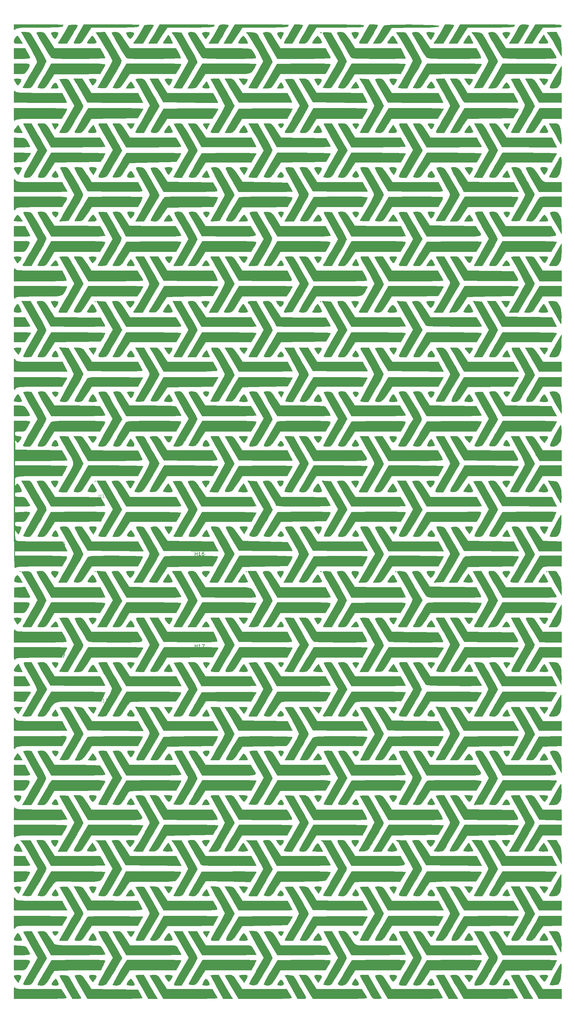
<source format=gbr>
G04 #@! TF.GenerationSoftware,KiCad,Pcbnew,9.0.2*
G04 #@! TF.CreationDate,2025-09-26T14:10:11-04:00*
G04 #@! TF.ProjectId,Trackball,54726163-6b62-4616-9c6c-2e6b69636164,rev?*
G04 #@! TF.SameCoordinates,Original*
G04 #@! TF.FileFunction,Legend,Top*
G04 #@! TF.FilePolarity,Positive*
%FSLAX46Y46*%
G04 Gerber Fmt 4.6, Leading zero omitted, Abs format (unit mm)*
G04 Created by KiCad (PCBNEW 9.0.2) date 2025-09-26 14:10:11*
%MOMM*%
%LPD*%
G01*
G04 APERTURE LIST*
%ADD10C,0.150000*%
%ADD11C,0.100000*%
%ADD12C,0.010000*%
G04 APERTURE END LIST*
D10*
X32888095Y-66304819D02*
X32888095Y-65304819D01*
X32888095Y-65781009D02*
X33459523Y-65781009D01*
X33459523Y-66304819D02*
X33459523Y-65304819D01*
X34364285Y-65304819D02*
X34173809Y-65304819D01*
X34173809Y-65304819D02*
X34078571Y-65352438D01*
X34078571Y-65352438D02*
X34030952Y-65400057D01*
X34030952Y-65400057D02*
X33935714Y-65542914D01*
X33935714Y-65542914D02*
X33888095Y-65733390D01*
X33888095Y-65733390D02*
X33888095Y-66114342D01*
X33888095Y-66114342D02*
X33935714Y-66209580D01*
X33935714Y-66209580D02*
X33983333Y-66257200D01*
X33983333Y-66257200D02*
X34078571Y-66304819D01*
X34078571Y-66304819D02*
X34269047Y-66304819D01*
X34269047Y-66304819D02*
X34364285Y-66257200D01*
X34364285Y-66257200D02*
X34411904Y-66209580D01*
X34411904Y-66209580D02*
X34459523Y-66114342D01*
X34459523Y-66114342D02*
X34459523Y-65876247D01*
X34459523Y-65876247D02*
X34411904Y-65781009D01*
X34411904Y-65781009D02*
X34364285Y-65733390D01*
X34364285Y-65733390D02*
X34269047Y-65685771D01*
X34269047Y-65685771D02*
X34078571Y-65685771D01*
X34078571Y-65685771D02*
X33983333Y-65733390D01*
X33983333Y-65733390D02*
X33935714Y-65781009D01*
X33935714Y-65781009D02*
X33888095Y-65876247D01*
X71161905Y-69094819D02*
X71161905Y-68094819D01*
X71161905Y-68571009D02*
X71733333Y-68571009D01*
X71733333Y-69094819D02*
X71733333Y-68094819D01*
X72733333Y-69094819D02*
X72161905Y-69094819D01*
X72447619Y-69094819D02*
X72447619Y-68094819D01*
X72447619Y-68094819D02*
X72352381Y-68237676D01*
X72352381Y-68237676D02*
X72257143Y-68332914D01*
X72257143Y-68332914D02*
X72161905Y-68380533D01*
X73590476Y-68094819D02*
X73400000Y-68094819D01*
X73400000Y-68094819D02*
X73304762Y-68142438D01*
X73304762Y-68142438D02*
X73257143Y-68190057D01*
X73257143Y-68190057D02*
X73161905Y-68332914D01*
X73161905Y-68332914D02*
X73114286Y-68523390D01*
X73114286Y-68523390D02*
X73114286Y-68904342D01*
X73114286Y-68904342D02*
X73161905Y-68999580D01*
X73161905Y-68999580D02*
X73209524Y-69047200D01*
X73209524Y-69047200D02*
X73304762Y-69094819D01*
X73304762Y-69094819D02*
X73495238Y-69094819D01*
X73495238Y-69094819D02*
X73590476Y-69047200D01*
X73590476Y-69047200D02*
X73638095Y-68999580D01*
X73638095Y-68999580D02*
X73685714Y-68904342D01*
X73685714Y-68904342D02*
X73685714Y-68666247D01*
X73685714Y-68666247D02*
X73638095Y-68571009D01*
X73638095Y-68571009D02*
X73590476Y-68523390D01*
X73590476Y-68523390D02*
X73495238Y-68475771D01*
X73495238Y-68475771D02*
X73304762Y-68475771D01*
X73304762Y-68475771D02*
X73209524Y-68523390D01*
X73209524Y-68523390D02*
X73161905Y-68571009D01*
X73161905Y-68571009D02*
X73114286Y-68666247D01*
D11*
X44161905Y-110307419D02*
X44161905Y-109307419D01*
X44161905Y-109783609D02*
X44733333Y-109783609D01*
X44733333Y-110307419D02*
X44733333Y-109307419D01*
X45733333Y-110307419D02*
X45161905Y-110307419D01*
X45447619Y-110307419D02*
X45447619Y-109307419D01*
X45447619Y-109307419D02*
X45352381Y-109450276D01*
X45352381Y-109450276D02*
X45257143Y-109545514D01*
X45257143Y-109545514D02*
X45161905Y-109593133D01*
X46209524Y-110307419D02*
X46400000Y-110307419D01*
X46400000Y-110307419D02*
X46495238Y-110259800D01*
X46495238Y-110259800D02*
X46542857Y-110212180D01*
X46542857Y-110212180D02*
X46638095Y-110069323D01*
X46638095Y-110069323D02*
X46685714Y-109878847D01*
X46685714Y-109878847D02*
X46685714Y-109497895D01*
X46685714Y-109497895D02*
X46638095Y-109402657D01*
X46638095Y-109402657D02*
X46590476Y-109355038D01*
X46590476Y-109355038D02*
X46495238Y-109307419D01*
X46495238Y-109307419D02*
X46304762Y-109307419D01*
X46304762Y-109307419D02*
X46209524Y-109355038D01*
X46209524Y-109355038D02*
X46161905Y-109402657D01*
X46161905Y-109402657D02*
X46114286Y-109497895D01*
X46114286Y-109497895D02*
X46114286Y-109735990D01*
X46114286Y-109735990D02*
X46161905Y-109831228D01*
X46161905Y-109831228D02*
X46209524Y-109878847D01*
X46209524Y-109878847D02*
X46304762Y-109926466D01*
X46304762Y-109926466D02*
X46495238Y-109926466D01*
X46495238Y-109926466D02*
X46590476Y-109878847D01*
X46590476Y-109878847D02*
X46638095Y-109831228D01*
X46638095Y-109831228D02*
X46685714Y-109735990D01*
X44061905Y-52807419D02*
X44061905Y-51807419D01*
X44061905Y-52283609D02*
X44633333Y-52283609D01*
X44633333Y-52807419D02*
X44633333Y-51807419D01*
X45633333Y-52807419D02*
X45061905Y-52807419D01*
X45347619Y-52807419D02*
X45347619Y-51807419D01*
X45347619Y-51807419D02*
X45252381Y-51950276D01*
X45252381Y-51950276D02*
X45157143Y-52045514D01*
X45157143Y-52045514D02*
X45061905Y-52093133D01*
X46204762Y-52235990D02*
X46109524Y-52188371D01*
X46109524Y-52188371D02*
X46061905Y-52140752D01*
X46061905Y-52140752D02*
X46014286Y-52045514D01*
X46014286Y-52045514D02*
X46014286Y-51997895D01*
X46014286Y-51997895D02*
X46061905Y-51902657D01*
X46061905Y-51902657D02*
X46109524Y-51855038D01*
X46109524Y-51855038D02*
X46204762Y-51807419D01*
X46204762Y-51807419D02*
X46395238Y-51807419D01*
X46395238Y-51807419D02*
X46490476Y-51855038D01*
X46490476Y-51855038D02*
X46538095Y-51902657D01*
X46538095Y-51902657D02*
X46585714Y-51997895D01*
X46585714Y-51997895D02*
X46585714Y-52045514D01*
X46585714Y-52045514D02*
X46538095Y-52140752D01*
X46538095Y-52140752D02*
X46490476Y-52188371D01*
X46490476Y-52188371D02*
X46395238Y-52235990D01*
X46395238Y-52235990D02*
X46204762Y-52235990D01*
X46204762Y-52235990D02*
X46109524Y-52283609D01*
X46109524Y-52283609D02*
X46061905Y-52331228D01*
X46061905Y-52331228D02*
X46014286Y-52426466D01*
X46014286Y-52426466D02*
X46014286Y-52616942D01*
X46014286Y-52616942D02*
X46061905Y-52712180D01*
X46061905Y-52712180D02*
X46109524Y-52759800D01*
X46109524Y-52759800D02*
X46204762Y-52807419D01*
X46204762Y-52807419D02*
X46395238Y-52807419D01*
X46395238Y-52807419D02*
X46490476Y-52759800D01*
X46490476Y-52759800D02*
X46538095Y-52712180D01*
X46538095Y-52712180D02*
X46585714Y-52616942D01*
X46585714Y-52616942D02*
X46585714Y-52426466D01*
X46585714Y-52426466D02*
X46538095Y-52331228D01*
X46538095Y-52331228D02*
X46490476Y-52283609D01*
X46490476Y-52283609D02*
X46395238Y-52235990D01*
D10*
X71161905Y-95054819D02*
X71161905Y-94054819D01*
X71161905Y-94531009D02*
X71733333Y-94531009D01*
X71733333Y-95054819D02*
X71733333Y-94054819D01*
X72733333Y-95054819D02*
X72161905Y-95054819D01*
X72447619Y-95054819D02*
X72447619Y-94054819D01*
X72447619Y-94054819D02*
X72352381Y-94197676D01*
X72352381Y-94197676D02*
X72257143Y-94292914D01*
X72257143Y-94292914D02*
X72161905Y-94340533D01*
X73066667Y-94054819D02*
X73733333Y-94054819D01*
X73733333Y-94054819D02*
X73304762Y-95054819D01*
X49138095Y-92054819D02*
X49138095Y-91054819D01*
X49138095Y-91531009D02*
X49709523Y-91531009D01*
X49709523Y-92054819D02*
X49709523Y-91054819D01*
X50090476Y-91054819D02*
X50709523Y-91054819D01*
X50709523Y-91054819D02*
X50376190Y-91435771D01*
X50376190Y-91435771D02*
X50519047Y-91435771D01*
X50519047Y-91435771D02*
X50614285Y-91483390D01*
X50614285Y-91483390D02*
X50661904Y-91531009D01*
X50661904Y-91531009D02*
X50709523Y-91626247D01*
X50709523Y-91626247D02*
X50709523Y-91864342D01*
X50709523Y-91864342D02*
X50661904Y-91959580D01*
X50661904Y-91959580D02*
X50614285Y-92007200D01*
X50614285Y-92007200D02*
X50519047Y-92054819D01*
X50519047Y-92054819D02*
X50233333Y-92054819D01*
X50233333Y-92054819D02*
X50138095Y-92007200D01*
X50138095Y-92007200D02*
X50090476Y-91959580D01*
X32888095Y-97804819D02*
X32888095Y-96804819D01*
X32888095Y-97281009D02*
X33459523Y-97281009D01*
X33459523Y-97804819D02*
X33459523Y-96804819D01*
X33840476Y-96804819D02*
X34507142Y-96804819D01*
X34507142Y-96804819D02*
X34078571Y-97804819D01*
X49138095Y-72054819D02*
X49138095Y-71054819D01*
X49138095Y-71531009D02*
X49709523Y-71531009D01*
X49709523Y-72054819D02*
X49709523Y-71054819D01*
X50138095Y-71150057D02*
X50185714Y-71102438D01*
X50185714Y-71102438D02*
X50280952Y-71054819D01*
X50280952Y-71054819D02*
X50519047Y-71054819D01*
X50519047Y-71054819D02*
X50614285Y-71102438D01*
X50614285Y-71102438D02*
X50661904Y-71150057D01*
X50661904Y-71150057D02*
X50709523Y-71245295D01*
X50709523Y-71245295D02*
X50709523Y-71340533D01*
X50709523Y-71340533D02*
X50661904Y-71483390D01*
X50661904Y-71483390D02*
X50090476Y-72054819D01*
X50090476Y-72054819D02*
X50709523Y-72054819D01*
D12*
X22019473Y-73560526D02*
X21885789Y-73694210D01*
X21752105Y-73560526D01*
X21885789Y-73426842D01*
X22019473Y-73560526D01*
G36*
X22019473Y-73560526D02*
G01*
X21885789Y-73694210D01*
X21752105Y-73560526D01*
X21885789Y-73426842D01*
X22019473Y-73560526D01*
G37*
X43141579Y2372105D02*
X43007895Y2238421D01*
X42874210Y2372105D01*
X43007895Y2505790D01*
X43141579Y2372105D01*
G36*
X43141579Y2372105D02*
G01*
X43007895Y2238421D01*
X42874210Y2372105D01*
X43007895Y2505790D01*
X43141579Y2372105D01*
G37*
X43141579Y-48160526D02*
X43007895Y-48294210D01*
X42874210Y-48160526D01*
X43007895Y-48026842D01*
X43141579Y-48160526D01*
G36*
X43141579Y-48160526D02*
G01*
X43007895Y-48294210D01*
X42874210Y-48160526D01*
X43007895Y-48026842D01*
X43141579Y-48160526D01*
G37*
X43141579Y-73560526D02*
X43007895Y-73694210D01*
X42874210Y-73560526D01*
X43007895Y-73426842D01*
X43141579Y-73560526D01*
G36*
X43141579Y-73560526D02*
G01*
X43007895Y-73694210D01*
X42874210Y-73560526D01*
X43007895Y-73426842D01*
X43141579Y-73560526D01*
G37*
X85653158Y-73560526D02*
X85519473Y-73694210D01*
X85385789Y-73560526D01*
X85519473Y-73426842D01*
X85653158Y-73560526D01*
G36*
X85653158Y-73560526D02*
G01*
X85519473Y-73694210D01*
X85385789Y-73560526D01*
X85519473Y-73426842D01*
X85653158Y-73560526D01*
G37*
X106507895Y2372105D02*
X106374210Y2238421D01*
X106240526Y2372105D01*
X106374210Y2505790D01*
X106507895Y2372105D01*
G36*
X106507895Y2372105D02*
G01*
X106374210Y2238421D01*
X106240526Y2372105D01*
X106374210Y2505790D01*
X106507895Y2372105D01*
G37*
X127630000Y-73560526D02*
X127496316Y-73694210D01*
X127362631Y-73560526D01*
X127496316Y-73426842D01*
X127630000Y-73560526D01*
G36*
X127630000Y-73560526D02*
G01*
X127496316Y-73694210D01*
X127362631Y-73560526D01*
X127496316Y-73426842D01*
X127630000Y-73560526D01*
G37*
X170141579Y-73560526D02*
X170007895Y-73694210D01*
X169874210Y-73560526D01*
X170007895Y-73426842D01*
X170141579Y-73560526D01*
G36*
X170141579Y-73560526D02*
G01*
X170007895Y-73694210D01*
X169874210Y-73560526D01*
X170007895Y-73426842D01*
X170141579Y-73560526D01*
G37*
X106686140Y78081930D02*
X106649439Y77922980D01*
X106507895Y77903684D01*
X106287820Y78001510D01*
X106329649Y78081930D01*
X106646953Y78113929D01*
X106686140Y78081930D01*
G36*
X106686140Y78081930D02*
G01*
X106649439Y77922980D01*
X106507895Y77903684D01*
X106287820Y78001510D01*
X106329649Y78081930D01*
X106646953Y78113929D01*
X106686140Y78081930D01*
G37*
X106686140Y-73515965D02*
X106649439Y-73674915D01*
X106507895Y-73694210D01*
X106287820Y-73596385D01*
X106329649Y-73515965D01*
X106646953Y-73483966D01*
X106686140Y-73515965D01*
G36*
X106686140Y-73515965D02*
G01*
X106649439Y-73674915D01*
X106507895Y-73694210D01*
X106287820Y-73596385D01*
X106329649Y-73515965D01*
X106646953Y-73483966D01*
X106686140Y-73515965D01*
G37*
X21990910Y-100642431D02*
X22565078Y-101767895D01*
X21356486Y-101767895D01*
X20534863Y-101701788D01*
X20190338Y-101464145D01*
X20299762Y-100995977D01*
X20783646Y-100308221D01*
X21416741Y-99516968D01*
X21990910Y-100642431D01*
G36*
X21990910Y-100642431D02*
G01*
X22565078Y-101767895D01*
X21356486Y-101767895D01*
X20534863Y-101701788D01*
X20190338Y-101464145D01*
X20299762Y-100995977D01*
X20783646Y-100308221D01*
X21416741Y-99516968D01*
X21990910Y-100642431D01*
G37*
X32462291Y52437754D02*
X32675828Y52194337D01*
X32439860Y51704998D01*
X32213964Y51410410D01*
X31713718Y50792633D01*
X31271309Y51648158D01*
X30828899Y52503684D01*
X31771555Y52503684D01*
X32462291Y52437754D01*
G36*
X32462291Y52437754D02*
G01*
X32675828Y52194337D01*
X32439860Y51704998D01*
X32213964Y51410410D01*
X31713718Y50792633D01*
X31271309Y51648158D01*
X30828899Y52503684D01*
X31771555Y52503684D01*
X32462291Y52437754D01*
G37*
X42676764Y-100044011D02*
X43085303Y-100655692D01*
X43112566Y-100703960D01*
X43710531Y-101767895D01*
X40972399Y-101767895D01*
X41455410Y-100945233D01*
X41955836Y-100175093D01*
X42331615Y-99879249D01*
X42676764Y-100044011D01*
G36*
X42676764Y-100044011D02*
G01*
X43085303Y-100655692D01*
X43112566Y-100703960D01*
X43710531Y-101767895D01*
X40972399Y-101767895D01*
X41455410Y-100945233D01*
X41955836Y-100175093D01*
X42331615Y-99879249D01*
X42676764Y-100044011D01*
G37*
X127100276Y26626972D02*
X127467506Y26108412D01*
X127594573Y25900526D01*
X128146702Y24964737D01*
X125486136Y24964737D01*
X126090173Y25897217D01*
X126503727Y26477707D01*
X126810261Y26805914D01*
X126868327Y26833006D01*
X127100276Y26626972D01*
G36*
X127100276Y26626972D02*
G01*
X127467506Y26108412D01*
X127594573Y25900526D01*
X128146702Y24964737D01*
X125486136Y24964737D01*
X126090173Y25897217D01*
X126503727Y26477707D01*
X126810261Y26805914D01*
X126868327Y26833006D01*
X127100276Y26626972D01*
G37*
X21612359Y-75016868D02*
X21960615Y-75568028D01*
X22570177Y-76635263D01*
X21508499Y-76635263D01*
X20658639Y-76553465D01*
X20277450Y-76271313D01*
X20318962Y-75733671D01*
X20466996Y-75386091D01*
X20847333Y-74775156D01*
X21205770Y-74649238D01*
X21612359Y-75016868D01*
G36*
X21612359Y-75016868D02*
G01*
X21960615Y-75568028D01*
X22570177Y-76635263D01*
X21508499Y-76635263D01*
X20658639Y-76553465D01*
X20277450Y-76271313D01*
X20318962Y-75733671D01*
X20466996Y-75386091D01*
X20847333Y-74775156D01*
X21205770Y-74649238D01*
X21612359Y-75016868D01*
G37*
X21927636Y-187115796D02*
X22219215Y-187350244D01*
X22131773Y-187855251D01*
X21826992Y-188495167D01*
X21423865Y-189263493D01*
X20795495Y-188495167D01*
X20285130Y-187769629D01*
X20208872Y-187323986D01*
X20582245Y-187105375D01*
X21217368Y-187058421D01*
X21927636Y-187115796D01*
G36*
X21927636Y-187115796D02*
G01*
X22219215Y-187350244D01*
X22131773Y-187855251D01*
X21826992Y-188495167D01*
X21423865Y-189263493D01*
X20795495Y-188495167D01*
X20285130Y-187769629D01*
X20208872Y-187323986D01*
X20582245Y-187105375D01*
X21217368Y-187058421D01*
X21927636Y-187115796D01*
G37*
X21938368Y-162227201D02*
X22217462Y-162405816D01*
X22114685Y-162843730D01*
X21839250Y-163381569D01*
X21413068Y-164168927D01*
X20780481Y-163433501D01*
X20285800Y-162775656D01*
X20224876Y-162394339D01*
X20621043Y-162223303D01*
X21217368Y-162193158D01*
X21938368Y-162227201D01*
G36*
X21938368Y-162227201D02*
G01*
X22217462Y-162405816D01*
X22114685Y-162843730D01*
X21839250Y-163381569D01*
X21413068Y-164168927D01*
X20780481Y-163433501D01*
X20285800Y-162775656D01*
X20224876Y-162394339D01*
X20621043Y-162223303D01*
X21217368Y-162193158D01*
X21938368Y-162227201D01*
G37*
X32298500Y63530835D02*
X32403925Y63319525D01*
X32644787Y62745107D01*
X32604631Y62478069D01*
X32188232Y62400683D01*
X31657172Y62396316D01*
X30600134Y62396316D01*
X31055593Y63196731D01*
X31522286Y63829900D01*
X31925434Y63940253D01*
X32298500Y63530835D01*
G36*
X32298500Y63530835D02*
G01*
X32403925Y63319525D01*
X32644787Y62745107D01*
X32604631Y62478069D01*
X32188232Y62400683D01*
X31657172Y62396316D01*
X30600134Y62396316D01*
X31055593Y63196731D01*
X31522286Y63829900D01*
X31925434Y63940253D01*
X32298500Y63530835D01*
G37*
X32266165Y38501039D02*
X32640596Y37812986D01*
X32609615Y37430180D01*
X32143577Y37277416D01*
X31778421Y37263684D01*
X31090535Y37358101D01*
X30870135Y37667813D01*
X31103671Y38232513D01*
X31336320Y38558474D01*
X31818119Y39184843D01*
X32266165Y38501039D01*
G36*
X32266165Y38501039D02*
G01*
X32640596Y37812986D01*
X32609615Y37430180D01*
X32143577Y37277416D01*
X31778421Y37263684D01*
X31090535Y37358101D01*
X30870135Y37667813D01*
X31103671Y38232513D01*
X31336320Y38558474D01*
X31818119Y39184843D01*
X32266165Y38501039D01*
G37*
X32266165Y-113096856D02*
X32640596Y-113784908D01*
X32609615Y-114167715D01*
X32143577Y-114320479D01*
X31778421Y-114334210D01*
X31090535Y-114239794D01*
X30870135Y-113930081D01*
X31103671Y-113365382D01*
X31336320Y-113039421D01*
X31818119Y-112413052D01*
X32266165Y-113096856D01*
G36*
X32266165Y-113096856D02*
G01*
X32640596Y-113784908D01*
X32609615Y-114167715D01*
X32143577Y-114320479D01*
X31778421Y-114334210D01*
X31090535Y-114239794D01*
X30870135Y-113930081D01*
X31103671Y-113365382D01*
X31336320Y-113039421D01*
X31818119Y-112413052D01*
X32266165Y-113096856D01*
G37*
X32266165Y-163629487D02*
X32640596Y-164317540D01*
X32609615Y-164700347D01*
X32143577Y-164853111D01*
X31778421Y-164866842D01*
X31090535Y-164772425D01*
X30870135Y-164462713D01*
X31103671Y-163898013D01*
X31336320Y-163572052D01*
X31818119Y-162945683D01*
X32266165Y-163629487D01*
G36*
X32266165Y-163629487D02*
G01*
X32640596Y-164317540D01*
X32609615Y-164700347D01*
X32143577Y-164853111D01*
X31778421Y-164866842D01*
X31090535Y-164772425D01*
X30870135Y-164462713D01*
X31103671Y-163898013D01*
X31336320Y-163572052D01*
X31818119Y-162945683D01*
X32266165Y-163629487D01*
G37*
X32403435Y-73507169D02*
X32684605Y-73782374D01*
X32509566Y-74303793D01*
X32195971Y-74754178D01*
X31689623Y-75413094D01*
X31141338Y-74754178D01*
X30672093Y-74072155D01*
X30655841Y-73654983D01*
X31109521Y-73457996D01*
X31644737Y-73426842D01*
X32403435Y-73507169D01*
G36*
X32403435Y-73507169D02*
G01*
X32684605Y-73782374D01*
X32509566Y-74303793D01*
X32195971Y-74754178D01*
X31689623Y-75413094D01*
X31141338Y-74754178D01*
X30672093Y-74072155D01*
X30655841Y-73654983D01*
X31109521Y-73457996D01*
X31644737Y-73426842D01*
X32403435Y-73507169D01*
G37*
X32247349Y13634743D02*
X32403925Y13321630D01*
X32643149Y12752315D01*
X32606828Y12484087D01*
X32199564Y12403654D01*
X31626530Y12398421D01*
X30538850Y12398421D01*
X31110000Y13200526D01*
X31603258Y13807397D01*
X31949279Y13949038D01*
X32247349Y13634743D01*
G36*
X32247349Y13634743D02*
G01*
X32403925Y13321630D01*
X32643149Y12752315D01*
X32606828Y12484087D01*
X32199564Y12403654D01*
X31626530Y12398421D01*
X30538850Y12398421D01*
X31110000Y13200526D01*
X31603258Y13807397D01*
X31949279Y13949038D01*
X32247349Y13634743D01*
G37*
X32247349Y-87965257D02*
X32403925Y-88278370D01*
X32643149Y-88847685D01*
X32606828Y-89115913D01*
X32199564Y-89196346D01*
X31626530Y-89201579D01*
X30538850Y-89201579D01*
X31110000Y-88399474D01*
X31603258Y-87792603D01*
X31949279Y-87650962D01*
X32247349Y-87965257D01*
G36*
X32247349Y-87965257D02*
G01*
X32403925Y-88278370D01*
X32643149Y-88847685D01*
X32606828Y-89115913D01*
X32199564Y-89196346D01*
X31626530Y-89201579D01*
X30538850Y-89201579D01*
X31110000Y-88399474D01*
X31603258Y-87792603D01*
X31949279Y-87650962D01*
X32247349Y-87965257D01*
G37*
X32459264Y-174813629D02*
X32669670Y-175028482D01*
X32448784Y-175482610D01*
X32322444Y-175655195D01*
X31885771Y-175983201D01*
X31450435Y-175789419D01*
X31102031Y-175279320D01*
X30973794Y-174934218D01*
X31166824Y-174788841D01*
X31769014Y-174759474D01*
X32459264Y-174813629D01*
G36*
X32459264Y-174813629D02*
G01*
X32669670Y-175028482D01*
X32448784Y-175482610D01*
X32322444Y-175655195D01*
X31885771Y-175983201D01*
X31450435Y-175789419D01*
X31102031Y-175279320D01*
X30973794Y-174934218D01*
X31166824Y-174788841D01*
X31769014Y-174759474D01*
X32459264Y-174813629D01*
G37*
X42720782Y26596409D02*
X42992734Y26242088D01*
X43366768Y25572164D01*
X43311312Y25174159D01*
X42792169Y24992738D01*
X42203331Y24964737D01*
X40997715Y24964737D01*
X41601752Y25897217D01*
X42071635Y26560010D01*
X42404770Y26783188D01*
X42720782Y26596409D01*
G36*
X42720782Y26596409D02*
G01*
X42992734Y26242088D01*
X43366768Y25572164D01*
X43311312Y25174159D01*
X42792169Y24992738D01*
X42203331Y24964737D01*
X40997715Y24964737D01*
X41601752Y25897217D01*
X42071635Y26560010D01*
X42404770Y26783188D01*
X42720782Y26596409D01*
G37*
X43063318Y40141912D02*
X43360388Y39895064D01*
X43268031Y39376632D01*
X42960852Y38747998D01*
X42534167Y37959679D01*
X41903411Y38747998D01*
X41397889Y39482901D01*
X41323516Y39934426D01*
X41696390Y40156354D01*
X42339473Y40204737D01*
X43063318Y40141912D01*
G36*
X43063318Y40141912D02*
G01*
X43360388Y39895064D01*
X43268031Y39376632D01*
X42960852Y38747998D01*
X42534167Y37959679D01*
X41903411Y38747998D01*
X41397889Y39482901D01*
X41323516Y39934426D01*
X41696390Y40156354D01*
X42339473Y40204737D01*
X43063318Y40141912D01*
G37*
X43063318Y-60923351D02*
X43360388Y-61170199D01*
X43268031Y-61688631D01*
X42960852Y-62317266D01*
X42534167Y-63105584D01*
X41903411Y-62317266D01*
X41397889Y-61582362D01*
X41323516Y-61130837D01*
X41696390Y-60908909D01*
X42339473Y-60860526D01*
X43063318Y-60923351D01*
G36*
X43063318Y-60923351D02*
G01*
X43360388Y-61170199D01*
X43268031Y-61688631D01*
X42960852Y-62317266D01*
X42534167Y-63105584D01*
X41903411Y-62317266D01*
X41397889Y-61582362D01*
X41323516Y-61130837D01*
X41696390Y-60908909D01*
X42339473Y-60860526D01*
X43063318Y-60923351D01*
G37*
X43111615Y-187151515D02*
X43399415Y-187450246D01*
X43214304Y-187983788D01*
X42877862Y-188432485D01*
X42346777Y-189063684D01*
X41814334Y-188395263D01*
X41359100Y-187703635D01*
X41350701Y-187284308D01*
X41808230Y-187088683D01*
X42339473Y-187058421D01*
X43111615Y-187151515D01*
G36*
X43111615Y-187151515D02*
G01*
X43399415Y-187450246D01*
X43214304Y-187983788D01*
X42877862Y-188432485D01*
X42346777Y-189063684D01*
X41814334Y-188395263D01*
X41359100Y-187703635D01*
X41350701Y-187284308D01*
X41808230Y-187088683D01*
X42339473Y-187058421D01*
X43111615Y-187151515D01*
G37*
X43042380Y-35533755D02*
X43384391Y-35790238D01*
X43274452Y-36285167D01*
X42992734Y-36737877D01*
X42584333Y-37208598D01*
X42237889Y-37250015D01*
X41848977Y-36837008D01*
X41572795Y-36396316D01*
X41020666Y-35460526D01*
X42214806Y-35460526D01*
X43042380Y-35533755D01*
G36*
X43042380Y-35533755D02*
G01*
X43384391Y-35790238D01*
X43274452Y-36285167D01*
X42992734Y-36737877D01*
X42584333Y-37208598D01*
X42237889Y-37250015D01*
X41848977Y-36837008D01*
X41572795Y-36396316D01*
X41020666Y-35460526D01*
X42214806Y-35460526D01*
X43042380Y-35533755D01*
G37*
X53784790Y-99138538D02*
X54047574Y-99330377D01*
X53866212Y-99758008D01*
X53563002Y-100163684D01*
X53034210Y-100832105D01*
X52505419Y-100163684D01*
X52078928Y-99552545D01*
X52070439Y-99230076D01*
X52523601Y-99107997D01*
X53034210Y-99094210D01*
X53784790Y-99138538D01*
G36*
X53784790Y-99138538D02*
G01*
X54047574Y-99330377D01*
X53866212Y-99758008D01*
X53563002Y-100163684D01*
X53034210Y-100832105D01*
X52505419Y-100163684D01*
X52078928Y-99552545D01*
X52070439Y-99230076D01*
X52523601Y-99107997D01*
X53034210Y-99094210D01*
X53784790Y-99138538D01*
G37*
X64370941Y-35489907D02*
X64710562Y-35647058D01*
X64659742Y-36035497D01*
X64369456Y-36613387D01*
X64000519Y-37139332D01*
X63647060Y-37213891D01*
X63225528Y-36820806D01*
X62886879Y-36324905D01*
X62339593Y-35460526D01*
X63569007Y-35460526D01*
X64370941Y-35489907D01*
G36*
X64370941Y-35489907D02*
G01*
X64710562Y-35647058D01*
X64659742Y-36035497D01*
X64369456Y-36613387D01*
X64000519Y-37139332D01*
X63647060Y-37213891D01*
X63225528Y-36820806D01*
X62886879Y-36324905D01*
X62339593Y-35460526D01*
X63569007Y-35460526D01*
X64370941Y-35489907D01*
G37*
X64370941Y-136555170D02*
X64710562Y-136712321D01*
X64659742Y-137100760D01*
X64369456Y-137678650D01*
X64000519Y-138204595D01*
X63647060Y-138279154D01*
X63225528Y-137886070D01*
X62886879Y-137390168D01*
X62339593Y-136525789D01*
X63569007Y-136525789D01*
X64370941Y-136555170D01*
G36*
X64370941Y-136555170D02*
G01*
X64710562Y-136712321D01*
X64659742Y-137100760D01*
X64369456Y-137678650D01*
X64000519Y-138204595D01*
X63647060Y-138279154D01*
X63225528Y-137886070D01*
X62886879Y-137390168D01*
X62339593Y-136525789D01*
X63569007Y-136525789D01*
X64370941Y-136555170D01*
G37*
X74798227Y63517053D02*
X75124529Y62840247D01*
X75131782Y62511794D01*
X74747833Y62405719D01*
X74156316Y62396316D01*
X73425463Y62435935D01*
X73154722Y62613062D01*
X73312984Y63015101D01*
X73738369Y63570618D01*
X74370665Y64343867D01*
X74798227Y63517053D01*
G36*
X74798227Y63517053D02*
G01*
X75124529Y62840247D01*
X75131782Y62511794D01*
X74747833Y62405719D01*
X74156316Y62396316D01*
X73425463Y62435935D01*
X73154722Y62613062D01*
X73312984Y63015101D01*
X73738369Y63570618D01*
X74370665Y64343867D01*
X74798227Y63517053D01*
G37*
X74798227Y-113213473D02*
X75124529Y-113890279D01*
X75131782Y-114218732D01*
X74747833Y-114324808D01*
X74156316Y-114334210D01*
X73425463Y-114294591D01*
X73154722Y-114117464D01*
X73312984Y-113715426D01*
X73738369Y-113159909D01*
X74370665Y-112386659D01*
X74798227Y-113213473D01*
G36*
X74798227Y-113213473D02*
G01*
X75124529Y-113890279D01*
X75131782Y-114218732D01*
X74747833Y-114324808D01*
X74156316Y-114334210D01*
X73425463Y-114294591D01*
X73154722Y-114117464D01*
X73312984Y-113715426D01*
X73738369Y-113159909D01*
X74370665Y-112386659D01*
X74798227Y-113213473D01*
G37*
X74969331Y-99145513D02*
X75177420Y-99358700D01*
X74952530Y-99822689D01*
X74732100Y-100121632D01*
X74250302Y-100748001D01*
X73802256Y-100064197D01*
X73445158Y-99465246D01*
X73458003Y-99183108D01*
X73900490Y-99099057D01*
X74290000Y-99094210D01*
X74969331Y-99145513D01*
G36*
X74969331Y-99145513D02*
G01*
X75177420Y-99358700D01*
X74952530Y-99822689D01*
X74732100Y-100121632D01*
X74250302Y-100748001D01*
X73802256Y-100064197D01*
X73445158Y-99465246D01*
X73458003Y-99183108D01*
X73900490Y-99099057D01*
X74290000Y-99094210D01*
X74969331Y-99145513D01*
G37*
X74601124Y13624268D02*
X74793987Y13343618D01*
X75131608Y12777650D01*
X75122821Y12499437D01*
X74697243Y12407073D01*
X74141200Y12398421D01*
X73056610Y12398421D01*
X73530425Y13200526D01*
X73941454Y13808699D01*
X74256149Y13945166D01*
X74601124Y13624268D01*
G36*
X74601124Y13624268D02*
G01*
X74793987Y13343618D01*
X75131608Y12777650D01*
X75122821Y12499437D01*
X74697243Y12407073D01*
X74141200Y12398421D01*
X73056610Y12398421D01*
X73530425Y13200526D01*
X73941454Y13808699D01*
X74256149Y13945166D01*
X74601124Y13624268D01*
G37*
X74601124Y-87975732D02*
X74793987Y-88256382D01*
X75131608Y-88822350D01*
X75122821Y-89100563D01*
X74697243Y-89192927D01*
X74141200Y-89201579D01*
X73056610Y-89201579D01*
X73530425Y-88399474D01*
X73941454Y-87791301D01*
X74256149Y-87654834D01*
X74601124Y-87975732D01*
G36*
X74601124Y-87975732D02*
G01*
X74793987Y-88256382D01*
X75131608Y-88822350D01*
X75122821Y-89100563D01*
X74697243Y-89192927D01*
X74141200Y-89201579D01*
X73056610Y-89201579D01*
X73530425Y-88399474D01*
X73941454Y-87791301D01*
X74256149Y-87654834D01*
X74601124Y-87975732D01*
G37*
X74601124Y-137973627D02*
X74793987Y-138254277D01*
X75131608Y-138820245D01*
X75122821Y-139098457D01*
X74697243Y-139190822D01*
X74141200Y-139199474D01*
X73056610Y-139199474D01*
X73530425Y-138397368D01*
X73941454Y-137789196D01*
X74256149Y-137652728D01*
X74601124Y-137973627D01*
G36*
X74601124Y-137973627D02*
G01*
X74793987Y-138254277D01*
X75131608Y-138820245D01*
X75122821Y-139098457D01*
X74697243Y-139190822D01*
X74141200Y-139199474D01*
X73056610Y-139199474D01*
X73530425Y-138397368D01*
X73941454Y-137789196D01*
X74256149Y-137652728D01*
X74601124Y-137973627D01*
G37*
X85500226Y65038159D02*
X85839415Y64878769D01*
X85772550Y64496033D01*
X85449605Y63932322D01*
X85066705Y63418565D01*
X84738762Y63330487D01*
X84358149Y63688504D01*
X84008984Y64205622D01*
X83461698Y65070000D01*
X84691112Y65070000D01*
X85500226Y65038159D01*
G36*
X85500226Y65038159D02*
G01*
X85839415Y64878769D01*
X85772550Y64496033D01*
X85449605Y63932322D01*
X85066705Y63418565D01*
X84738762Y63330487D01*
X84358149Y63688504D01*
X84008984Y64205622D01*
X83461698Y65070000D01*
X84691112Y65070000D01*
X85500226Y65038159D01*
G37*
X85493047Y15042725D02*
X85832667Y14885573D01*
X85781847Y14497134D01*
X85491561Y13919245D01*
X85122624Y13393300D01*
X84769165Y13318741D01*
X84347634Y13711825D01*
X84008984Y14207727D01*
X83461698Y15072105D01*
X84691112Y15072105D01*
X85493047Y15042725D01*
G36*
X85493047Y15042725D02*
G01*
X85832667Y14885573D01*
X85781847Y14497134D01*
X85491561Y13919245D01*
X85122624Y13393300D01*
X84769165Y13318741D01*
X84347634Y13711825D01*
X84008984Y14207727D01*
X83461698Y15072105D01*
X84691112Y15072105D01*
X85493047Y15042725D01*
G37*
X85500226Y-86559736D02*
X85839415Y-86719125D01*
X85772550Y-87101862D01*
X85449605Y-87665573D01*
X85066705Y-88179330D01*
X84738762Y-88267408D01*
X84358149Y-87909391D01*
X84008984Y-87392273D01*
X83461698Y-86527895D01*
X84691112Y-86527895D01*
X85500226Y-86559736D01*
G36*
X85500226Y-86559736D02*
G01*
X85839415Y-86719125D01*
X85772550Y-87101862D01*
X85449605Y-87665573D01*
X85066705Y-88179330D01*
X84738762Y-88267408D01*
X84358149Y-87909391D01*
X84008984Y-87392273D01*
X83461698Y-86527895D01*
X84691112Y-86527895D01*
X85500226Y-86559736D01*
G37*
X85493047Y-136555170D02*
X85832667Y-136712321D01*
X85781847Y-137100760D01*
X85491561Y-137678650D01*
X85122624Y-138204595D01*
X84769165Y-138279154D01*
X84347634Y-137886070D01*
X84008984Y-137390168D01*
X83461698Y-136525789D01*
X84691112Y-136525789D01*
X85493047Y-136555170D01*
G36*
X85493047Y-136555170D02*
G01*
X85832667Y-136712321D01*
X85781847Y-137100760D01*
X85491561Y-137678650D01*
X85122624Y-138204595D01*
X84769165Y-138279154D01*
X84347634Y-137886070D01*
X84008984Y-137390168D01*
X83461698Y-136525789D01*
X84691112Y-136525789D01*
X85493047Y-136555170D01*
G37*
X95786980Y78133388D02*
X96021101Y77944410D01*
X95894586Y77490143D01*
X95636803Y76990025D01*
X95214489Y76210050D01*
X94717663Y76856341D01*
X94286996Y77548970D01*
X94301190Y77967160D01*
X94773761Y78152516D01*
X95144737Y78171053D01*
X95786980Y78133388D01*
G36*
X95786980Y78133388D02*
G01*
X96021101Y77944410D01*
X95894586Y77490143D01*
X95636803Y76990025D01*
X95214489Y76210050D01*
X94717663Y76856341D01*
X94286996Y77548970D01*
X94301190Y77967160D01*
X94773761Y78152516D01*
X95144737Y78171053D01*
X95786980Y78133388D01*
G37*
X95786980Y-73464507D02*
X96021101Y-73653484D01*
X95894586Y-74107752D01*
X95636803Y-74607870D01*
X95214489Y-75387845D01*
X94717663Y-74741554D01*
X94286996Y-74048925D01*
X94301190Y-73630735D01*
X94773761Y-73445378D01*
X95144737Y-73426842D01*
X95786980Y-73464507D01*
G36*
X95786980Y-73464507D02*
G01*
X96021101Y-73653484D01*
X95894586Y-74107752D01*
X95636803Y-74607870D01*
X95214489Y-75387845D01*
X94717663Y-74741554D01*
X94286996Y-74048925D01*
X94301190Y-73630735D01*
X94773761Y-73445378D01*
X95144737Y-73426842D01*
X95786980Y-73464507D01*
G37*
X95863550Y27587624D02*
X96034580Y27359741D01*
X95838547Y26841536D01*
X95709124Y26601576D01*
X95356670Y25965784D01*
X94916493Y26594225D01*
X94548959Y27209445D01*
X94580039Y27525960D01*
X95040832Y27633492D01*
X95278421Y27638421D01*
X95863550Y27587624D01*
G36*
X95863550Y27587624D02*
G01*
X96034580Y27359741D01*
X95838547Y26841536D01*
X95709124Y26601576D01*
X95356670Y25965784D01*
X94916493Y26594225D01*
X94548959Y27209445D01*
X94580039Y27525960D01*
X95040832Y27633492D01*
X95278421Y27638421D01*
X95863550Y27587624D01*
G37*
X95863550Y-22945008D02*
X96034580Y-23172891D01*
X95838547Y-23691095D01*
X95709124Y-23931055D01*
X95356670Y-24566847D01*
X94916493Y-23938406D01*
X94548959Y-23323187D01*
X94580039Y-23006672D01*
X95040832Y-22899140D01*
X95278421Y-22894210D01*
X95863550Y-22945008D01*
G36*
X95863550Y-22945008D02*
G01*
X96034580Y-23172891D01*
X95838547Y-23691095D01*
X95709124Y-23931055D01*
X95356670Y-24566847D01*
X94916493Y-23938406D01*
X94548959Y-23323187D01*
X94580039Y-23006672D01*
X95040832Y-22899140D01*
X95278421Y-22894210D01*
X95863550Y-22945008D01*
G37*
X95628305Y63611406D02*
X95770241Y63319525D01*
X96017037Y62726275D01*
X95961997Y62464364D01*
X95511084Y62398275D01*
X95129621Y62396316D01*
X94178715Y62396316D01*
X94652530Y63198421D01*
X95062732Y63808746D01*
X95354187Y63942745D01*
X95628305Y63611406D01*
G36*
X95628305Y63611406D02*
G01*
X95770241Y63319525D01*
X96017037Y62726275D01*
X95961997Y62464364D01*
X95511084Y62398275D01*
X95129621Y62396316D01*
X94178715Y62396316D01*
X94652530Y63198421D01*
X95062732Y63808746D01*
X95354187Y63942745D01*
X95628305Y63611406D01*
G37*
X95628305Y13613512D02*
X95770241Y13321630D01*
X96017037Y12728380D01*
X95961997Y12466469D01*
X95511084Y12400380D01*
X95129621Y12398421D01*
X94178715Y12398421D01*
X94652530Y13200526D01*
X95062732Y13810851D01*
X95354187Y13944851D01*
X95628305Y13613512D01*
G36*
X95628305Y13613512D02*
G01*
X95770241Y13321630D01*
X96017037Y12728380D01*
X95961997Y12466469D01*
X95511084Y12400380D01*
X95129621Y12398421D01*
X94178715Y12398421D01*
X94652530Y13200526D01*
X95062732Y13810851D01*
X95354187Y13944851D01*
X95628305Y13613512D01*
G37*
X95628305Y-87986488D02*
X95770241Y-88278370D01*
X96017037Y-88871620D01*
X95961997Y-89133531D01*
X95511084Y-89199620D01*
X95129621Y-89201579D01*
X94178715Y-89201579D01*
X94652530Y-88399474D01*
X95062732Y-87789149D01*
X95354187Y-87655149D01*
X95628305Y-87986488D01*
G36*
X95628305Y-87986488D02*
G01*
X95770241Y-88278370D01*
X96017037Y-88871620D01*
X95961997Y-89133531D01*
X95511084Y-89199620D01*
X95129621Y-89201579D01*
X94178715Y-89201579D01*
X94652530Y-88399474D01*
X95062732Y-87789149D01*
X95354187Y-87655149D01*
X95628305Y-87986488D01*
G37*
X95727602Y2471104D02*
X96008163Y2294219D01*
X95920236Y1865894D01*
X95754204Y1503158D01*
X95375439Y994966D01*
X94961434Y1005576D01*
X94486830Y1538702D01*
X94385162Y1703684D01*
X93911347Y2505790D01*
X94995936Y2505790D01*
X95727602Y2471104D01*
G36*
X95727602Y2471104D02*
G01*
X96008163Y2294219D01*
X95920236Y1865894D01*
X95754204Y1503158D01*
X95375439Y994966D01*
X94961434Y1005576D01*
X94486830Y1538702D01*
X94385162Y1703684D01*
X93911347Y2505790D01*
X94995936Y2505790D01*
X95727602Y2471104D01*
G37*
X95727602Y-149126791D02*
X96008163Y-149303676D01*
X95920236Y-149732000D01*
X95754204Y-150094737D01*
X95375439Y-150602929D01*
X94961434Y-150592319D01*
X94486830Y-150059193D01*
X94385162Y-149894210D01*
X93911347Y-149092105D01*
X94995936Y-149092105D01*
X95727602Y-149126791D01*
G36*
X95727602Y-149126791D02*
G01*
X96008163Y-149303676D01*
X95920236Y-149732000D01*
X95754204Y-150094737D01*
X95375439Y-150602929D01*
X94961434Y-150592319D01*
X94486830Y-150059193D01*
X94385162Y-149894210D01*
X93911347Y-149092105D01*
X94995936Y-149092105D01*
X95727602Y-149126791D01*
G37*
X106465779Y-100680647D02*
X107076846Y-101767895D01*
X105722897Y-101767895D01*
X104956241Y-101732281D01*
X104468862Y-101641103D01*
X104376140Y-101567368D01*
X104537413Y-101254916D01*
X104933611Y-100709789D01*
X105119022Y-100480121D01*
X105854711Y-99593399D01*
X106465779Y-100680647D01*
G36*
X106465779Y-100680647D02*
G01*
X107076846Y-101767895D01*
X105722897Y-101767895D01*
X104956241Y-101732281D01*
X104468862Y-101641103D01*
X104376140Y-101567368D01*
X104537413Y-101254916D01*
X104933611Y-100709789D01*
X105119022Y-100480121D01*
X105854711Y-99593399D01*
X106465779Y-100680647D01*
G37*
X106087098Y26596409D02*
X106359049Y26242088D01*
X106733084Y25572164D01*
X106677628Y25174159D01*
X106158485Y24992738D01*
X105569647Y24964737D01*
X104364031Y24964737D01*
X104968068Y25897217D01*
X105437951Y26560010D01*
X105771086Y26783188D01*
X106087098Y26596409D01*
G36*
X106087098Y26596409D02*
G01*
X106359049Y26242088D01*
X106733084Y25572164D01*
X106677628Y25174159D01*
X106158485Y24992738D01*
X105569647Y24964737D01*
X104364031Y24964737D01*
X104968068Y25897217D01*
X105437951Y26560010D01*
X105771086Y26783188D01*
X106087098Y26596409D01*
G37*
X106429634Y-60923351D02*
X106726704Y-61170199D01*
X106634347Y-61688631D01*
X106327168Y-62317266D01*
X105900483Y-63105584D01*
X105269727Y-62317266D01*
X104764205Y-61582362D01*
X104689832Y-61130837D01*
X105062706Y-60908909D01*
X105705789Y-60860526D01*
X106429634Y-60923351D01*
G36*
X106429634Y-60923351D02*
G01*
X106726704Y-61170199D01*
X106634347Y-61688631D01*
X106327168Y-62317266D01*
X105900483Y-63105584D01*
X105269727Y-62317266D01*
X104764205Y-61582362D01*
X104689832Y-61130837D01*
X105062706Y-60908909D01*
X105705789Y-60860526D01*
X106429634Y-60923351D01*
G37*
X106450287Y40132294D02*
X106742270Y39868898D01*
X106609214Y39345445D01*
X106272545Y38779180D01*
X105773351Y38022044D01*
X105204833Y38820454D01*
X104755340Y39549661D01*
X104712774Y39975254D01*
X105103035Y40168800D01*
X105705789Y40204737D01*
X106450287Y40132294D01*
G36*
X106450287Y40132294D02*
G01*
X106742270Y39868898D01*
X106609214Y39345445D01*
X106272545Y38779180D01*
X105773351Y38022044D01*
X105204833Y38820454D01*
X104755340Y39549661D01*
X104712774Y39975254D01*
X105103035Y40168800D01*
X105705789Y40204737D01*
X106450287Y40132294D01*
G37*
X106450287Y-187130864D02*
X106742270Y-187394260D01*
X106609214Y-187917713D01*
X106272545Y-188483978D01*
X105773351Y-189241114D01*
X105204833Y-188442704D01*
X104755340Y-187713497D01*
X104712774Y-187287904D01*
X105103035Y-187094358D01*
X105705789Y-187058421D01*
X106450287Y-187130864D01*
G36*
X106450287Y-187130864D02*
G01*
X106742270Y-187394260D01*
X106609214Y-187917713D01*
X106272545Y-188483978D01*
X105773351Y-189241114D01*
X105204833Y-188442704D01*
X104755340Y-187713497D01*
X104712774Y-187287904D01*
X105103035Y-187094358D01*
X105705789Y-187058421D01*
X106450287Y-187130864D01*
G37*
X116713961Y-37055231D02*
X117148687Y-37748446D01*
X117115768Y-38188151D01*
X116611500Y-38386731D01*
X116311403Y-38401579D01*
X115538599Y-38340571D01*
X115249773Y-38109199D01*
X115403194Y-37634941D01*
X115652386Y-37256317D01*
X116225290Y-36451748D01*
X116713961Y-37055231D01*
G36*
X116713961Y-37055231D02*
G01*
X117148687Y-37748446D01*
X117115768Y-38188151D01*
X116611500Y-38386731D01*
X116311403Y-38401579D01*
X115538599Y-38340571D01*
X115249773Y-38109199D01*
X115403194Y-37634941D01*
X115652386Y-37256317D01*
X116225290Y-36451748D01*
X116713961Y-37055231D01*
G37*
X116713961Y-188653126D02*
X117148687Y-189346341D01*
X117115768Y-189786045D01*
X116611500Y-189984626D01*
X116311403Y-189999474D01*
X115538599Y-189938466D01*
X115249773Y-189707094D01*
X115403194Y-189232836D01*
X115652386Y-188854212D01*
X116225290Y-188049643D01*
X116713961Y-188653126D01*
G36*
X116713961Y-188653126D02*
G01*
X117148687Y-189346341D01*
X117115768Y-189786045D01*
X116611500Y-189984626D01*
X116311403Y-189999474D01*
X115538599Y-189938466D01*
X115249773Y-189707094D01*
X115403194Y-189232836D01*
X115652386Y-188854212D01*
X116225290Y-188049643D01*
X116713961Y-188653126D01*
G37*
X116949835Y-99148107D02*
X117163312Y-99371619D01*
X116951233Y-99857480D01*
X116762088Y-100138929D01*
X116321545Y-100767893D01*
X115832244Y-100131578D01*
X115428565Y-99528210D01*
X115439165Y-99215005D01*
X115901381Y-99102841D01*
X116266842Y-99094210D01*
X116949835Y-99148107D01*
G36*
X116949835Y-99148107D02*
G01*
X117163312Y-99371619D01*
X116951233Y-99857480D01*
X116762088Y-100138929D01*
X116321545Y-100767893D01*
X115832244Y-100131578D01*
X115428565Y-99528210D01*
X115439165Y-99215005D01*
X115901381Y-99102841D01*
X116266842Y-99094210D01*
X116949835Y-99148107D01*
G37*
X116863176Y-73493838D02*
X117150300Y-73745457D01*
X117023735Y-74257648D01*
X116680374Y-74849931D01*
X116197205Y-75604599D01*
X115630444Y-74808657D01*
X115181858Y-74080355D01*
X115140603Y-73655444D01*
X115532690Y-73462429D01*
X116133158Y-73426842D01*
X116863176Y-73493838D01*
G36*
X116863176Y-73493838D02*
G01*
X117150300Y-73745457D01*
X117023735Y-74257648D01*
X116680374Y-74849931D01*
X116197205Y-75604599D01*
X115630444Y-74808657D01*
X115181858Y-74080355D01*
X115140603Y-73655444D01*
X115532690Y-73462429D01*
X116133158Y-73426842D01*
X116863176Y-73493838D01*
G37*
X116776523Y13516347D02*
X117102193Y12841484D01*
X117120378Y12513763D01*
X116773914Y12407798D01*
X116266842Y12398421D01*
X115609529Y12441509D01*
X115379722Y12637754D01*
X115541026Y13087630D01*
X115842496Y13569911D01*
X116350415Y14340349D01*
X116776523Y13516347D01*
G36*
X116776523Y13516347D02*
G01*
X117102193Y12841484D01*
X117120378Y12513763D01*
X116773914Y12407798D01*
X116266842Y12398421D01*
X115609529Y12441509D01*
X115379722Y12637754D01*
X115541026Y13087630D01*
X115842496Y13569911D01*
X116350415Y14340349D01*
X116776523Y13516347D01*
G37*
X116762088Y38575771D02*
X117150827Y37873677D01*
X117101627Y37456199D01*
X116597398Y37278064D01*
X116266842Y37263684D01*
X115579944Y37357427D01*
X115359073Y37665765D01*
X115590684Y38229361D01*
X115832244Y38568420D01*
X116321545Y39204735D01*
X116762088Y38575771D01*
G36*
X116762088Y38575771D02*
G01*
X117150827Y37873677D01*
X117101627Y37456199D01*
X116597398Y37278064D01*
X116266842Y37263684D01*
X115579944Y37357427D01*
X115359073Y37665765D01*
X115590684Y38229361D01*
X115832244Y38568420D01*
X116321545Y39204735D01*
X116762088Y38575771D01*
G37*
X116754586Y-12031593D02*
X117129017Y-12719645D01*
X117098036Y-13102452D01*
X116631998Y-13255216D01*
X116266842Y-13268947D01*
X115578956Y-13174530D01*
X115358557Y-12864818D01*
X115592092Y-12300119D01*
X115824741Y-11974157D01*
X116306540Y-11347789D01*
X116754586Y-12031593D01*
G36*
X116754586Y-12031593D02*
G01*
X117129017Y-12719645D01*
X117098036Y-13102452D01*
X116631998Y-13255216D01*
X116266842Y-13268947D01*
X115578956Y-13174530D01*
X115358557Y-12864818D01*
X115592092Y-12300119D01*
X115824741Y-11974157D01*
X116306540Y-11347789D01*
X116754586Y-12031593D01*
G37*
X116754586Y-62564224D02*
X117129017Y-63252277D01*
X117098036Y-63635084D01*
X116631998Y-63787848D01*
X116266842Y-63801579D01*
X115578956Y-63707162D01*
X115358557Y-63397450D01*
X115592092Y-62832750D01*
X115824741Y-62506789D01*
X116306540Y-61880420D01*
X116754586Y-62564224D01*
G36*
X116754586Y-62564224D02*
G01*
X117129017Y-63252277D01*
X117098036Y-63635084D01*
X116631998Y-63787848D01*
X116266842Y-63801579D01*
X115578956Y-63707162D01*
X115358557Y-63397450D01*
X115592092Y-62832750D01*
X115824741Y-62506789D01*
X116306540Y-61880420D01*
X116754586Y-62564224D01*
G37*
X116754586Y-113096856D02*
X117129017Y-113784908D01*
X117098036Y-114167715D01*
X116631998Y-114320479D01*
X116266842Y-114334210D01*
X115578956Y-114239794D01*
X115358557Y-113930081D01*
X115592092Y-113365382D01*
X115824741Y-113039421D01*
X116306540Y-112413052D01*
X116754586Y-113096856D01*
G36*
X116754586Y-113096856D02*
G01*
X117129017Y-113784908D01*
X117098036Y-114167715D01*
X116631998Y-114320479D01*
X116266842Y-114334210D01*
X115578956Y-114239794D01*
X115358557Y-113930081D01*
X115592092Y-113365382D01*
X115824741Y-113039421D01*
X116306540Y-112413052D01*
X116754586Y-113096856D01*
G37*
X116754586Y-163629487D02*
X117129017Y-164317540D01*
X117098036Y-164700347D01*
X116631998Y-164853111D01*
X116266842Y-164866842D01*
X115578956Y-164772425D01*
X115358557Y-164462713D01*
X115592092Y-163898013D01*
X115824741Y-163572052D01*
X116306540Y-162945683D01*
X116754586Y-163629487D01*
G36*
X116754586Y-163629487D02*
G01*
X117129017Y-164317540D01*
X117098036Y-164700347D01*
X116631998Y-164853111D01*
X116266842Y-164866842D01*
X115578956Y-164772425D01*
X115358557Y-164462713D01*
X115592092Y-163898013D01*
X115824741Y-163572052D01*
X116306540Y-162945683D01*
X116754586Y-163629487D01*
G37*
X116735770Y-87965257D02*
X116892346Y-88278370D01*
X117131570Y-88847685D01*
X117095249Y-89115913D01*
X116687985Y-89196346D01*
X116114951Y-89201579D01*
X115027271Y-89201579D01*
X115598421Y-88399474D01*
X116091679Y-87792603D01*
X116437700Y-87650962D01*
X116735770Y-87965257D01*
G36*
X116735770Y-87965257D02*
G01*
X116892346Y-88278370D01*
X117131570Y-88847685D01*
X117095249Y-89115913D01*
X116687985Y-89196346D01*
X116114951Y-89201579D01*
X115027271Y-89201579D01*
X115598421Y-88399474D01*
X116091679Y-87792603D01*
X116437700Y-87650962D01*
X116735770Y-87965257D01*
G37*
X116947685Y-174813629D02*
X117158092Y-175028482D01*
X116937205Y-175482610D01*
X116810865Y-175655195D01*
X116374193Y-175983201D01*
X115938856Y-175789419D01*
X115590452Y-175279320D01*
X115462215Y-174934218D01*
X115655245Y-174788841D01*
X116257435Y-174759474D01*
X116947685Y-174813629D01*
G36*
X116947685Y-174813629D02*
G01*
X117158092Y-175028482D01*
X116937205Y-175482610D01*
X116810865Y-175655195D01*
X116374193Y-175983201D01*
X115938856Y-175789419D01*
X115590452Y-175279320D01*
X115462215Y-174934218D01*
X115655245Y-174788841D01*
X116257435Y-174759474D01*
X116947685Y-174813629D01*
G37*
X116954041Y52448264D02*
X117164481Y52220580D01*
X116944583Y51728498D01*
X116780200Y51484824D01*
X116357768Y50881718D01*
X115844410Y51534347D01*
X115434021Y52114707D01*
X115428884Y52401820D01*
X115873035Y52496729D01*
X116266842Y52503684D01*
X116954041Y52448264D01*
G36*
X116954041Y52448264D02*
G01*
X117164481Y52220580D01*
X116944583Y51728498D01*
X116780200Y51484824D01*
X116357768Y50881718D01*
X115844410Y51534347D01*
X115434021Y52114707D01*
X115428884Y52401820D01*
X115873035Y52496729D01*
X116266842Y52503684D01*
X116954041Y52448264D01*
G37*
X127587884Y-100680647D02*
X128198952Y-101767895D01*
X126845002Y-101767895D01*
X126078346Y-101732281D01*
X125590967Y-101641103D01*
X125498245Y-101567368D01*
X125659518Y-101254916D01*
X126055717Y-100709789D01*
X126241127Y-100480121D01*
X126976817Y-99593399D01*
X127587884Y-100680647D01*
G36*
X127587884Y-100680647D02*
G01*
X128198952Y-101767895D01*
X126845002Y-101767895D01*
X126078346Y-101732281D01*
X125590967Y-101641103D01*
X125498245Y-101567368D01*
X125659518Y-101254916D01*
X126055717Y-100709789D01*
X126241127Y-100480121D01*
X126976817Y-99593399D01*
X127587884Y-100680647D01*
G37*
X127551740Y-60923351D02*
X127848809Y-61170199D01*
X127756452Y-61688631D01*
X127449273Y-62317266D01*
X127022588Y-63105584D01*
X126391832Y-62317266D01*
X125886310Y-61582362D01*
X125811937Y-61130837D01*
X126184811Y-60908909D01*
X126827895Y-60860526D01*
X127551740Y-60923351D01*
G36*
X127551740Y-60923351D02*
G01*
X127848809Y-61170199D01*
X127756452Y-61688631D01*
X127449273Y-62317266D01*
X127022588Y-63105584D01*
X126391832Y-62317266D01*
X125886310Y-61582362D01*
X125811937Y-61130837D01*
X126184811Y-60908909D01*
X126827895Y-60860526D01*
X127551740Y-60923351D01*
G37*
X127548894Y-10629306D02*
X127827988Y-10807921D01*
X127725211Y-11245835D01*
X127449776Y-11783674D01*
X127023594Y-12571032D01*
X126391007Y-11835607D01*
X125896326Y-11177761D01*
X125835402Y-10796444D01*
X126231570Y-10625408D01*
X126827895Y-10595263D01*
X127548894Y-10629306D01*
G36*
X127548894Y-10629306D02*
G01*
X127827988Y-10807921D01*
X127725211Y-11245835D01*
X127449776Y-11783674D01*
X127023594Y-12571032D01*
X126391007Y-11835607D01*
X125896326Y-11177761D01*
X125835402Y-10796444D01*
X126231570Y-10625408D01*
X126827895Y-10595263D01*
X127548894Y-10629306D01*
G37*
X127548894Y-162227201D02*
X127827988Y-162405816D01*
X127725211Y-162843730D01*
X127449776Y-163381569D01*
X127023594Y-164168927D01*
X126391007Y-163433501D01*
X125896326Y-162775656D01*
X125835402Y-162394339D01*
X126231570Y-162223303D01*
X126827895Y-162193158D01*
X127548894Y-162227201D01*
G36*
X127548894Y-162227201D02*
G01*
X127827988Y-162405816D01*
X127725211Y-162843730D01*
X127449776Y-163381569D01*
X127023594Y-164168927D01*
X126391007Y-163433501D01*
X125896326Y-162775656D01*
X125835402Y-162394339D01*
X126231570Y-162223303D01*
X126827895Y-162193158D01*
X127548894Y-162227201D01*
G37*
X126840148Y40157371D02*
X127535670Y40008476D01*
X127781544Y39681882D01*
X127618619Y39083625D01*
X127450948Y38752407D01*
X127027209Y37968498D01*
X126275667Y38886091D01*
X125805403Y39584050D01*
X125787099Y40004853D01*
X126232452Y40174842D01*
X126840148Y40157371D01*
G36*
X126840148Y40157371D02*
G01*
X127535670Y40008476D01*
X127781544Y39681882D01*
X127618619Y39083625D01*
X127450948Y38752407D01*
X127027209Y37968498D01*
X126275667Y38886091D01*
X125805403Y39584050D01*
X125787099Y40004853D01*
X126232452Y40174842D01*
X126840148Y40157371D01*
G37*
X138273211Y-99138538D02*
X138535995Y-99330377D01*
X138354633Y-99758008D01*
X138051423Y-100163684D01*
X137522631Y-100832105D01*
X136993840Y-100163684D01*
X136567350Y-99552545D01*
X136558860Y-99230076D01*
X137012022Y-99107997D01*
X137522631Y-99094210D01*
X138273211Y-99138538D01*
G36*
X138273211Y-99138538D02*
G01*
X138535995Y-99330377D01*
X138354633Y-99758008D01*
X138051423Y-100163684D01*
X137522631Y-100832105D01*
X136993840Y-100163684D01*
X136567350Y-99552545D01*
X136558860Y-99230076D01*
X137012022Y-99107997D01*
X137522631Y-99094210D01*
X138273211Y-99138538D01*
G37*
X138433070Y-174828269D02*
X138331282Y-175276306D01*
X138157622Y-175629457D01*
X137787683Y-176205515D01*
X137468287Y-176291780D01*
X137096329Y-175885031D01*
X136913881Y-175590594D01*
X136457205Y-174817504D01*
X137407202Y-174706598D01*
X138147217Y-174665635D01*
X138433070Y-174828269D01*
G36*
X138433070Y-174828269D02*
G01*
X138331282Y-175276306D01*
X138157622Y-175629457D01*
X137787683Y-176205515D01*
X137468287Y-176291780D01*
X137096329Y-175885031D01*
X136913881Y-175590594D01*
X136457205Y-174817504D01*
X137407202Y-174706598D01*
X138147217Y-174665635D01*
X138433070Y-174828269D01*
G37*
X148866541Y65038159D02*
X149205731Y64878769D01*
X149138865Y64496033D01*
X148815921Y63932322D01*
X148433021Y63418565D01*
X148105078Y63330487D01*
X147724465Y63688504D01*
X147375300Y64205622D01*
X146828014Y65070000D01*
X148057428Y65070000D01*
X148866541Y65038159D01*
G36*
X148866541Y65038159D02*
G01*
X149205731Y64878769D01*
X149138865Y64496033D01*
X148815921Y63932322D01*
X148433021Y63418565D01*
X148105078Y63330487D01*
X147724465Y63688504D01*
X147375300Y64205622D01*
X146828014Y65070000D01*
X148057428Y65070000D01*
X148866541Y65038159D01*
G37*
X148859362Y15042725D02*
X149198983Y14885573D01*
X149148163Y14497134D01*
X148857877Y13919245D01*
X148488940Y13393300D01*
X148135481Y13318741D01*
X147713949Y13711825D01*
X147375300Y14207727D01*
X146828014Y15072105D01*
X148057428Y15072105D01*
X148859362Y15042725D01*
G36*
X148859362Y15042725D02*
G01*
X149198983Y14885573D01*
X149148163Y14497134D01*
X148857877Y13919245D01*
X148488940Y13393300D01*
X148135481Y13318741D01*
X147713949Y13711825D01*
X147375300Y14207727D01*
X146828014Y15072105D01*
X148057428Y15072105D01*
X148859362Y15042725D01*
G37*
X148866541Y-86559736D02*
X149205731Y-86719125D01*
X149138865Y-87101862D01*
X148815921Y-87665573D01*
X148433021Y-88179330D01*
X148105078Y-88267408D01*
X147724465Y-87909391D01*
X147375300Y-87392273D01*
X146828014Y-86527895D01*
X148057428Y-86527895D01*
X148866541Y-86559736D01*
G36*
X148866541Y-86559736D02*
G01*
X149205731Y-86719125D01*
X149138865Y-87101862D01*
X148815921Y-87665573D01*
X148433021Y-88179330D01*
X148105078Y-88267408D01*
X147724465Y-87909391D01*
X147375300Y-87392273D01*
X146828014Y-86527895D01*
X148057428Y-86527895D01*
X148866541Y-86559736D01*
G37*
X148859362Y-136555170D02*
X149198983Y-136712321D01*
X149148163Y-137100760D01*
X148857877Y-137678650D01*
X148488940Y-138204595D01*
X148135481Y-138279154D01*
X147713949Y-137886070D01*
X147375300Y-137390168D01*
X146828014Y-136525789D01*
X148057428Y-136525789D01*
X148859362Y-136555170D01*
G36*
X148859362Y-136555170D02*
G01*
X149198983Y-136712321D01*
X149148163Y-137100760D01*
X148857877Y-137678650D01*
X148488940Y-138204595D01*
X148135481Y-138279154D01*
X147713949Y-137886070D01*
X147375300Y-137390168D01*
X146828014Y-136525789D01*
X148057428Y-136525789D01*
X148859362Y-136555170D01*
G37*
X159456139Y-99144961D02*
X159665431Y-99356630D01*
X159443635Y-99818339D01*
X159213019Y-100131578D01*
X158723718Y-100767893D01*
X158283175Y-100138929D01*
X157916641Y-99525255D01*
X157958473Y-99210195D01*
X158452631Y-99101013D01*
X158778421Y-99094210D01*
X159456139Y-99144961D01*
G36*
X159456139Y-99144961D02*
G01*
X159665431Y-99356630D01*
X159443635Y-99818339D01*
X159213019Y-100131578D01*
X158723718Y-100767893D01*
X158283175Y-100138929D01*
X157916641Y-99525255D01*
X157958473Y-99210195D01*
X158452631Y-99101013D01*
X158778421Y-99094210D01*
X159456139Y-99144961D01*
G37*
X159129974Y63634761D02*
X159297997Y63406298D01*
X159641706Y62826948D01*
X159593863Y62521734D01*
X159099542Y62407659D01*
X158629621Y62396316D01*
X157545031Y62396316D01*
X158018846Y63198421D01*
X158437759Y63809062D01*
X158767624Y63947925D01*
X159129974Y63634761D01*
G36*
X159129974Y63634761D02*
G01*
X159297997Y63406298D01*
X159641706Y62826948D01*
X159593863Y62521734D01*
X159099542Y62407659D01*
X158629621Y62396316D01*
X157545031Y62396316D01*
X158018846Y63198421D01*
X158437759Y63809062D01*
X158767624Y63947925D01*
X159129974Y63634761D01*
G37*
X159129974Y13636866D02*
X159297997Y13408404D01*
X159641706Y12829053D01*
X159593863Y12523839D01*
X159099542Y12409765D01*
X158629621Y12398421D01*
X157545031Y12398421D01*
X158018846Y13200526D01*
X158437759Y13811167D01*
X158767624Y13950031D01*
X159129974Y13636866D01*
G36*
X159129974Y13636866D02*
G01*
X159297997Y13408404D01*
X159641706Y12829053D01*
X159593863Y12523839D01*
X159099542Y12409765D01*
X158629621Y12398421D01*
X157545031Y12398421D01*
X158018846Y13200526D01*
X158437759Y13811167D01*
X158767624Y13950031D01*
X159129974Y13636866D01*
G37*
X159089545Y-87975732D02*
X159282408Y-88256382D01*
X159620029Y-88822350D01*
X159611242Y-89100563D01*
X159185664Y-89192927D01*
X158629621Y-89201579D01*
X157545031Y-89201579D01*
X158018846Y-88399474D01*
X158429875Y-87791301D01*
X158744570Y-87654834D01*
X159089545Y-87975732D01*
G36*
X159089545Y-87975732D02*
G01*
X159282408Y-88256382D01*
X159620029Y-88822350D01*
X159611242Y-89100563D01*
X159185664Y-89192927D01*
X158629621Y-89201579D01*
X157545031Y-89201579D01*
X158018846Y-88399474D01*
X158429875Y-87791301D01*
X158744570Y-87654834D01*
X159089545Y-87975732D01*
G37*
X159089545Y-137973627D02*
X159282408Y-138254277D01*
X159620029Y-138820245D01*
X159611242Y-139098457D01*
X159185664Y-139190822D01*
X158629621Y-139199474D01*
X157545031Y-139199474D01*
X158018846Y-138397368D01*
X158429875Y-137789196D01*
X158744570Y-137652728D01*
X159089545Y-137973627D01*
G36*
X159089545Y-137973627D02*
G01*
X159282408Y-138254277D01*
X159620029Y-138820245D01*
X159611242Y-139098457D01*
X159185664Y-139190822D01*
X158629621Y-139199474D01*
X157545031Y-139199474D01*
X158018846Y-138397368D01*
X158429875Y-137789196D01*
X158744570Y-137652728D01*
X159089545Y-137973627D01*
G37*
X169988647Y65038159D02*
X170327836Y64878769D01*
X170260971Y64496033D01*
X169938026Y63932322D01*
X169555126Y63418565D01*
X169227183Y63330487D01*
X168846570Y63688504D01*
X168497405Y64205622D01*
X167950119Y65070000D01*
X169179533Y65070000D01*
X169988647Y65038159D01*
G36*
X169988647Y65038159D02*
G01*
X170327836Y64878769D01*
X170260971Y64496033D01*
X169938026Y63932322D01*
X169555126Y63418565D01*
X169227183Y63330487D01*
X168846570Y63688504D01*
X168497405Y64205622D01*
X167950119Y65070000D01*
X169179533Y65070000D01*
X169988647Y65038159D01*
G37*
X169981468Y15042725D02*
X170321088Y14885573D01*
X170270268Y14497134D01*
X169979982Y13919245D01*
X169611045Y13393300D01*
X169257586Y13318741D01*
X168836055Y13711825D01*
X168497405Y14207727D01*
X167950119Y15072105D01*
X169179533Y15072105D01*
X169981468Y15042725D01*
G36*
X169981468Y15042725D02*
G01*
X170321088Y14885573D01*
X170270268Y14497134D01*
X169979982Y13919245D01*
X169611045Y13393300D01*
X169257586Y13318741D01*
X168836055Y13711825D01*
X168497405Y14207727D01*
X167950119Y15072105D01*
X169179533Y15072105D01*
X169981468Y15042725D01*
G37*
X169981468Y-86557275D02*
X170321088Y-86714427D01*
X170270268Y-87102866D01*
X169979982Y-87680755D01*
X169611045Y-88206700D01*
X169257586Y-88281259D01*
X168836055Y-87888175D01*
X168497405Y-87392273D01*
X167950119Y-86527895D01*
X169179533Y-86527895D01*
X169981468Y-86557275D01*
G36*
X169981468Y-86557275D02*
G01*
X170321088Y-86714427D01*
X170270268Y-87102866D01*
X169979982Y-87680755D01*
X169611045Y-88206700D01*
X169257586Y-88281259D01*
X168836055Y-87888175D01*
X168497405Y-87392273D01*
X167950119Y-86527895D01*
X169179533Y-86527895D01*
X169981468Y-86557275D01*
G37*
X169981468Y-136555170D02*
X170321088Y-136712321D01*
X170270268Y-137100760D01*
X169979982Y-137678650D01*
X169611045Y-138204595D01*
X169257586Y-138279154D01*
X168836055Y-137886070D01*
X168497405Y-137390168D01*
X167950119Y-136525789D01*
X169179533Y-136525789D01*
X169981468Y-136555170D01*
G36*
X169981468Y-136555170D02*
G01*
X170321088Y-136712321D01*
X170270268Y-137100760D01*
X169979982Y-137678650D01*
X169611045Y-138204595D01*
X169257586Y-138279154D01*
X168836055Y-137886070D01*
X168497405Y-137390168D01*
X167950119Y-136525789D01*
X169179533Y-136525789D01*
X169981468Y-136555170D01*
G37*
X23611230Y-6324231D02*
X24427410Y-6342617D01*
X24884663Y-6369219D01*
X24941922Y-6384210D01*
X24800766Y-6627045D01*
X24455666Y-7184372D01*
X24117209Y-7721053D01*
X23311101Y-8991053D01*
X20147895Y-8991053D01*
X20147895Y-6317368D01*
X22554210Y-6317368D01*
X23611230Y-6324231D01*
G36*
X23611230Y-6324231D02*
G01*
X24427410Y-6342617D01*
X24884663Y-6369219D01*
X24941922Y-6384210D01*
X24800766Y-6627045D01*
X24455666Y-7184372D01*
X24117209Y-7721053D01*
X23311101Y-8991053D01*
X20147895Y-8991053D01*
X20147895Y-6317368D01*
X22554210Y-6317368D01*
X23611230Y-6324231D01*
G37*
X23999331Y-3223400D02*
X24394506Y-3925126D01*
X24645783Y-4424009D01*
X24693158Y-4560242D01*
X24446279Y-4629347D01*
X23787480Y-4682198D01*
X22839518Y-4710535D01*
X22420526Y-4713158D01*
X20147895Y-4713158D01*
X20147895Y-2039474D01*
X23305504Y-2039474D01*
X23999331Y-3223400D01*
G36*
X23999331Y-3223400D02*
G01*
X24394506Y-3925126D01*
X24645783Y-4424009D01*
X24693158Y-4560242D01*
X24446279Y-4629347D01*
X23787480Y-4682198D01*
X22839518Y-4710535D01*
X22420526Y-4713158D01*
X20147895Y-4713158D01*
X20147895Y-2039474D01*
X23305504Y-2039474D01*
X23999331Y-3223400D01*
G37*
X23999331Y-104288663D02*
X24394506Y-104990389D01*
X24645783Y-105489272D01*
X24693158Y-105625505D01*
X24446279Y-105694610D01*
X23787480Y-105747461D01*
X22839518Y-105775798D01*
X22420526Y-105778421D01*
X20147895Y-105778421D01*
X20147895Y-103104737D01*
X23305504Y-103104737D01*
X23999331Y-104288663D01*
G36*
X23999331Y-104288663D02*
G01*
X24394506Y-104990389D01*
X24645783Y-105489272D01*
X24693158Y-105625505D01*
X24446279Y-105694610D01*
X23787480Y-105747461D01*
X22839518Y-105775798D01*
X22420526Y-105778421D01*
X20147895Y-105778421D01*
X20147895Y-103104737D01*
X23305504Y-103104737D01*
X23999331Y-104288663D01*
G37*
X24001878Y72388956D02*
X24392055Y71649792D01*
X24642718Y71096073D01*
X24693158Y70918429D01*
X24446314Y70812827D01*
X23787603Y70732060D01*
X22839753Y70688750D01*
X22420526Y70684737D01*
X20147895Y70684737D01*
X20147895Y73625790D01*
X23310598Y73625790D01*
X24001878Y72388956D01*
G36*
X24001878Y72388956D02*
G01*
X24392055Y71649792D01*
X24642718Y71096073D01*
X24693158Y70918429D01*
X24446314Y70812827D01*
X23787603Y70732060D01*
X22839753Y70688750D01*
X22420526Y70684737D01*
X20147895Y70684737D01*
X20147895Y73625790D01*
X23310598Y73625790D01*
X24001878Y72388956D01*
G37*
X24001878Y-154874202D02*
X24388962Y-155584037D01*
X24639825Y-156077206D01*
X24693158Y-156211044D01*
X24446263Y-156256241D01*
X23787427Y-156290806D01*
X22839417Y-156309338D01*
X22420526Y-156311053D01*
X20147895Y-156311053D01*
X20147895Y-153637368D01*
X23310598Y-153637368D01*
X24001878Y-154874202D01*
G36*
X24001878Y-154874202D02*
G01*
X24388962Y-155584037D01*
X24639825Y-156077206D01*
X24693158Y-156211044D01*
X24446263Y-156256241D01*
X23787427Y-156290806D01*
X22839417Y-156309338D01*
X22420526Y-156311053D01*
X20147895Y-156311053D01*
X20147895Y-153637368D01*
X23310598Y-153637368D01*
X24001878Y-154874202D01*
G37*
X24020233Y22299941D02*
X24389965Y21546700D01*
X24634384Y21003507D01*
X24693158Y20829415D01*
X24446275Y20764983D01*
X23787468Y20715707D01*
X22839495Y20689288D01*
X22420526Y20686842D01*
X20147895Y20686842D01*
X20147895Y23627895D01*
X23347307Y23627895D01*
X24020233Y22299941D01*
G36*
X24020233Y22299941D02*
G01*
X24389965Y21546700D01*
X24634384Y21003507D01*
X24693158Y20829415D01*
X24446275Y20764983D01*
X23787468Y20715707D01*
X22839495Y20689288D01*
X22420526Y20686842D01*
X20147895Y20686842D01*
X20147895Y23627895D01*
X23347307Y23627895D01*
X24020233Y22299941D01*
G37*
X24020233Y-129297954D02*
X24389965Y-130051194D01*
X24634384Y-130594388D01*
X24693158Y-130768480D01*
X24446275Y-130832911D01*
X23787468Y-130882188D01*
X22839495Y-130908607D01*
X22420526Y-130911053D01*
X20147895Y-130911053D01*
X20147895Y-127970000D01*
X23347307Y-127970000D01*
X24020233Y-129297954D01*
G36*
X24020233Y-129297954D02*
G01*
X24389965Y-130051194D01*
X24634384Y-130594388D01*
X24693158Y-130768480D01*
X24446275Y-130832911D01*
X23787468Y-130882188D01*
X22839495Y-130908607D01*
X22420526Y-130911053D01*
X20147895Y-130911053D01*
X20147895Y-127970000D01*
X23347307Y-127970000D01*
X24020233Y-129297954D01*
G37*
X53693668Y52489045D02*
X54070736Y52452417D01*
X54099742Y52436842D01*
X53989933Y52178170D01*
X53765532Y51722693D01*
X53355263Y51125505D01*
X52963121Y51053240D01*
X52530748Y51504880D01*
X52409833Y51699018D01*
X51934505Y52503684D01*
X53019094Y52503684D01*
X53693668Y52489045D01*
G36*
X53693668Y52489045D02*
G01*
X54070736Y52452417D01*
X54099742Y52436842D01*
X53989933Y52178170D01*
X53765532Y51722693D01*
X53355263Y51125505D01*
X52963121Y51053240D01*
X52530748Y51504880D01*
X52409833Y51699018D01*
X51934505Y52503684D01*
X53019094Y52503684D01*
X53693668Y52489045D01*
G37*
X74849803Y-22989390D02*
X75076611Y-23298072D01*
X74842461Y-23854966D01*
X74786543Y-23937077D01*
X74452569Y-24340103D01*
X74168195Y-24324529D01*
X73861904Y-24072894D01*
X73411577Y-23504647D01*
X73444046Y-23096287D01*
X73946350Y-22902647D01*
X74140536Y-22894210D01*
X74849803Y-22989390D01*
G36*
X74849803Y-22989390D02*
G01*
X75076611Y-23298072D01*
X74842461Y-23854966D01*
X74786543Y-23937077D01*
X74452569Y-24340103D01*
X74168195Y-24324529D01*
X73861904Y-24072894D01*
X73411577Y-23504647D01*
X73444046Y-23096287D01*
X73946350Y-22902647D01*
X74140536Y-22894210D01*
X74849803Y-22989390D01*
G37*
X74952236Y-124002447D02*
X75167023Y-124215450D01*
X75011029Y-124724611D01*
X74899468Y-124962105D01*
X74516094Y-125478581D01*
X74096633Y-125464549D01*
X73726399Y-125095789D01*
X73386268Y-124475188D01*
X73517121Y-124105020D01*
X74130184Y-123962654D01*
X74290000Y-123959474D01*
X74952236Y-124002447D01*
G36*
X74952236Y-124002447D02*
G01*
X75167023Y-124215450D01*
X75011029Y-124724611D01*
X74899468Y-124962105D01*
X74516094Y-125478581D01*
X74096633Y-125464549D01*
X73726399Y-125095789D01*
X73386268Y-124475188D01*
X73517121Y-124105020D01*
X74130184Y-123962654D01*
X74290000Y-123959474D01*
X74952236Y-124002447D01*
G37*
X95517767Y-137847896D02*
X95721490Y-138185735D01*
X96013498Y-138807396D01*
X95932316Y-139105658D01*
X95410579Y-139195771D01*
X95128957Y-139199474D01*
X94533652Y-139152364D01*
X94354576Y-138956214D01*
X94580302Y-138528792D01*
X94969527Y-138052051D01*
X95292200Y-137740739D01*
X95517767Y-137847896D01*
G36*
X95517767Y-137847896D02*
G01*
X95721490Y-138185735D01*
X96013498Y-138807396D01*
X95932316Y-139105658D01*
X95410579Y-139195771D01*
X95128957Y-139199474D01*
X94533652Y-139152364D01*
X94354576Y-138956214D01*
X94580302Y-138528792D01*
X94969527Y-138052051D01*
X95292200Y-137740739D01*
X95517767Y-137847896D01*
G37*
X95897373Y52431068D02*
X96042662Y52165925D01*
X95744191Y51637311D01*
X95679473Y51552155D01*
X95357891Y51192130D01*
X95118989Y51258465D01*
X94877368Y51552155D01*
X94527275Y52117428D01*
X94617328Y52410654D01*
X95177428Y52502775D01*
X95278421Y52503684D01*
X95897373Y52431068D01*
G36*
X95897373Y52431068D02*
G01*
X96042662Y52165925D01*
X95744191Y51637311D01*
X95679473Y51552155D01*
X95357891Y51192130D01*
X95118989Y51258465D01*
X94877368Y51552155D01*
X94527275Y52117428D01*
X94617328Y52410654D01*
X95177428Y52502775D01*
X95278421Y52503684D01*
X95897373Y52431068D01*
G37*
X95897373Y-99166826D02*
X96042662Y-99431970D01*
X95744191Y-99960584D01*
X95679473Y-100045740D01*
X95357891Y-100405765D01*
X95118989Y-100339429D01*
X94877368Y-100045740D01*
X94527275Y-99480467D01*
X94617328Y-99187241D01*
X95177428Y-99095120D01*
X95278421Y-99094210D01*
X95897373Y-99166826D01*
G36*
X95897373Y-99166826D02*
G01*
X96042662Y-99431970D01*
X95744191Y-99960584D01*
X95679473Y-100045740D01*
X95357891Y-100405765D01*
X95118989Y-100339429D01*
X94877368Y-100045740D01*
X94527275Y-99480467D01*
X94617328Y-99187241D01*
X95177428Y-99095120D01*
X95278421Y-99094210D01*
X95897373Y-99166826D01*
G37*
X95889474Y-174823355D02*
X96031445Y-175071037D01*
X95740198Y-175586574D01*
X95670970Y-175679523D01*
X95355300Y-176040111D01*
X95120268Y-175971043D01*
X94885871Y-175679523D01*
X94539879Y-175122162D01*
X94622350Y-174843800D01*
X95169147Y-174760383D01*
X95278421Y-174759474D01*
X95889474Y-174823355D01*
G36*
X95889474Y-174823355D02*
G01*
X96031445Y-175071037D01*
X95740198Y-175586574D01*
X95670970Y-175679523D01*
X95355300Y-176040111D01*
X95120268Y-175971043D01*
X94885871Y-175679523D01*
X94539879Y-175122162D01*
X94622350Y-174843800D01*
X95169147Y-174760383D01*
X95278421Y-174759474D01*
X95889474Y-174823355D01*
G37*
X116337998Y-22974960D02*
X116959283Y-23167008D01*
X117086046Y-23541238D01*
X116775191Y-24097368D01*
X116468656Y-24447463D01*
X116227403Y-24423080D01*
X115850707Y-24003678D01*
X115849886Y-24002676D01*
X115495730Y-23397812D01*
X115608501Y-23041687D01*
X116177014Y-22957848D01*
X116337998Y-22974960D01*
G36*
X116337998Y-22974960D02*
G01*
X116959283Y-23167008D01*
X117086046Y-23541238D01*
X116775191Y-24097368D01*
X116468656Y-24447463D01*
X116227403Y-24423080D01*
X115850707Y-24003678D01*
X115849886Y-24002676D01*
X115495730Y-23397812D01*
X115608501Y-23041687D01*
X116177014Y-22957848D01*
X116337998Y-22974960D01*
G37*
X159464303Y-22949148D02*
X159675698Y-23175522D01*
X159458256Y-23665669D01*
X159286114Y-23921158D01*
X158947731Y-24333241D01*
X158666023Y-24329805D01*
X158350325Y-24072894D01*
X157890996Y-23503034D01*
X157933852Y-23105440D01*
X158468172Y-22909625D01*
X158778421Y-22894210D01*
X159464303Y-22949148D01*
G36*
X159464303Y-22949148D02*
G01*
X159675698Y-23175522D01*
X159458256Y-23665669D01*
X159286114Y-23921158D01*
X158947731Y-24333241D01*
X158666023Y-24329805D01*
X158350325Y-24072894D01*
X157890996Y-23503034D01*
X157933852Y-23105440D01*
X158468172Y-22909625D01*
X158778421Y-22894210D01*
X159464303Y-22949148D01*
G37*
X21970998Y51055274D02*
X22328863Y50423663D01*
X22534680Y50011843D01*
X22554210Y49948401D01*
X22315019Y49877761D01*
X21709901Y49835411D01*
X21351052Y49830000D01*
X20514838Y49911249D01*
X20165487Y50180580D01*
X20288008Y50676369D01*
X20767840Y51323016D01*
X21387785Y52043746D01*
X21970998Y51055274D01*
G36*
X21970998Y51055274D02*
G01*
X22328863Y50423663D01*
X22534680Y50011843D01*
X22554210Y49948401D01*
X22315019Y49877761D01*
X21709901Y49835411D01*
X21351052Y49830000D01*
X20514838Y49911249D01*
X20165487Y50180580D01*
X20288008Y50676369D01*
X20767840Y51323016D01*
X21387785Y52043746D01*
X21970998Y51055274D01*
G37*
X21939296Y65034119D02*
X22220217Y64849119D01*
X22106416Y64398965D01*
X21866545Y63933684D01*
X21547648Y63410354D01*
X21281070Y63225105D01*
X20996546Y63417414D01*
X20623812Y64026762D01*
X20201035Y64869474D01*
X20374160Y64993010D01*
X20925187Y65063611D01*
X21195087Y65070000D01*
X21939296Y65034119D01*
G36*
X21939296Y65034119D02*
G01*
X22220217Y64849119D01*
X22106416Y64398965D01*
X21866545Y63933684D01*
X21547648Y63410354D01*
X21281070Y63225105D01*
X20996546Y63417414D01*
X20623812Y64026762D01*
X20201035Y64869474D01*
X20374160Y64993010D01*
X20925187Y65063611D01*
X21195087Y65070000D01*
X21939296Y65034119D01*
G37*
X21938192Y-10629265D02*
X22217381Y-10807741D01*
X22114862Y-11245397D01*
X21838747Y-11784634D01*
X21412062Y-12572952D01*
X20781306Y-11784634D01*
X20370573Y-11223138D01*
X20157503Y-10837848D01*
X20149223Y-10795789D01*
X20385675Y-10670199D01*
X20977952Y-10600364D01*
X21217368Y-10595263D01*
X21938192Y-10629265D01*
G36*
X21938192Y-10629265D02*
G01*
X22217381Y-10807741D01*
X22114862Y-11245397D01*
X21838747Y-11784634D01*
X21412062Y-12572952D01*
X20781306Y-11784634D01*
X20370573Y-11223138D01*
X20157503Y-10837848D01*
X20149223Y-10795789D01*
X20385675Y-10670199D01*
X20977952Y-10600364D01*
X21217368Y-10595263D01*
X21938192Y-10629265D01*
G37*
X21897500Y40158605D02*
X22323135Y40043878D01*
X22365856Y40004211D01*
X22311517Y39668529D01*
X22039589Y39081363D01*
X21933127Y38895624D01*
X21389827Y37987564D01*
X20770189Y38761940D01*
X20270400Y39492209D01*
X20203664Y39940613D01*
X20585648Y40159551D01*
X21201589Y40204737D01*
X21897500Y40158605D01*
G36*
X21897500Y40158605D02*
G01*
X22323135Y40043878D01*
X22365856Y40004211D01*
X22311517Y39668529D01*
X22039589Y39081363D01*
X21933127Y38895624D01*
X21389827Y37987564D01*
X20770189Y38761940D01*
X20270400Y39492209D01*
X20203664Y39940613D01*
X20585648Y40159551D01*
X21201589Y40204737D01*
X21897500Y40158605D01*
G37*
X22063315Y-111673766D02*
X22482832Y-111707273D01*
X22532060Y-111727368D01*
X22391720Y-111974431D01*
X22069050Y-112508313D01*
X21950052Y-112701957D01*
X21390194Y-113609703D01*
X20769044Y-112887574D01*
X20282213Y-112238405D01*
X20233820Y-111862769D01*
X20655870Y-111693184D01*
X21351052Y-111660526D01*
X22063315Y-111673766D01*
G36*
X22063315Y-111673766D02*
G01*
X22482832Y-111707273D01*
X22532060Y-111727368D01*
X22391720Y-111974431D01*
X22069050Y-112508313D01*
X21950052Y-112701957D01*
X21390194Y-113609703D01*
X20769044Y-112887574D01*
X20282213Y-112238405D01*
X20233820Y-111862769D01*
X20655870Y-111693184D01*
X21351052Y-111660526D01*
X22063315Y-111673766D01*
G37*
X21945672Y-136589157D02*
X22225812Y-136843733D01*
X22111543Y-137386230D01*
X21923244Y-137795789D01*
X21549867Y-138301691D01*
X21155544Y-138295867D01*
X20699823Y-137772944D01*
X20606594Y-137620852D01*
X20250684Y-136964796D01*
X20245992Y-136642623D01*
X20658609Y-136535839D01*
X21217368Y-136525789D01*
X21945672Y-136589157D01*
G36*
X21945672Y-136589157D02*
G01*
X22225812Y-136843733D01*
X22111543Y-137386230D01*
X21923244Y-137795789D01*
X21549867Y-138301691D01*
X21155544Y-138295867D01*
X20699823Y-137772944D01*
X20606594Y-137620852D01*
X20250684Y-136964796D01*
X20245992Y-136642623D01*
X20658609Y-136535839D01*
X21217368Y-136525789D01*
X21945672Y-136589157D01*
G37*
X24013639Y-79287047D02*
X24385630Y-80046330D01*
X24632447Y-80598399D01*
X24693158Y-80781398D01*
X24446862Y-80842947D01*
X23790900Y-80873171D01*
X22849655Y-80867800D01*
X22487368Y-80857129D01*
X20281579Y-80779474D01*
X20281579Y-78105789D01*
X21807850Y-78025936D01*
X23334120Y-77946082D01*
X24013639Y-79287047D01*
G36*
X24013639Y-79287047D02*
G01*
X24385630Y-80046330D01*
X24632447Y-80598399D01*
X24693158Y-80781398D01*
X24446862Y-80842947D01*
X23790900Y-80873171D01*
X22849655Y-80867800D01*
X22487368Y-80857129D01*
X20281579Y-80779474D01*
X20281579Y-78105789D01*
X21807850Y-78025936D01*
X23334120Y-77946082D01*
X24013639Y-79287047D01*
G37*
X32366664Y2469909D02*
X32647585Y2284909D01*
X32533784Y1834755D01*
X32293914Y1369474D01*
X31975017Y846144D01*
X31708438Y660894D01*
X31423914Y853204D01*
X31051180Y1462551D01*
X30628403Y2305263D01*
X30801529Y2428799D01*
X31352556Y2499401D01*
X31622456Y2505790D01*
X32366664Y2469909D01*
G36*
X32366664Y2469909D02*
G01*
X32647585Y2284909D01*
X32533784Y1834755D01*
X32293914Y1369474D01*
X31975017Y846144D01*
X31708438Y660894D01*
X31423914Y853204D01*
X31051180Y1462551D01*
X30628403Y2305263D01*
X30801529Y2428799D01*
X31352556Y2499401D01*
X31622456Y2505790D01*
X32366664Y2469909D01*
G37*
X32366664Y-48062723D02*
X32647585Y-48247723D01*
X32533784Y-48697877D01*
X32293914Y-49163158D01*
X31975017Y-49686488D01*
X31708438Y-49871737D01*
X31423914Y-49679428D01*
X31051180Y-49070080D01*
X30628403Y-48227368D01*
X30801529Y-48103832D01*
X31352556Y-48033231D01*
X31622456Y-48026842D01*
X32366664Y-48062723D01*
G36*
X32366664Y-48062723D02*
G01*
X32647585Y-48247723D01*
X32533784Y-48697877D01*
X32293914Y-49163158D01*
X31975017Y-49686488D01*
X31708438Y-49871737D01*
X31423914Y-49679428D01*
X31051180Y-49070080D01*
X30628403Y-48227368D01*
X30801529Y-48103832D01*
X31352556Y-48033231D01*
X31622456Y-48026842D01*
X32366664Y-48062723D01*
G37*
X32257309Y-36915682D02*
X32403925Y-37211001D01*
X32663150Y-37882777D01*
X32596562Y-38214823D01*
X32144677Y-38331103D01*
X31860035Y-38344489D01*
X31072838Y-38310918D01*
X30764282Y-38108347D01*
X30888692Y-37672844D01*
X31123366Y-37313334D01*
X31612281Y-36715479D01*
X31957045Y-36585582D01*
X32257309Y-36915682D01*
G36*
X32257309Y-36915682D02*
G01*
X32403925Y-37211001D01*
X32663150Y-37882777D01*
X32596562Y-38214823D01*
X32144677Y-38331103D01*
X31860035Y-38344489D01*
X31072838Y-38310918D01*
X30764282Y-38108347D01*
X30888692Y-37672844D01*
X31123366Y-37313334D01*
X31612281Y-36715479D01*
X31957045Y-36585582D01*
X32257309Y-36915682D01*
G37*
X32248730Y-188492583D02*
X32403925Y-188808896D01*
X32666887Y-189510779D01*
X32591382Y-189868974D01*
X32124509Y-189991895D01*
X31822982Y-189999474D01*
X31054053Y-189941072D01*
X30769665Y-189718330D01*
X30927779Y-189259945D01*
X31174620Y-188899778D01*
X31655155Y-188317079D01*
X31974931Y-188184176D01*
X32248730Y-188492583D01*
G36*
X32248730Y-188492583D02*
G01*
X32403925Y-188808896D01*
X32666887Y-189510779D01*
X32591382Y-189868974D01*
X32124509Y-189991895D01*
X31822982Y-189999474D01*
X31054053Y-189941072D01*
X30769665Y-189718330D01*
X30927779Y-189259945D01*
X31174620Y-188899778D01*
X31655155Y-188317079D01*
X31974931Y-188184176D01*
X32248730Y-188492583D01*
G37*
X32471576Y-23015734D02*
X32690457Y-23315697D01*
X32447996Y-23874830D01*
X32287318Y-24097368D01*
X31980667Y-24447145D01*
X31739292Y-24423096D01*
X31362882Y-24004383D01*
X31360032Y-24000906D01*
X30939204Y-23411367D01*
X30943379Y-23097581D01*
X31408800Y-22968138D01*
X31778421Y-22945674D01*
X32471576Y-23015734D01*
G36*
X32471576Y-23015734D02*
G01*
X32690457Y-23315697D01*
X32447996Y-23874830D01*
X32287318Y-24097368D01*
X31980667Y-24447145D01*
X31739292Y-24423096D01*
X31362882Y-24004383D01*
X31360032Y-24000906D01*
X30939204Y-23411367D01*
X30943379Y-23097581D01*
X31408800Y-22968138D01*
X31778421Y-22945674D01*
X32471576Y-23015734D01*
G37*
X32440658Y-99137183D02*
X32655445Y-99350187D01*
X32499450Y-99859348D01*
X32387889Y-100096842D01*
X32065290Y-100594582D01*
X31746039Y-100606970D01*
X31334078Y-100129050D01*
X31274434Y-100039407D01*
X30926490Y-99450983D01*
X30954578Y-99177059D01*
X31422464Y-99098044D01*
X31778421Y-99094210D01*
X32440658Y-99137183D01*
G36*
X32440658Y-99137183D02*
G01*
X32655445Y-99350187D01*
X32499450Y-99859348D01*
X32387889Y-100096842D01*
X32065290Y-100594582D01*
X31746039Y-100606970D01*
X31334078Y-100129050D01*
X31274434Y-100039407D01*
X30926490Y-99450983D01*
X30954578Y-99177059D01*
X31422464Y-99098044D01*
X31778421Y-99094210D01*
X32440658Y-99137183D01*
G37*
X32294894Y-11943209D02*
X32380000Y-12121179D01*
X32654434Y-12807191D01*
X32601732Y-13147396D01*
X32159685Y-13260483D01*
X31778421Y-13268947D01*
X31100801Y-13194537D01*
X30877020Y-12921998D01*
X31076337Y-12377366D01*
X31274434Y-12056382D01*
X31686112Y-11526184D01*
X31986910Y-11486153D01*
X32294894Y-11943209D01*
G36*
X32294894Y-11943209D02*
G01*
X32380000Y-12121179D01*
X32654434Y-12807191D01*
X32601732Y-13147396D01*
X32159685Y-13260483D01*
X31778421Y-13268947D01*
X31100801Y-13194537D01*
X30877020Y-12921998D01*
X31076337Y-12377366D01*
X31274434Y-12056382D01*
X31686112Y-11526184D01*
X31986910Y-11486153D01*
X32294894Y-11943209D01*
G37*
X32294894Y-62475840D02*
X32380000Y-62653811D01*
X32654434Y-63339823D01*
X32601732Y-63680028D01*
X32159685Y-63793114D01*
X31778421Y-63801579D01*
X31100801Y-63727169D01*
X30877020Y-63454629D01*
X31076337Y-62909997D01*
X31274434Y-62589014D01*
X31686112Y-62058816D01*
X31986910Y-62018785D01*
X32294894Y-62475840D01*
G36*
X32294894Y-62475840D02*
G01*
X32380000Y-62653811D01*
X32654434Y-63339823D01*
X32601732Y-63680028D01*
X32159685Y-63793114D01*
X31778421Y-63801579D01*
X31100801Y-63727169D01*
X30877020Y-63454629D01*
X31076337Y-62909997D01*
X31274434Y-62589014D01*
X31686112Y-62058816D01*
X31986910Y-62018785D01*
X32294894Y-62475840D01*
G37*
X32375456Y78134682D02*
X32649120Y77948311D01*
X32531937Y77496046D01*
X32293914Y77034737D01*
X31913932Y76458847D01*
X31591514Y76371302D01*
X31220169Y76775587D01*
X31033962Y77075990D01*
X30678052Y77732046D01*
X30673360Y78054219D01*
X31085977Y78161004D01*
X31644737Y78171053D01*
X32375456Y78134682D01*
G36*
X32375456Y78134682D02*
G01*
X32649120Y77948311D01*
X32531937Y77496046D01*
X32293914Y77034737D01*
X31913932Y76458847D01*
X31591514Y76371302D01*
X31220169Y76775587D01*
X31033962Y77075990D01*
X30678052Y77732046D01*
X30673360Y78054219D01*
X31085977Y78161004D01*
X31644737Y78171053D01*
X32375456Y78134682D01*
G37*
X32375456Y-149128476D02*
X32649120Y-149314847D01*
X32531937Y-149767112D01*
X32293914Y-150228421D01*
X31913932Y-150804311D01*
X31591514Y-150891856D01*
X31220169Y-150487570D01*
X31033962Y-150187168D01*
X30678052Y-149531112D01*
X30673360Y-149208939D01*
X31085977Y-149102154D01*
X31644737Y-149092105D01*
X32375456Y-149128476D01*
G36*
X32375456Y-149128476D02*
G01*
X32649120Y-149314847D01*
X32531937Y-149767112D01*
X32293914Y-150228421D01*
X31913932Y-150804311D01*
X31591514Y-150891856D01*
X31220169Y-150487570D01*
X31033962Y-150187168D01*
X30678052Y-149531112D01*
X30673360Y-149208939D01*
X31085977Y-149102154D01*
X31644737Y-149092105D01*
X32375456Y-149128476D01*
G37*
X32041164Y-137698516D02*
X32376653Y-138217264D01*
X32403925Y-138276265D01*
X32651600Y-138872354D01*
X32594213Y-139133391D01*
X32137990Y-139197779D01*
X31778421Y-139199474D01*
X31089774Y-139143518D01*
X30880389Y-138914390D01*
X31102993Y-138420198D01*
X31258845Y-138189491D01*
X31700383Y-137691670D01*
X32041164Y-137698516D01*
G36*
X32041164Y-137698516D02*
G01*
X32376653Y-138217264D01*
X32403925Y-138276265D01*
X32651600Y-138872354D01*
X32594213Y-139133391D01*
X32137990Y-139197779D01*
X31778421Y-139199474D01*
X31089774Y-139143518D01*
X30880389Y-138914390D01*
X31102993Y-138420198D01*
X31258845Y-138189491D01*
X31700383Y-137691670D01*
X32041164Y-137698516D01*
G37*
X32472781Y27538674D02*
X32689232Y27218099D01*
X32441415Y26644696D01*
X32291284Y26435263D01*
X31991052Y26090384D01*
X31754915Y26115461D01*
X31393881Y26537916D01*
X31369943Y26568947D01*
X30951423Y27185062D01*
X30940743Y27508059D01*
X31372031Y27627289D01*
X31778421Y27638421D01*
X32472781Y27538674D01*
G36*
X32472781Y27538674D02*
G01*
X32689232Y27218099D01*
X32441415Y26644696D01*
X32291284Y26435263D01*
X31991052Y26090384D01*
X31754915Y26115461D01*
X31393881Y26537916D01*
X31369943Y26568947D01*
X30951423Y27185062D01*
X30940743Y27508059D01*
X31372031Y27627289D01*
X31778421Y27638421D01*
X32472781Y27538674D01*
G37*
X32472781Y-124059221D02*
X32689232Y-124379795D01*
X32441415Y-124953199D01*
X32291284Y-125162631D01*
X31991052Y-125507511D01*
X31754915Y-125482434D01*
X31393881Y-125059979D01*
X31369943Y-125028947D01*
X30951423Y-124412833D01*
X30940743Y-124089835D01*
X31372031Y-123970606D01*
X31778421Y-123959474D01*
X32472781Y-124059221D01*
G36*
X32472781Y-124059221D02*
G01*
X32689232Y-124379795D01*
X32441415Y-124953199D01*
X32291284Y-125162631D01*
X31991052Y-125507511D01*
X31754915Y-125482434D01*
X31393881Y-125059979D01*
X31369943Y-125028947D01*
X30951423Y-124412833D01*
X30940743Y-124089835D01*
X31372031Y-123970606D01*
X31778421Y-123959474D01*
X32472781Y-124059221D01*
G37*
X42971101Y51237992D02*
X43317708Y50467339D01*
X43312269Y50041722D01*
X42901135Y49862439D01*
X42205789Y49830000D01*
X41488115Y49871853D01*
X41057732Y49977739D01*
X41002631Y50040626D01*
X41160305Y50357167D01*
X41557606Y50907883D01*
X41767943Y51167972D01*
X42533255Y52084693D01*
X42971101Y51237992D01*
G36*
X42971101Y51237992D02*
G01*
X43317708Y50467339D01*
X43312269Y50041722D01*
X42901135Y49862439D01*
X42205789Y49830000D01*
X41488115Y49871853D01*
X41057732Y49977739D01*
X41002631Y50040626D01*
X41160305Y50357167D01*
X41557606Y50907883D01*
X41767943Y51167972D01*
X42533255Y52084693D01*
X42971101Y51237992D01*
G37*
X43096808Y-136605465D02*
X43374538Y-136883997D01*
X43201673Y-137420641D01*
X42961259Y-137795789D01*
X42523395Y-138290501D01*
X42165326Y-138301699D01*
X41789105Y-137815092D01*
X41677918Y-137608541D01*
X41362090Y-136947586D01*
X41372381Y-136631631D01*
X41786606Y-136533316D01*
X42339473Y-136525789D01*
X43096808Y-136605465D01*
G36*
X43096808Y-136605465D02*
G01*
X43374538Y-136883997D01*
X43201673Y-137420641D01*
X42961259Y-137795789D01*
X42523395Y-138290501D01*
X42165326Y-138301699D01*
X41789105Y-137815092D01*
X41677918Y-137608541D01*
X41362090Y-136947586D01*
X41372381Y-136631631D01*
X41786606Y-136533316D01*
X42339473Y-136525789D01*
X43096808Y-136605465D01*
G37*
X43061401Y-162229039D02*
X43342322Y-162414038D01*
X43228521Y-162864193D01*
X42988651Y-163329474D01*
X42669754Y-163852803D01*
X42403175Y-164038053D01*
X42118651Y-163845744D01*
X41745917Y-163236396D01*
X41323140Y-162393684D01*
X41496266Y-162270148D01*
X42047293Y-162199547D01*
X42317193Y-162193158D01*
X43061401Y-162229039D01*
G36*
X43061401Y-162229039D02*
G01*
X43342322Y-162414038D01*
X43228521Y-162864193D01*
X42988651Y-163329474D01*
X42669754Y-163852803D01*
X42403175Y-164038053D01*
X42118651Y-163845744D01*
X41745917Y-163236396D01*
X41323140Y-162393684D01*
X41496266Y-162270148D01*
X42047293Y-162199547D01*
X42317193Y-162193158D01*
X43061401Y-162229039D01*
G37*
X43060297Y-10629265D02*
X43339486Y-10807741D01*
X43236967Y-11245397D01*
X42960852Y-11784634D01*
X42534167Y-12572952D01*
X41903411Y-11784634D01*
X41492678Y-11223138D01*
X41279608Y-10837848D01*
X41271328Y-10795789D01*
X41507781Y-10670199D01*
X42100058Y-10600364D01*
X42339473Y-10595263D01*
X43060297Y-10629265D01*
G36*
X43060297Y-10629265D02*
G01*
X43339486Y-10807741D01*
X43236967Y-11245397D01*
X42960852Y-11784634D01*
X42534167Y-12572952D01*
X41903411Y-11784634D01*
X41492678Y-11223138D01*
X41279608Y-10837848D01*
X41271328Y-10795789D01*
X41507781Y-10670199D01*
X42100058Y-10600364D01*
X42339473Y-10595263D01*
X43060297Y-10629265D01*
G37*
X42988874Y-111690585D02*
X43323678Y-111849460D01*
X43268821Y-112240197D01*
X42988651Y-112796842D01*
X42685185Y-113307601D01*
X42499838Y-113531664D01*
X42496352Y-113532105D01*
X42293485Y-113340214D01*
X41891275Y-112856433D01*
X41689179Y-112596316D01*
X40975418Y-111660526D01*
X42192183Y-111660526D01*
X42988874Y-111690585D01*
G36*
X42988874Y-111690585D02*
G01*
X43323678Y-111849460D01*
X43268821Y-112240197D01*
X42988651Y-112796842D01*
X42685185Y-113307601D01*
X42499838Y-113531664D01*
X42496352Y-113532105D01*
X42293485Y-113340214D01*
X41891275Y-112856433D01*
X41689179Y-112596316D01*
X40975418Y-111660526D01*
X42192183Y-111660526D01*
X42988874Y-111690585D01*
G37*
X53487683Y-188542587D02*
X53695765Y-188916722D01*
X54011857Y-189577893D01*
X54005393Y-189893820D01*
X53603714Y-189992010D01*
X53078772Y-189999474D01*
X52251494Y-189950677D01*
X51905538Y-189759171D01*
X51992778Y-189357285D01*
X52296726Y-188899778D01*
X52794800Y-188311308D01*
X53152154Y-188191765D01*
X53487683Y-188542587D01*
G36*
X53487683Y-188542587D02*
G01*
X53695765Y-188916722D01*
X54011857Y-189577893D01*
X54005393Y-189893820D01*
X53603714Y-189992010D01*
X53078772Y-189999474D01*
X52251494Y-189950677D01*
X51905538Y-189759171D01*
X51992778Y-189357285D01*
X52296726Y-188899778D01*
X52794800Y-188311308D01*
X53152154Y-188191765D01*
X53487683Y-188542587D01*
G37*
X53566243Y38585117D02*
X53695765Y38346435D01*
X54011593Y37685481D01*
X54001303Y37369526D01*
X53587077Y37271211D01*
X53034210Y37263684D01*
X52280438Y37330677D01*
X52005121Y37583491D01*
X52167367Y38099884D01*
X52396539Y38476249D01*
X52834195Y39009765D01*
X53192225Y39049238D01*
X53566243Y38585117D01*
G36*
X53566243Y38585117D02*
G01*
X53695765Y38346435D01*
X54011593Y37685481D01*
X54001303Y37369526D01*
X53587077Y37271211D01*
X53034210Y37263684D01*
X52280438Y37330677D01*
X52005121Y37583491D01*
X52167367Y38099884D01*
X52396539Y38476249D01*
X52834195Y39009765D01*
X53192225Y39049238D01*
X53566243Y38585117D01*
G37*
X53566243Y-11947515D02*
X53695765Y-12186196D01*
X54011593Y-12847150D01*
X54001303Y-13163106D01*
X53587077Y-13261421D01*
X53034210Y-13268947D01*
X52280438Y-13201955D01*
X52005121Y-12949140D01*
X52167367Y-12432748D01*
X52396539Y-12056382D01*
X52834195Y-11522867D01*
X53192225Y-11483393D01*
X53566243Y-11947515D01*
G36*
X53566243Y-11947515D02*
G01*
X53695765Y-12186196D01*
X54011593Y-12847150D01*
X54001303Y-13163106D01*
X53587077Y-13261421D01*
X53034210Y-13268947D01*
X52280438Y-13201955D01*
X52005121Y-12949140D01*
X52167367Y-12432748D01*
X52396539Y-12056382D01*
X52834195Y-11522867D01*
X53192225Y-11483393D01*
X53566243Y-11947515D01*
G37*
X53566243Y-62480146D02*
X53695765Y-62718828D01*
X54011593Y-63379782D01*
X54001303Y-63695737D01*
X53587077Y-63794053D01*
X53034210Y-63801579D01*
X52280438Y-63734587D01*
X52005121Y-63481772D01*
X52167367Y-62965380D01*
X52396539Y-62589014D01*
X52834195Y-62055499D01*
X53192225Y-62016025D01*
X53566243Y-62480146D01*
G36*
X53566243Y-62480146D02*
G01*
X53695765Y-62718828D01*
X54011593Y-63379782D01*
X54001303Y-63695737D01*
X53587077Y-63794053D01*
X53034210Y-63801579D01*
X52280438Y-63734587D01*
X52005121Y-63481772D01*
X52167367Y-62965380D01*
X52396539Y-62589014D01*
X52834195Y-62055499D01*
X53192225Y-62016025D01*
X53566243Y-62480146D01*
G37*
X53566243Y-113012778D02*
X53695765Y-113251459D01*
X54011593Y-113912414D01*
X54001303Y-114228369D01*
X53587077Y-114326684D01*
X53034210Y-114334210D01*
X52280438Y-114267218D01*
X52005121Y-114014404D01*
X52167367Y-113498011D01*
X52396539Y-113121646D01*
X52834195Y-112588130D01*
X53192225Y-112548656D01*
X53566243Y-113012778D01*
G36*
X53566243Y-113012778D02*
G01*
X53695765Y-113251459D01*
X54011593Y-113912414D01*
X54001303Y-114228369D01*
X53587077Y-114326684D01*
X53034210Y-114334210D01*
X52280438Y-114267218D01*
X52005121Y-114014404D01*
X52167367Y-113498011D01*
X52396539Y-113121646D01*
X52834195Y-112588130D01*
X53192225Y-112548656D01*
X53566243Y-113012778D01*
G37*
X53576102Y78108449D02*
X53921913Y77878204D01*
X53833795Y77416671D01*
X53587373Y76995984D01*
X53147391Y76422374D01*
X52800996Y76324695D01*
X52412429Y76704578D01*
X52200217Y77012663D01*
X51806644Y77678559D01*
X51791372Y78025414D01*
X52202818Y78155038D01*
X52751063Y78171053D01*
X53576102Y78108449D01*
G36*
X53576102Y78108449D02*
G01*
X53921913Y77878204D01*
X53833795Y77416671D01*
X53587373Y76995984D01*
X53147391Y76422374D01*
X52800996Y76324695D01*
X52412429Y76704578D01*
X52200217Y77012663D01*
X51806644Y77678559D01*
X51791372Y78025414D01*
X52202818Y78155038D01*
X52751063Y78171053D01*
X53576102Y78108449D01*
G37*
X53704679Y-73461195D02*
X54033317Y-73628167D01*
X53944399Y-74023628D01*
X53600835Y-74585231D01*
X53153106Y-75169414D01*
X52804428Y-75274197D01*
X52416957Y-74899578D01*
X52200217Y-74585231D01*
X51812321Y-73931049D01*
X51794484Y-73583921D01*
X52204665Y-73447976D01*
X52900526Y-73426842D01*
X53704679Y-73461195D01*
G36*
X53704679Y-73461195D02*
G01*
X54033317Y-73628167D01*
X53944399Y-74023628D01*
X53600835Y-74585231D01*
X53153106Y-75169414D01*
X52804428Y-75274197D01*
X52416957Y-74899578D01*
X52200217Y-74585231D01*
X51812321Y-73931049D01*
X51794484Y-73583921D01*
X52204665Y-73447976D01*
X52900526Y-73426842D01*
X53704679Y-73461195D01*
G37*
X53764929Y27602051D02*
X54038593Y27415679D01*
X53921411Y26963415D01*
X53683388Y26502105D01*
X53303406Y25926216D01*
X52980988Y25838670D01*
X52609643Y26242956D01*
X52423436Y26543358D01*
X52067526Y27199414D01*
X52062834Y27521587D01*
X52475451Y27628372D01*
X53034210Y27638421D01*
X53764929Y27602051D01*
G36*
X53764929Y27602051D02*
G01*
X54038593Y27415679D01*
X53921411Y26963415D01*
X53683388Y26502105D01*
X53303406Y25926216D01*
X52980988Y25838670D01*
X52609643Y26242956D01*
X52423436Y26543358D01*
X52067526Y27199414D01*
X52062834Y27521587D01*
X52475451Y27628372D01*
X53034210Y27638421D01*
X53764929Y27602051D01*
G37*
X53764929Y-123995844D02*
X54038593Y-124182216D01*
X53921411Y-124634480D01*
X53683388Y-125095789D01*
X53303406Y-125671679D01*
X52980988Y-125759224D01*
X52609643Y-125354939D01*
X52423436Y-125054537D01*
X52067526Y-124398481D01*
X52062834Y-124076308D01*
X52475451Y-123969523D01*
X53034210Y-123959474D01*
X53764929Y-123995844D01*
G36*
X53764929Y-123995844D02*
G01*
X54038593Y-124182216D01*
X53921411Y-124634480D01*
X53683388Y-125095789D01*
X53303406Y-125671679D01*
X52980988Y-125759224D01*
X52609643Y-125354939D01*
X52423436Y-125054537D01*
X52067526Y-124398481D01*
X52062834Y-124076308D01*
X52475451Y-123969523D01*
X53034210Y-123959474D01*
X53764929Y-123995844D01*
G37*
X53691805Y-174774094D02*
X54065320Y-174810680D01*
X54092979Y-174826316D01*
X53972335Y-175081493D01*
X53695515Y-175606045D01*
X53683388Y-175628421D01*
X53306556Y-176201275D01*
X52986327Y-176292630D01*
X52616942Y-175896939D01*
X52408320Y-175561579D01*
X51934505Y-174759474D01*
X53019094Y-174759474D01*
X53691805Y-174774094D01*
G36*
X53691805Y-174774094D02*
G01*
X54065320Y-174810680D01*
X54092979Y-174826316D01*
X53972335Y-175081493D01*
X53695515Y-175606045D01*
X53683388Y-175628421D01*
X53306556Y-176201275D01*
X52986327Y-176292630D01*
X52616942Y-175896939D01*
X52408320Y-175561579D01*
X51934505Y-174759474D01*
X53019094Y-174759474D01*
X53691805Y-174774094D01*
G37*
X64459666Y15035735D02*
X64733330Y14849363D01*
X64616148Y14397099D01*
X64378124Y13935790D01*
X64023741Y13366394D01*
X63731245Y13264955D01*
X63339350Y13613489D01*
X63179121Y13802105D01*
X62736297Y14461165D01*
X62755518Y14863276D01*
X63254064Y15048354D01*
X63728947Y15072105D01*
X64459666Y15035735D01*
G36*
X64459666Y15035735D02*
G01*
X64733330Y14849363D01*
X64616148Y14397099D01*
X64378124Y13935790D01*
X64023741Y13366394D01*
X63731245Y13264955D01*
X63339350Y13613489D01*
X63179121Y13802105D01*
X62736297Y14461165D01*
X62755518Y14863276D01*
X63254064Y15048354D01*
X63728947Y15072105D01*
X64459666Y15035735D01*
G37*
X64373639Y-10622801D02*
X64694399Y-10779373D01*
X64629441Y-11175917D01*
X64354417Y-11731579D01*
X64030349Y-12244675D01*
X63785276Y-12463435D01*
X63781200Y-12463532D01*
X63533571Y-12257755D01*
X63138251Y-11746763D01*
X62991226Y-11527743D01*
X62387189Y-10595263D01*
X63592805Y-10595263D01*
X64373639Y-10622801D01*
G36*
X64373639Y-10622801D02*
G01*
X64694399Y-10779373D01*
X64629441Y-11175917D01*
X64354417Y-11731579D01*
X64030349Y-12244675D01*
X63785276Y-12463435D01*
X63781200Y-12463532D01*
X63533571Y-12257755D01*
X63138251Y-11746763D01*
X62991226Y-11527743D01*
X62387189Y-10595263D01*
X63592805Y-10595263D01*
X64373639Y-10622801D01*
G37*
X64381493Y-111690738D02*
X64701446Y-111850785D01*
X64618048Y-112244784D01*
X64306082Y-112796364D01*
X63963434Y-113301966D01*
X63736332Y-113527513D01*
X63728947Y-113528318D01*
X63514710Y-113323914D01*
X63139134Y-112815451D01*
X62991226Y-112593006D01*
X62387189Y-111660526D01*
X63592805Y-111660526D01*
X64381493Y-111690738D01*
G36*
X64381493Y-111690738D02*
G01*
X64701446Y-111850785D01*
X64618048Y-112244784D01*
X64306082Y-112796364D01*
X63963434Y-113301966D01*
X63736332Y-113527513D01*
X63728947Y-113528318D01*
X63514710Y-113323914D01*
X63139134Y-112815451D01*
X62991226Y-112593006D01*
X62387189Y-111660526D01*
X63592805Y-111660526D01*
X64381493Y-111690738D01*
G37*
X64392313Y-162226056D02*
X64721370Y-162389896D01*
X64643229Y-162782400D01*
X64328327Y-163329474D01*
X63976905Y-163833848D01*
X63742441Y-164060440D01*
X63733862Y-164061427D01*
X63516478Y-163856611D01*
X63139023Y-163347727D01*
X62991226Y-163125638D01*
X62387189Y-162193158D01*
X63592805Y-162193158D01*
X64392313Y-162226056D01*
G36*
X64392313Y-162226056D02*
G01*
X64721370Y-162389896D01*
X64643229Y-162782400D01*
X64328327Y-163329474D01*
X63976905Y-163833848D01*
X63742441Y-164060440D01*
X63733862Y-164061427D01*
X63516478Y-163856611D01*
X63139023Y-163347727D01*
X62991226Y-163125638D01*
X62387189Y-162193158D01*
X63592805Y-162193158D01*
X64392313Y-162226056D01*
G37*
X74628378Y-36945909D02*
X74793987Y-37189014D01*
X75159247Y-37868599D01*
X75116125Y-38245292D01*
X74637209Y-38391441D01*
X74334561Y-38401579D01*
X73561016Y-38339829D01*
X73259455Y-38103935D01*
X73376214Y-37617929D01*
X73552586Y-37294589D01*
X73956679Y-36704771D01*
X74272141Y-36592212D01*
X74628378Y-36945909D01*
G36*
X74628378Y-36945909D02*
G01*
X74793987Y-37189014D01*
X75159247Y-37868599D01*
X75116125Y-38245292D01*
X74637209Y-38391441D01*
X74334561Y-38401579D01*
X73561016Y-38339829D01*
X73259455Y-38103935D01*
X73376214Y-37617929D01*
X73552586Y-37294589D01*
X73956679Y-36704771D01*
X74272141Y-36592212D01*
X74628378Y-36945909D01*
G37*
X74905680Y52486906D02*
X75208353Y52445646D01*
X75215084Y52436842D01*
X75094411Y52181956D01*
X74814746Y51650523D01*
X74782066Y51590025D01*
X74359752Y50810050D01*
X73862926Y51456341D01*
X73455005Y52063817D01*
X73459158Y52380043D01*
X73911803Y52494329D01*
X74290000Y52503684D01*
X74905680Y52486906D01*
G36*
X74905680Y52486906D02*
G01*
X75208353Y52445646D01*
X75215084Y52436842D01*
X75094411Y52181956D01*
X74814746Y51650523D01*
X74782066Y51590025D01*
X74359752Y50810050D01*
X73862926Y51456341D01*
X73455005Y52063817D01*
X73459158Y52380043D01*
X73911803Y52494329D01*
X74290000Y52503684D01*
X74905680Y52486906D01*
G37*
X74905680Y-174776252D02*
X75208353Y-174817512D01*
X75215084Y-174826316D01*
X75094411Y-175081202D01*
X74814746Y-175612635D01*
X74782066Y-175673133D01*
X74359752Y-176453108D01*
X73862926Y-175806817D01*
X73455005Y-175199341D01*
X73459158Y-174883115D01*
X73911803Y-174768829D01*
X74290000Y-174759474D01*
X74905680Y-174776252D01*
G36*
X74905680Y-174776252D02*
G01*
X75208353Y-174817512D01*
X75215084Y-174826316D01*
X75094411Y-175081202D01*
X74814746Y-175612635D01*
X74782066Y-175673133D01*
X74359752Y-176453108D01*
X73862926Y-175806817D01*
X73455005Y-175199341D01*
X73459158Y-174883115D01*
X73911803Y-174768829D01*
X74290000Y-174759474D01*
X74905680Y-174776252D01*
G37*
X74952236Y27595448D02*
X75167023Y27382444D01*
X75011029Y26873283D01*
X74899468Y26635790D01*
X74561825Y26131766D01*
X74216291Y26128782D01*
X73771959Y26626247D01*
X73770424Y26628439D01*
X73418769Y27227549D01*
X73483881Y27532004D01*
X74013031Y27633695D01*
X74290000Y27638421D01*
X74952236Y27595448D01*
G36*
X74952236Y27595448D02*
G01*
X75167023Y27382444D01*
X75011029Y26873283D01*
X74899468Y26635790D01*
X74561825Y26131766D01*
X74216291Y26128782D01*
X73771959Y26626247D01*
X73770424Y26628439D01*
X73418769Y27227549D01*
X73483881Y27532004D01*
X74013031Y27633695D01*
X74290000Y27638421D01*
X74952236Y27595448D01*
G37*
X74501742Y-188371056D02*
X74793987Y-188786909D01*
X75156974Y-189461308D01*
X75102323Y-189834338D01*
X74587574Y-189984011D01*
X74134035Y-189999474D01*
X73482330Y-189956620D01*
X73150335Y-189849093D01*
X73139982Y-189798947D01*
X73626565Y-188830755D01*
X73964855Y-188301165D01*
X74231148Y-188163493D01*
X74501742Y-188371056D01*
G36*
X74501742Y-188371056D02*
G01*
X74793987Y-188786909D01*
X75156974Y-189461308D01*
X75102323Y-189834338D01*
X74587574Y-189984011D01*
X74134035Y-189999474D01*
X73482330Y-189956620D01*
X73150335Y-189849093D01*
X73139982Y-189798947D01*
X73626565Y-188830755D01*
X73964855Y-188301165D01*
X74231148Y-188163493D01*
X74501742Y-188371056D01*
G37*
X85588370Y40136604D02*
X85869156Y39881967D01*
X85737426Y39365471D01*
X85399376Y38783480D01*
X84917315Y38030643D01*
X84233446Y38904466D01*
X83837246Y39493862D01*
X83669644Y39916170D01*
X83681357Y39991513D01*
X84008781Y40127436D01*
X84659085Y40200649D01*
X84866832Y40204737D01*
X85588370Y40136604D01*
G36*
X85588370Y40136604D02*
G01*
X85869156Y39881967D01*
X85737426Y39365471D01*
X85399376Y38783480D01*
X84917315Y38030643D01*
X84233446Y38904466D01*
X83837246Y39493862D01*
X83669644Y39916170D01*
X83681357Y39991513D01*
X84008781Y40127436D01*
X84659085Y40200649D01*
X84866832Y40204737D01*
X85588370Y40136604D01*
G37*
X85602376Y-60931154D02*
X85871102Y-61192364D01*
X85728457Y-61718148D01*
X85404686Y-62273005D01*
X84927935Y-63017062D01*
X84232635Y-62105477D01*
X83843269Y-61514453D01*
X83684786Y-61104074D01*
X83704019Y-61027209D01*
X84056902Y-60919358D01*
X84719756Y-60862931D01*
X84895614Y-60860526D01*
X85602376Y-60931154D01*
G36*
X85602376Y-60931154D02*
G01*
X85871102Y-61192364D01*
X85728457Y-61718148D01*
X85404686Y-62273005D01*
X84927935Y-63017062D01*
X84232635Y-62105477D01*
X83843269Y-61514453D01*
X83684786Y-61104074D01*
X83704019Y-61027209D01*
X84056902Y-60919358D01*
X84719756Y-60862931D01*
X84895614Y-60860526D01*
X85602376Y-60931154D01*
G37*
X85496997Y-187085737D02*
X85828631Y-187243246D01*
X85774181Y-187644287D01*
X85423147Y-188350488D01*
X84948182Y-189241502D01*
X84231196Y-188301485D01*
X83796118Y-187699774D01*
X83541584Y-187287232D01*
X83514210Y-187209945D01*
X83753367Y-187119548D01*
X84358408Y-187065350D01*
X84717368Y-187058421D01*
X85496997Y-187085737D01*
G36*
X85496997Y-187085737D02*
G01*
X85828631Y-187243246D01*
X85774181Y-187644287D01*
X85423147Y-188350488D01*
X84948182Y-189241502D01*
X84231196Y-188301485D01*
X83796118Y-187699774D01*
X83541584Y-187287232D01*
X83514210Y-187209945D01*
X83753367Y-187119548D01*
X84358408Y-187065350D01*
X84717368Y-187058421D01*
X85496997Y-187085737D01*
G37*
X85490800Y-10625759D02*
X85825022Y-10782196D01*
X85749323Y-11161999D01*
X85409075Y-11733117D01*
X85066030Y-12211238D01*
X84827564Y-12276746D01*
X84547746Y-12000485D01*
X83940648Y-11256203D01*
X83678175Y-10835796D01*
X83769330Y-10646843D01*
X84223116Y-10596924D01*
X84684630Y-10595263D01*
X85490800Y-10625759D01*
G36*
X85490800Y-10625759D02*
G01*
X85825022Y-10782196D01*
X85749323Y-11161999D01*
X85409075Y-11733117D01*
X85066030Y-12211238D01*
X84827564Y-12276746D01*
X84547746Y-12000485D01*
X83940648Y-11256203D01*
X83678175Y-10835796D01*
X83769330Y-10646843D01*
X84223116Y-10596924D01*
X84684630Y-10595263D01*
X85490800Y-10625759D01*
G37*
X85503598Y-111690738D02*
X85823552Y-111850785D01*
X85740154Y-112244784D01*
X85428187Y-112796364D01*
X85085539Y-113301966D01*
X84858437Y-113527513D01*
X84851052Y-113528318D01*
X84636815Y-113323914D01*
X84261239Y-112815451D01*
X84113331Y-112593006D01*
X83509294Y-111660526D01*
X84714910Y-111660526D01*
X85503598Y-111690738D01*
G36*
X85503598Y-111690738D02*
G01*
X85823552Y-111850785D01*
X85740154Y-112244784D01*
X85428187Y-112796364D01*
X85085539Y-113301966D01*
X84858437Y-113527513D01*
X84851052Y-113528318D01*
X84636815Y-113323914D01*
X84261239Y-112815451D01*
X84113331Y-112593006D01*
X83509294Y-111660526D01*
X84714910Y-111660526D01*
X85503598Y-111690738D01*
G37*
X85514418Y-162226056D02*
X85843475Y-162389896D01*
X85765334Y-162782400D01*
X85450432Y-163329474D01*
X85099010Y-163833848D01*
X84864546Y-164060440D01*
X84855967Y-164061427D01*
X84638583Y-163856611D01*
X84261128Y-163347727D01*
X84113331Y-163125638D01*
X83509294Y-162193158D01*
X84714910Y-162193158D01*
X85514418Y-162226056D01*
G36*
X85514418Y-162226056D02*
G01*
X85843475Y-162389896D01*
X85765334Y-162782400D01*
X85450432Y-163329474D01*
X85099010Y-163833848D01*
X84864546Y-164060440D01*
X84855967Y-164061427D01*
X84638583Y-163856611D01*
X84261128Y-163347727D01*
X84113331Y-163125638D01*
X83509294Y-162193158D01*
X84714910Y-162193158D01*
X85514418Y-162226056D01*
G37*
X95806973Y-48069815D02*
X96021760Y-48282819D01*
X95865766Y-48791980D01*
X95754204Y-49029474D01*
X95355804Y-49544144D01*
X94937688Y-49529453D01*
X94536733Y-48987772D01*
X94519232Y-48950051D01*
X94271558Y-48353961D01*
X94328945Y-48092925D01*
X94785167Y-48028537D01*
X95144737Y-48026842D01*
X95806973Y-48069815D01*
G36*
X95806973Y-48069815D02*
G01*
X96021760Y-48282819D01*
X95865766Y-48791980D01*
X95754204Y-49029474D01*
X95355804Y-49544144D01*
X94937688Y-49529453D01*
X94536733Y-48987772D01*
X94519232Y-48950051D01*
X94271558Y-48353961D01*
X94328945Y-48092925D01*
X94785167Y-48028537D01*
X95144737Y-48026842D01*
X95806973Y-48069815D01*
G37*
X95638745Y38491665D02*
X95657600Y38466842D01*
X96032517Y37817188D01*
X95946972Y37429291D01*
X95387324Y37271150D01*
X95144737Y37263684D01*
X94472158Y37312743D01*
X94259148Y37519487D01*
X94471579Y37973264D01*
X94736259Y38333158D01*
X95108142Y38775559D01*
X95345974Y38819254D01*
X95638745Y38491665D01*
G36*
X95638745Y38491665D02*
G01*
X95657600Y38466842D01*
X96032517Y37817188D01*
X95946972Y37429291D01*
X95387324Y37271150D01*
X95144737Y37263684D01*
X94472158Y37312743D01*
X94259148Y37519487D01*
X94471579Y37973264D01*
X94736259Y38333158D01*
X95108142Y38775559D01*
X95345974Y38819254D01*
X95638745Y38491665D01*
G37*
X95638745Y-12040967D02*
X95657600Y-12065789D01*
X96032517Y-12715444D01*
X95946972Y-13103341D01*
X95387324Y-13261482D01*
X95144737Y-13268947D01*
X94472158Y-13219888D01*
X94259148Y-13013145D01*
X94471579Y-12559367D01*
X94736259Y-12199474D01*
X95108142Y-11757072D01*
X95345974Y-11713377D01*
X95638745Y-12040967D01*
G36*
X95638745Y-12040967D02*
G01*
X95657600Y-12065789D01*
X96032517Y-12715444D01*
X95946972Y-13103341D01*
X95387324Y-13261482D01*
X95144737Y-13268947D01*
X94472158Y-13219888D01*
X94259148Y-13013145D01*
X94471579Y-12559367D01*
X94736259Y-12199474D01*
X95108142Y-11757072D01*
X95345974Y-11713377D01*
X95638745Y-12040967D01*
G37*
X95638745Y-113106230D02*
X95657600Y-113131053D01*
X96032517Y-113780707D01*
X95946972Y-114168604D01*
X95387324Y-114326745D01*
X95144737Y-114334210D01*
X94472158Y-114285151D01*
X94259148Y-114078408D01*
X94471579Y-113624631D01*
X94736259Y-113264737D01*
X95108142Y-112822335D01*
X95345974Y-112778641D01*
X95638745Y-113106230D01*
G36*
X95638745Y-113106230D02*
G01*
X95657600Y-113131053D01*
X96032517Y-113780707D01*
X95946972Y-114168604D01*
X95387324Y-114326745D01*
X95144737Y-114334210D01*
X94472158Y-114285151D01*
X94259148Y-114078408D01*
X94471579Y-113624631D01*
X94736259Y-113264737D01*
X95108142Y-112822335D01*
X95345974Y-112778641D01*
X95638745Y-113106230D01*
G37*
X95638745Y-163638862D02*
X95657600Y-163663684D01*
X96032517Y-164313339D01*
X95946972Y-164701236D01*
X95387324Y-164859377D01*
X95144737Y-164866842D01*
X94472158Y-164817783D01*
X94259148Y-164611040D01*
X94471579Y-164157262D01*
X94736259Y-163797368D01*
X95108142Y-163354967D01*
X95345974Y-163311272D01*
X95638745Y-163638862D01*
G36*
X95638745Y-163638862D02*
G01*
X95657600Y-163663684D01*
X96032517Y-164313339D01*
X95946972Y-164701236D01*
X95387324Y-164859377D01*
X95144737Y-164866842D01*
X94472158Y-164817783D01*
X94259148Y-164611040D01*
X94471579Y-164157262D01*
X94736259Y-163797368D01*
X95108142Y-163354967D01*
X95345974Y-163311272D01*
X95638745Y-163638862D01*
G37*
X95669446Y-188763141D02*
X95682817Y-188780576D01*
X96051605Y-189430707D01*
X95951687Y-189827975D01*
X95374227Y-189992395D01*
X95144737Y-189999474D01*
X94471801Y-189950095D01*
X94259572Y-189744140D01*
X94476281Y-189294883D01*
X94752973Y-188930000D01*
X95135676Y-188490513D01*
X95378964Y-188444889D01*
X95669446Y-188763141D01*
G36*
X95669446Y-188763141D02*
G01*
X95682817Y-188780576D01*
X96051605Y-189430707D01*
X95951687Y-189827975D01*
X95374227Y-189992395D01*
X95144737Y-189999474D01*
X94471801Y-189950095D01*
X94259572Y-189744140D01*
X94476281Y-189294883D01*
X94752973Y-188930000D01*
X95135676Y-188490513D01*
X95378964Y-188444889D01*
X95669446Y-188763141D01*
G37*
X95896775Y-124078467D02*
X96045992Y-124443556D01*
X95730135Y-125066907D01*
X95673733Y-125143113D01*
X95370606Y-125492812D01*
X95152290Y-125470580D01*
X94875621Y-125028830D01*
X94779900Y-124845998D01*
X94523432Y-124270345D01*
X94617610Y-124019520D01*
X95137448Y-123960129D01*
X95278421Y-123959474D01*
X95896775Y-124078467D01*
G36*
X95896775Y-124078467D02*
G01*
X96045992Y-124443556D01*
X95730135Y-125066907D01*
X95673733Y-125143113D01*
X95370606Y-125492812D01*
X95152290Y-125470580D01*
X94875621Y-125028830D01*
X94779900Y-124845998D01*
X94523432Y-124270345D01*
X94617610Y-124019520D01*
X95137448Y-123960129D01*
X95278421Y-123959474D01*
X95896775Y-124078467D01*
G37*
X95679157Y-37177905D02*
X95682817Y-37182681D01*
X96048139Y-37841654D01*
X95943266Y-38248624D01*
X95369175Y-38400524D01*
X95294200Y-38401579D01*
X94595125Y-38316789D01*
X94384901Y-38030588D01*
X94640197Y-37495232D01*
X94767939Y-37324630D01*
X95142727Y-36888163D01*
X95383612Y-36849007D01*
X95679157Y-37177905D01*
G36*
X95679157Y-37177905D02*
G01*
X95682817Y-37182681D01*
X96048139Y-37841654D01*
X95943266Y-38248624D01*
X95369175Y-38400524D01*
X95294200Y-38401579D01*
X94595125Y-38316789D01*
X94384901Y-38030588D01*
X94640197Y-37495232D01*
X94767939Y-37324630D01*
X95142727Y-36888163D01*
X95383612Y-36849007D01*
X95679157Y-37177905D01*
G37*
X95679157Y-62577905D02*
X95682817Y-62582681D01*
X96048139Y-63241654D01*
X95943266Y-63648624D01*
X95369175Y-63800524D01*
X95294200Y-63801579D01*
X94595125Y-63716789D01*
X94384901Y-63430588D01*
X94640197Y-62895232D01*
X94767939Y-62724630D01*
X95142727Y-62288163D01*
X95383612Y-62249007D01*
X95679157Y-62577905D01*
G36*
X95679157Y-62577905D02*
G01*
X95682817Y-62582681D01*
X96048139Y-63241654D01*
X95943266Y-63648624D01*
X95369175Y-63800524D01*
X95294200Y-63801579D01*
X94595125Y-63716789D01*
X94384901Y-63430588D01*
X94640197Y-62895232D01*
X94767939Y-62724630D01*
X95142727Y-62288163D01*
X95383612Y-62249007D01*
X95679157Y-62577905D01*
G37*
X106444432Y-10634905D02*
X106719458Y-10821804D01*
X106580757Y-11257915D01*
X106272545Y-11753452D01*
X105773351Y-12510588D01*
X105204833Y-11712178D01*
X104831266Y-11148096D01*
X104642066Y-10785194D01*
X104636316Y-10754516D01*
X104873733Y-10654750D01*
X105466763Y-10599300D01*
X105705789Y-10595263D01*
X106444432Y-10634905D01*
G36*
X106444432Y-10634905D02*
G01*
X106719458Y-10821804D01*
X106580757Y-11257915D01*
X106272545Y-11753452D01*
X105773351Y-12510588D01*
X105204833Y-11712178D01*
X104831266Y-11148096D01*
X104642066Y-10785194D01*
X104636316Y-10754516D01*
X104873733Y-10654750D01*
X105466763Y-10599300D01*
X105705789Y-10595263D01*
X106444432Y-10634905D01*
G37*
X106426613Y-162227160D02*
X106705802Y-162405636D01*
X106603283Y-162843292D01*
X106327168Y-163382529D01*
X105900483Y-164170847D01*
X105269727Y-163382529D01*
X104858994Y-162821033D01*
X104645924Y-162435743D01*
X104637644Y-162393684D01*
X104874096Y-162268093D01*
X105466373Y-162198259D01*
X105705789Y-162193158D01*
X106426613Y-162227160D01*
G36*
X106426613Y-162227160D02*
G01*
X106705802Y-162405636D01*
X106603283Y-162843292D01*
X106327168Y-163382529D01*
X105900483Y-164170847D01*
X105269727Y-163382529D01*
X104858994Y-162821033D01*
X104645924Y-162435743D01*
X104637644Y-162393684D01*
X104874096Y-162268093D01*
X105466373Y-162198259D01*
X105705789Y-162193158D01*
X106426613Y-162227160D01*
G37*
X106355190Y-111690585D02*
X106689994Y-111849460D01*
X106635137Y-112240197D01*
X106354966Y-112796842D01*
X106051501Y-113307601D01*
X105866154Y-113531664D01*
X105862668Y-113532105D01*
X105659801Y-113340214D01*
X105257591Y-112856433D01*
X105055495Y-112596316D01*
X104341734Y-111660526D01*
X105558498Y-111660526D01*
X106355190Y-111690585D01*
G36*
X106355190Y-111690585D02*
G01*
X106689994Y-111849460D01*
X106635137Y-112240197D01*
X106354966Y-112796842D01*
X106051501Y-113307601D01*
X105866154Y-113531664D01*
X105862668Y-113532105D01*
X105659801Y-113340214D01*
X105257591Y-112856433D01*
X105055495Y-112596316D01*
X104341734Y-111660526D01*
X105558498Y-111660526D01*
X106355190Y-111690585D01*
G37*
X116863877Y78134682D02*
X117137541Y77948311D01*
X117020358Y77496046D01*
X116782335Y77034737D01*
X116370685Y76447028D01*
X116005944Y76374952D01*
X115618848Y76821341D01*
X115471603Y77088302D01*
X115155774Y77749256D01*
X115166065Y78065211D01*
X115580291Y78163526D01*
X116133158Y78171053D01*
X116863877Y78134682D01*
G36*
X116863877Y78134682D02*
G01*
X117137541Y77948311D01*
X117020358Y77496046D01*
X116782335Y77034737D01*
X116370685Y76447028D01*
X116005944Y76374952D01*
X115618848Y76821341D01*
X115471603Y77088302D01*
X115155774Y77749256D01*
X115166065Y78065211D01*
X115580291Y78163526D01*
X116133158Y78171053D01*
X116863877Y78134682D01*
G37*
X116861048Y2467493D02*
X117140629Y2281066D01*
X117008324Y1839204D01*
X116732537Y1369474D01*
X116405851Y874993D01*
X116155699Y683379D01*
X115903689Y840038D01*
X115571426Y1390374D01*
X115116825Y2305263D01*
X115289950Y2428799D01*
X115840977Y2499401D01*
X116110877Y2505790D01*
X116861048Y2467493D01*
G36*
X116861048Y2467493D02*
G01*
X117140629Y2281066D01*
X117008324Y1839204D01*
X116732537Y1369474D01*
X116405851Y874993D01*
X116155699Y683379D01*
X115903689Y840038D01*
X115571426Y1390374D01*
X115116825Y2305263D01*
X115289950Y2428799D01*
X115840977Y2499401D01*
X116110877Y2505790D01*
X116861048Y2467493D01*
G37*
X116853981Y-48060844D02*
X117133170Y-48239320D01*
X117030652Y-48676976D01*
X116754536Y-49216213D01*
X116327851Y-50004531D01*
X115697096Y-49216213D01*
X115286362Y-48654717D01*
X115073292Y-48269427D01*
X115065012Y-48227368D01*
X115301465Y-48101778D01*
X115893742Y-48031943D01*
X116133158Y-48026842D01*
X116853981Y-48060844D01*
G36*
X116853981Y-48060844D02*
G01*
X117133170Y-48239320D01*
X117030652Y-48676976D01*
X116754536Y-49216213D01*
X116327851Y-50004531D01*
X115697096Y-49216213D01*
X115286362Y-48654717D01*
X115073292Y-48269427D01*
X115065012Y-48227368D01*
X115301465Y-48101778D01*
X115893742Y-48031943D01*
X116133158Y-48026842D01*
X116853981Y-48060844D01*
G37*
X116961415Y27538484D02*
X117177554Y27218059D01*
X116928338Y26646220D01*
X116775739Y26435263D01*
X116469089Y26085487D01*
X116227713Y26109536D01*
X115851303Y26528248D01*
X115848453Y26531725D01*
X115421398Y27148608D01*
X115430763Y27490980D01*
X115902200Y27626693D01*
X116266842Y27638421D01*
X116961415Y27538484D01*
G36*
X116961415Y27538484D02*
G01*
X117177554Y27218059D01*
X116928338Y26646220D01*
X116775739Y26435263D01*
X116469089Y26085487D01*
X116227713Y26109536D01*
X115851303Y26528248D01*
X115848453Y26531725D01*
X115421398Y27148608D01*
X115430763Y27490980D01*
X115902200Y27626693D01*
X116266842Y27638421D01*
X116961415Y27538484D01*
G37*
X116961415Y-124059410D02*
X117177554Y-124379836D01*
X116928338Y-124951674D01*
X116775739Y-125162631D01*
X116469089Y-125512408D01*
X116227713Y-125488359D01*
X115851303Y-125069646D01*
X115848453Y-125066169D01*
X115421398Y-124449286D01*
X115430763Y-124106915D01*
X115902200Y-123971202D01*
X116266842Y-123959474D01*
X116961415Y-124059410D01*
G36*
X116961415Y-124059410D02*
G01*
X117177554Y-124379836D01*
X116928338Y-124951674D01*
X116775739Y-125162631D01*
X116469089Y-125512408D01*
X116227713Y-125488359D01*
X115851303Y-125069646D01*
X115848453Y-125066169D01*
X115421398Y-124449286D01*
X115430763Y-124106915D01*
X115902200Y-123971202D01*
X116266842Y-123959474D01*
X116961415Y-124059410D01*
G37*
X116869996Y-149130954D02*
X117142101Y-149318917D01*
X117005977Y-149763121D01*
X116732537Y-150228421D01*
X116339662Y-150791871D01*
X116051347Y-150891228D01*
X115726413Y-150521680D01*
X115522383Y-150187168D01*
X115166473Y-149531112D01*
X115161781Y-149208939D01*
X115574398Y-149102154D01*
X116133158Y-149092105D01*
X116869996Y-149130954D01*
G36*
X116869996Y-149130954D02*
G01*
X117142101Y-149318917D01*
X117005977Y-149763121D01*
X116732537Y-150228421D01*
X116339662Y-150791871D01*
X116051347Y-150891228D01*
X115726413Y-150521680D01*
X115522383Y-150187168D01*
X115166473Y-149531112D01*
X115161781Y-149208939D01*
X115574398Y-149102154D01*
X116133158Y-149092105D01*
X116869996Y-149130954D01*
G37*
X116529585Y-137698516D02*
X116865075Y-138217264D01*
X116892346Y-138276265D01*
X117140021Y-138872354D01*
X117082634Y-139133391D01*
X116626411Y-139197779D01*
X116266842Y-139199474D01*
X115578195Y-139143518D01*
X115368810Y-138914390D01*
X115591414Y-138420198D01*
X115747266Y-138189491D01*
X116188805Y-137691670D01*
X116529585Y-137698516D01*
G36*
X116529585Y-137698516D02*
G01*
X116865075Y-138217264D01*
X116892346Y-138276265D01*
X117140021Y-138872354D01*
X117082634Y-139133391D01*
X116626411Y-139197779D01*
X116266842Y-139199474D01*
X115578195Y-139143518D01*
X115368810Y-138914390D01*
X115591414Y-138420198D01*
X115747266Y-138189491D01*
X116188805Y-137691670D01*
X116529585Y-137698516D01*
G37*
X127393036Y51258018D02*
X127812802Y50509640D01*
X127824318Y50071563D01*
X127391559Y49870172D01*
X126694210Y49830000D01*
X125976466Y49864839D01*
X125546100Y49952978D01*
X125491052Y50005289D01*
X125639507Y50307508D01*
X126012373Y50858211D01*
X126191640Y51099096D01*
X126892228Y52017615D01*
X127393036Y51258018D01*
G36*
X127393036Y51258018D02*
G01*
X127812802Y50509640D01*
X127824318Y50071563D01*
X127391559Y49870172D01*
X126694210Y49830000D01*
X125976466Y49864839D01*
X125546100Y49952978D01*
X125491052Y50005289D01*
X125639507Y50307508D01*
X126012373Y50858211D01*
X126191640Y51099096D01*
X126892228Y52017615D01*
X127393036Y51258018D01*
G37*
X127596576Y-35545784D02*
X127881320Y-35836089D01*
X127708617Y-36383243D01*
X127481155Y-36737877D01*
X127032883Y-37230763D01*
X126657564Y-37232543D01*
X126266928Y-36730152D01*
X126166340Y-36543277D01*
X125850511Y-35882323D01*
X125860802Y-35566368D01*
X126275027Y-35468052D01*
X126827895Y-35460526D01*
X127596576Y-35545784D01*
G36*
X127596576Y-35545784D02*
G01*
X127881320Y-35836089D01*
X127708617Y-36383243D01*
X127481155Y-36737877D01*
X127032883Y-37230763D01*
X126657564Y-37232543D01*
X126266928Y-36730152D01*
X126166340Y-36543277D01*
X125850511Y-35882323D01*
X125860802Y-35566368D01*
X126275027Y-35468052D01*
X126827895Y-35460526D01*
X127596576Y-35545784D01*
G37*
X127585229Y-187138097D02*
X127862959Y-187416629D01*
X127690094Y-187953273D01*
X127449680Y-188328421D01*
X127011816Y-188823132D01*
X126653747Y-188834330D01*
X126277526Y-188347724D01*
X126166340Y-188141172D01*
X125850511Y-187480218D01*
X125860802Y-187164263D01*
X126275027Y-187065947D01*
X126827895Y-187058421D01*
X127585229Y-187138097D01*
G36*
X127585229Y-187138097D02*
G01*
X127862959Y-187416629D01*
X127690094Y-187953273D01*
X127449680Y-188328421D01*
X127011816Y-188823132D01*
X126653747Y-188834330D01*
X126277526Y-188347724D01*
X126166340Y-188141172D01*
X125850511Y-187480218D01*
X125860802Y-187164263D01*
X126275027Y-187065947D01*
X126827895Y-187058421D01*
X127585229Y-187138097D01*
G37*
X127558613Y65033630D02*
X127832278Y64847258D01*
X127715095Y64394994D01*
X127477072Y63933684D01*
X127097090Y63357795D01*
X126774672Y63270249D01*
X126403327Y63674535D01*
X126217120Y63974937D01*
X125861210Y64630993D01*
X125856518Y64953166D01*
X126269135Y65059951D01*
X126827895Y65070000D01*
X127558613Y65033630D01*
G36*
X127558613Y65033630D02*
G01*
X127832278Y64847258D01*
X127715095Y64394994D01*
X127477072Y63933684D01*
X127097090Y63357795D01*
X126774672Y63270249D01*
X126403327Y63674535D01*
X126217120Y63974937D01*
X125861210Y64630993D01*
X125856518Y64953166D01*
X126269135Y65059951D01*
X126827895Y65070000D01*
X127558613Y65033630D01*
G37*
X127558613Y15035735D02*
X127832278Y14849363D01*
X127715095Y14397099D01*
X127477072Y13935790D01*
X127097090Y13359900D01*
X126774672Y13272355D01*
X126403327Y13676640D01*
X126217120Y13977042D01*
X125861210Y14633098D01*
X125856518Y14955271D01*
X126269135Y15062056D01*
X126827895Y15072105D01*
X127558613Y15035735D01*
G36*
X127558613Y15035735D02*
G01*
X127832278Y14849363D01*
X127715095Y14397099D01*
X127477072Y13935790D01*
X127097090Y13359900D01*
X126774672Y13272355D01*
X126403327Y13676640D01*
X126217120Y13977042D01*
X125861210Y14633098D01*
X125856518Y14955271D01*
X126269135Y15062056D01*
X126827895Y15072105D01*
X127558613Y15035735D01*
G37*
X127558613Y-86564265D02*
X127832278Y-86750637D01*
X127715095Y-87202901D01*
X127477072Y-87664210D01*
X127097090Y-88240100D01*
X126774672Y-88327645D01*
X126403327Y-87923360D01*
X126217120Y-87622958D01*
X125861210Y-86966902D01*
X125856518Y-86644729D01*
X126269135Y-86537944D01*
X126827895Y-86527895D01*
X127558613Y-86564265D01*
G36*
X127558613Y-86564265D02*
G01*
X127832278Y-86750637D01*
X127715095Y-87202901D01*
X127477072Y-87664210D01*
X127097090Y-88240100D01*
X126774672Y-88327645D01*
X126403327Y-87923360D01*
X126217120Y-87622958D01*
X125861210Y-86966902D01*
X125856518Y-86644729D01*
X126269135Y-86537944D01*
X126827895Y-86527895D01*
X127558613Y-86564265D01*
G37*
X127477295Y-111690585D02*
X127812099Y-111849460D01*
X127757242Y-112240197D01*
X127477072Y-112796842D01*
X127173606Y-113307601D01*
X126988259Y-113531664D01*
X126984773Y-113532105D01*
X126781906Y-113340214D01*
X126379696Y-112856433D01*
X126177600Y-112596316D01*
X125463839Y-111660526D01*
X126680604Y-111660526D01*
X127477295Y-111690585D01*
G36*
X127477295Y-111690585D02*
G01*
X127812099Y-111849460D01*
X127757242Y-112240197D01*
X127477072Y-112796842D01*
X127173606Y-113307601D01*
X126988259Y-113531664D01*
X126984773Y-113532105D01*
X126781906Y-113340214D01*
X126379696Y-112856433D01*
X126177600Y-112596316D01*
X125463839Y-111660526D01*
X126680604Y-111660526D01*
X127477295Y-111690585D01*
G37*
X137607304Y52454581D02*
X138223020Y52375924D01*
X138401967Y52200876D01*
X138240135Y51787129D01*
X138160324Y51634737D01*
X137796609Y51065445D01*
X137475126Y50976317D01*
X137068891Y51363324D01*
X136894777Y51594583D01*
X136562108Y52142741D01*
X136623451Y52419507D01*
X137129031Y52485500D01*
X137607304Y52454581D01*
G36*
X137607304Y52454581D02*
G01*
X138223020Y52375924D01*
X138401967Y52200876D01*
X138240135Y51787129D01*
X138160324Y51634737D01*
X137796609Y51065445D01*
X137475126Y50976317D01*
X137068891Y51363324D01*
X136894777Y51594583D01*
X136562108Y52142741D01*
X136623451Y52419507D01*
X137129031Y52485500D01*
X137607304Y52454581D01*
G37*
X137745836Y-137528223D02*
X138080286Y-138077225D01*
X138538964Y-138998947D01*
X138365839Y-139122483D01*
X137814812Y-139193085D01*
X137544912Y-139199474D01*
X136795564Y-139172542D01*
X136512797Y-139013382D01*
X136628656Y-138604445D01*
X136911857Y-138104411D01*
X137239417Y-137584586D01*
X137491478Y-137378267D01*
X137745836Y-137528223D01*
G36*
X137745836Y-137528223D02*
G01*
X138080286Y-138077225D01*
X138538964Y-138998947D01*
X138365839Y-139122483D01*
X137814812Y-139193085D01*
X137544912Y-139199474D01*
X136795564Y-139172542D01*
X136512797Y-139013382D01*
X136628656Y-138604445D01*
X136911857Y-138104411D01*
X137239417Y-137584586D01*
X137491478Y-137378267D01*
X137745836Y-137528223D01*
G37*
X138054664Y38585117D02*
X138184186Y38346435D01*
X138500015Y37685481D01*
X138489724Y37369526D01*
X138075498Y37271211D01*
X137522631Y37263684D01*
X136768859Y37330677D01*
X136493542Y37583491D01*
X136655789Y38099884D01*
X136884960Y38476249D01*
X137322616Y39009765D01*
X137680647Y39049238D01*
X138054664Y38585117D01*
G36*
X138054664Y38585117D02*
G01*
X138184186Y38346435D01*
X138500015Y37685481D01*
X138489724Y37369526D01*
X138075498Y37271211D01*
X137522631Y37263684D01*
X136768859Y37330677D01*
X136493542Y37583491D01*
X136655789Y38099884D01*
X136884960Y38476249D01*
X137322616Y39009765D01*
X137680647Y39049238D01*
X138054664Y38585117D01*
G37*
X138054664Y-11947515D02*
X138184186Y-12186196D01*
X138500015Y-12847150D01*
X138489724Y-13163106D01*
X138075498Y-13261421D01*
X137522631Y-13268947D01*
X136768859Y-13201955D01*
X136493542Y-12949140D01*
X136655789Y-12432748D01*
X136884960Y-12056382D01*
X137322616Y-11522867D01*
X137680647Y-11483393D01*
X138054664Y-11947515D01*
G36*
X138054664Y-11947515D02*
G01*
X138184186Y-12186196D01*
X138500015Y-12847150D01*
X138489724Y-13163106D01*
X138075498Y-13261421D01*
X137522631Y-13268947D01*
X136768859Y-13201955D01*
X136493542Y-12949140D01*
X136655789Y-12432748D01*
X136884960Y-12056382D01*
X137322616Y-11522867D01*
X137680647Y-11483393D01*
X138054664Y-11947515D01*
G37*
X138054664Y-62480146D02*
X138184186Y-62718828D01*
X138500015Y-63379782D01*
X138489724Y-63695737D01*
X138075498Y-63794053D01*
X137522631Y-63801579D01*
X136768859Y-63734587D01*
X136493542Y-63481772D01*
X136655789Y-62965380D01*
X136884960Y-62589014D01*
X137322616Y-62055499D01*
X137680647Y-62016025D01*
X138054664Y-62480146D01*
G36*
X138054664Y-62480146D02*
G01*
X138184186Y-62718828D01*
X138500015Y-63379782D01*
X138489724Y-63695737D01*
X138075498Y-63794053D01*
X137522631Y-63801579D01*
X136768859Y-63734587D01*
X136493542Y-63481772D01*
X136655789Y-62965380D01*
X136884960Y-62589014D01*
X137322616Y-62055499D01*
X137680647Y-62016025D01*
X138054664Y-62480146D01*
G37*
X138054664Y-113012778D02*
X138184186Y-113251459D01*
X138500015Y-113912414D01*
X138489724Y-114228369D01*
X138075498Y-114326684D01*
X137522631Y-114334210D01*
X136768859Y-114267218D01*
X136493542Y-114014404D01*
X136655789Y-113498011D01*
X136884960Y-113121646D01*
X137322616Y-112588130D01*
X137680647Y-112548656D01*
X138054664Y-113012778D01*
G36*
X138054664Y-113012778D02*
G01*
X138184186Y-113251459D01*
X138500015Y-113912414D01*
X138489724Y-114228369D01*
X138075498Y-114326684D01*
X137522631Y-114334210D01*
X136768859Y-114267218D01*
X136493542Y-114014404D01*
X136655789Y-113498011D01*
X136884960Y-113121646D01*
X137322616Y-112588130D01*
X137680647Y-112548656D01*
X138054664Y-113012778D01*
G37*
X138054664Y-163545409D02*
X138184186Y-163784091D01*
X138500015Y-164445045D01*
X138489724Y-164761000D01*
X138075498Y-164859316D01*
X137522631Y-164866842D01*
X136768859Y-164799850D01*
X136493542Y-164547035D01*
X136655789Y-164030643D01*
X136884960Y-163654277D01*
X137322616Y-163120762D01*
X137680647Y-163081288D01*
X138054664Y-163545409D01*
G36*
X138054664Y-163545409D02*
G01*
X138184186Y-163784091D01*
X138500015Y-164445045D01*
X138489724Y-164761000D01*
X138075498Y-164859316D01*
X137522631Y-164866842D01*
X136768859Y-164799850D01*
X136493542Y-164547035D01*
X136655789Y-164030643D01*
X136884960Y-163654277D01*
X137322616Y-163120762D01*
X137680647Y-163081288D01*
X138054664Y-163545409D01*
G37*
X138193100Y-73461195D02*
X138521738Y-73628167D01*
X138432820Y-74023628D01*
X138089256Y-74585231D01*
X137641528Y-75169414D01*
X137292849Y-75274197D01*
X136905378Y-74899578D01*
X136688639Y-74585231D01*
X136300742Y-73931049D01*
X136282905Y-73583921D01*
X136693086Y-73447976D01*
X137388947Y-73426842D01*
X138193100Y-73461195D01*
G36*
X138193100Y-73461195D02*
G01*
X138521738Y-73628167D01*
X138432820Y-74023628D01*
X138089256Y-74585231D01*
X137641528Y-75169414D01*
X137292849Y-75274197D01*
X136905378Y-74899578D01*
X136688639Y-74585231D01*
X136300742Y-73931049D01*
X136282905Y-73583921D01*
X136693086Y-73447976D01*
X137388947Y-73426842D01*
X138193100Y-73461195D01*
G37*
X138181435Y-149124388D02*
X138502849Y-149285345D01*
X138415866Y-149671143D01*
X138104666Y-150190262D01*
X137645920Y-150783365D01*
X137271721Y-150886325D01*
X136864672Y-150504135D01*
X136688639Y-150250495D01*
X136300742Y-149596312D01*
X136282905Y-149249184D01*
X136693086Y-149113239D01*
X137388947Y-149092105D01*
X138181435Y-149124388D01*
G36*
X138181435Y-149124388D02*
G01*
X138502849Y-149285345D01*
X138415866Y-149671143D01*
X138104666Y-150190262D01*
X137645920Y-150783365D01*
X137271721Y-150886325D01*
X136864672Y-150504135D01*
X136688639Y-150250495D01*
X136300742Y-149596312D01*
X136282905Y-149249184D01*
X136693086Y-149113239D01*
X137388947Y-149092105D01*
X138181435Y-149124388D01*
G37*
X138218031Y-22980654D02*
X138423934Y-23285377D01*
X138202264Y-23876466D01*
X138107975Y-24037616D01*
X137723020Y-24598479D01*
X137437110Y-24692661D01*
X137110592Y-24315884D01*
X136918902Y-24001200D01*
X136627542Y-23356450D01*
X136755234Y-23014846D01*
X137346948Y-22897685D01*
X137551413Y-22894210D01*
X138218031Y-22980654D01*
G36*
X138218031Y-22980654D02*
G01*
X138423934Y-23285377D01*
X138202264Y-23876466D01*
X138107975Y-24037616D01*
X137723020Y-24598479D01*
X137437110Y-24692661D01*
X137110592Y-24315884D01*
X136918902Y-24001200D01*
X136627542Y-23356450D01*
X136755234Y-23014846D01*
X137346948Y-22897685D01*
X137551413Y-22894210D01*
X138218031Y-22980654D01*
G37*
X137715036Y14129897D02*
X137998934Y13664456D01*
X138442691Y12795691D01*
X138538964Y12598947D01*
X138360859Y12481220D01*
X137797967Y12409095D01*
X137408770Y12398421D01*
X136180873Y12398421D01*
X136784910Y13330901D01*
X137194535Y13910972D01*
X137492030Y14239334D01*
X137546557Y14266690D01*
X137715036Y14129897D01*
G36*
X137715036Y14129897D02*
G01*
X137998934Y13664456D01*
X138442691Y12795691D01*
X138538964Y12598947D01*
X138360859Y12481220D01*
X137797967Y12409095D01*
X137408770Y12398421D01*
X136180873Y12398421D01*
X136784910Y13330901D01*
X137194535Y13910972D01*
X137492030Y14239334D01*
X137546557Y14266690D01*
X137715036Y14129897D01*
G37*
X138129426Y-124026143D02*
X138418769Y-124281518D01*
X138298478Y-124808647D01*
X138157622Y-125096825D01*
X137788097Y-125672483D01*
X137468997Y-125759255D01*
X137097293Y-125353646D01*
X136911857Y-125054537D01*
X136555655Y-124399111D01*
X136537276Y-124076539D01*
X136906215Y-123969328D01*
X137373168Y-123959474D01*
X138129426Y-124026143D01*
G36*
X138129426Y-124026143D02*
G01*
X138418769Y-124281518D01*
X138298478Y-124808647D01*
X138157622Y-125096825D01*
X137788097Y-125672483D01*
X137468997Y-125759255D01*
X137097293Y-125353646D01*
X136911857Y-125054537D01*
X136555655Y-124399111D01*
X136537276Y-124076539D01*
X136906215Y-123969328D01*
X137373168Y-123959474D01*
X138129426Y-124026143D01*
G37*
X138253350Y27602051D02*
X138527014Y27415679D01*
X138409832Y26963415D01*
X138171809Y26502105D01*
X137791827Y25926216D01*
X137469409Y25838670D01*
X137098064Y26242956D01*
X136911857Y26543358D01*
X136555947Y27199414D01*
X136551255Y27521587D01*
X136963872Y27628372D01*
X137522631Y27638421D01*
X138253350Y27602051D01*
G36*
X138253350Y27602051D02*
G01*
X138527014Y27415679D01*
X138409832Y26963415D01*
X138171809Y26502105D01*
X137791827Y25926216D01*
X137469409Y25838670D01*
X137098064Y26242956D01*
X136911857Y26543358D01*
X136555947Y27199414D01*
X136551255Y27521587D01*
X136963872Y27628372D01*
X137522631Y27638421D01*
X138253350Y27602051D01*
G37*
X148954686Y40136604D02*
X149235472Y39881967D01*
X149103741Y39365471D01*
X148765692Y38783480D01*
X148283631Y38030643D01*
X147599762Y38904466D01*
X147203562Y39493862D01*
X147035960Y39916170D01*
X147047673Y39991513D01*
X147375097Y40127436D01*
X148025401Y40200649D01*
X148233147Y40204737D01*
X148954686Y40136604D01*
G36*
X148954686Y40136604D02*
G01*
X149235472Y39881967D01*
X149103741Y39365471D01*
X148765692Y38783480D01*
X148283631Y38030643D01*
X147599762Y38904466D01*
X147203562Y39493862D01*
X147035960Y39916170D01*
X147047673Y39991513D01*
X147375097Y40127436D01*
X148025401Y40200649D01*
X148233147Y40204737D01*
X148954686Y40136604D01*
G37*
X148968692Y-60931154D02*
X149237418Y-61192364D01*
X149094773Y-61718148D01*
X148771002Y-62273005D01*
X148294251Y-63017062D01*
X147598951Y-62105477D01*
X147209584Y-61514453D01*
X147051101Y-61104074D01*
X147070334Y-61027209D01*
X147423217Y-60919358D01*
X148086071Y-60862931D01*
X148261930Y-60860526D01*
X148968692Y-60931154D01*
G36*
X148968692Y-60931154D02*
G01*
X149237418Y-61192364D01*
X149094773Y-61718148D01*
X148771002Y-62273005D01*
X148294251Y-63017062D01*
X147598951Y-62105477D01*
X147209584Y-61514453D01*
X147051101Y-61104074D01*
X147070334Y-61027209D01*
X147423217Y-60919358D01*
X148086071Y-60862931D01*
X148261930Y-60860526D01*
X148968692Y-60931154D01*
G37*
X148913211Y-187129100D02*
X149250213Y-187378373D01*
X149122622Y-187862099D01*
X148752242Y-188395263D01*
X148229532Y-189063684D01*
X147564644Y-188261579D01*
X147135305Y-187699220D01*
X146902984Y-187308798D01*
X146890141Y-187258947D01*
X147123102Y-187139420D01*
X147723657Y-187067670D01*
X148083684Y-187058421D01*
X148913211Y-187129100D01*
G36*
X148913211Y-187129100D02*
G01*
X149250213Y-187378373D01*
X149122622Y-187862099D01*
X148752242Y-188395263D01*
X148229532Y-189063684D01*
X147564644Y-188261579D01*
X147135305Y-187699220D01*
X146902984Y-187308798D01*
X146890141Y-187258947D01*
X147123102Y-187139420D01*
X147723657Y-187067670D01*
X148083684Y-187058421D01*
X148913211Y-187129100D01*
G37*
X148857116Y-10625759D02*
X149191338Y-10782196D01*
X149115638Y-11161999D01*
X148775391Y-11733117D01*
X148432345Y-12211238D01*
X148193880Y-12276746D01*
X147914062Y-12000485D01*
X147306964Y-11256203D01*
X147044491Y-10835796D01*
X147135646Y-10646843D01*
X147589432Y-10596924D01*
X148050946Y-10595263D01*
X148857116Y-10625759D01*
G36*
X148857116Y-10625759D02*
G01*
X149191338Y-10782196D01*
X149115638Y-11161999D01*
X148775391Y-11733117D01*
X148432345Y-12211238D01*
X148193880Y-12276746D01*
X147914062Y-12000485D01*
X147306964Y-11256203D01*
X147044491Y-10835796D01*
X147135646Y-10646843D01*
X147589432Y-10596924D01*
X148050946Y-10595263D01*
X148857116Y-10625759D01*
G37*
X148880734Y-111693424D02*
X149209791Y-111857265D01*
X149131650Y-112249768D01*
X148816748Y-112796842D01*
X148465326Y-113301216D01*
X148230862Y-113527808D01*
X148222283Y-113528796D01*
X148004899Y-113323979D01*
X147627444Y-112815095D01*
X147479647Y-112593006D01*
X146875610Y-111660526D01*
X148081226Y-111660526D01*
X148880734Y-111693424D01*
G36*
X148880734Y-111693424D02*
G01*
X149209791Y-111857265D01*
X149131650Y-112249768D01*
X148816748Y-112796842D01*
X148465326Y-113301216D01*
X148230862Y-113527808D01*
X148222283Y-113528796D01*
X148004899Y-113323979D01*
X147627444Y-112815095D01*
X147479647Y-112593006D01*
X146875610Y-111660526D01*
X148081226Y-111660526D01*
X148880734Y-111693424D01*
G37*
X148869914Y-162223369D02*
X149189867Y-162383416D01*
X149106469Y-162777416D01*
X148794503Y-163328996D01*
X148451855Y-163834597D01*
X148224753Y-164060144D01*
X148217368Y-164060949D01*
X148003131Y-163856545D01*
X147627555Y-163348083D01*
X147479647Y-163125638D01*
X146875610Y-162193158D01*
X148081226Y-162193158D01*
X148869914Y-162223369D01*
G36*
X148869914Y-162223369D02*
G01*
X149189867Y-162383416D01*
X149106469Y-162777416D01*
X148794503Y-163328996D01*
X148451855Y-163834597D01*
X148224753Y-164060144D01*
X148217368Y-164060949D01*
X148003131Y-163856545D01*
X147627555Y-163348083D01*
X147479647Y-163125638D01*
X146875610Y-162193158D01*
X148081226Y-162193158D01*
X148869914Y-162223369D01*
G37*
X159394101Y-174776252D02*
X159696774Y-174817512D01*
X159703505Y-174826316D01*
X159582832Y-175081202D01*
X159303167Y-175612635D01*
X159270487Y-175673133D01*
X158848173Y-176453108D01*
X158351347Y-175806817D01*
X157943426Y-175199341D01*
X157947579Y-174883115D01*
X158400224Y-174768829D01*
X158778421Y-174759474D01*
X159394101Y-174776252D01*
G36*
X159394101Y-174776252D02*
G01*
X159696774Y-174817512D01*
X159703505Y-174826316D01*
X159582832Y-175081202D01*
X159303167Y-175612635D01*
X159270487Y-175673133D01*
X158848173Y-176453108D01*
X158351347Y-175806817D01*
X157943426Y-175199341D01*
X157947579Y-174883115D01*
X158400224Y-174768829D01*
X158778421Y-174759474D01*
X159394101Y-174776252D01*
G37*
X159394101Y52486906D02*
X159696774Y52445646D01*
X159703505Y52436842D01*
X159582827Y52182002D01*
X159302730Y51649530D01*
X159266725Y51582844D01*
X158840649Y50795689D01*
X158341640Y51411938D01*
X157926201Y52024197D01*
X157948618Y52362024D01*
X158436152Y52493560D01*
X158778421Y52503684D01*
X159394101Y52486906D01*
G36*
X159394101Y52486906D02*
G01*
X159696774Y52445646D01*
X159703505Y52436842D01*
X159582827Y52182002D01*
X159302730Y51649530D01*
X159266725Y51582844D01*
X158840649Y50795689D01*
X158341640Y51411938D01*
X157926201Y52024197D01*
X157948618Y52362024D01*
X158436152Y52493560D01*
X158778421Y52503684D01*
X159394101Y52486906D01*
G37*
X159440658Y-124002447D02*
X159655445Y-124215450D01*
X159499450Y-124724611D01*
X159387889Y-124962105D01*
X158989489Y-125476776D01*
X158571372Y-125462085D01*
X158170417Y-124920404D01*
X158152916Y-124882683D01*
X157905242Y-124286593D01*
X157962629Y-124025557D01*
X158418851Y-123961168D01*
X158778421Y-123959474D01*
X159440658Y-124002447D01*
G36*
X159440658Y-124002447D02*
G01*
X159655445Y-124215450D01*
X159499450Y-124724611D01*
X159387889Y-124962105D01*
X158989489Y-125476776D01*
X158571372Y-125462085D01*
X158170417Y-124920404D01*
X158152916Y-124882683D01*
X157905242Y-124286593D01*
X157962629Y-124025557D01*
X158418851Y-123961168D01*
X158778421Y-123959474D01*
X159440658Y-124002447D01*
G37*
X159153475Y-37039868D02*
X159306292Y-37318828D01*
X159621180Y-37970662D01*
X159624136Y-38269219D01*
X159250379Y-38335416D01*
X158774685Y-38311112D01*
X158092667Y-38243096D01*
X157854372Y-38061415D01*
X157969747Y-37620385D01*
X158128193Y-37265263D01*
X158473099Y-36680487D01*
X158791302Y-36604284D01*
X159153475Y-37039868D01*
G36*
X159153475Y-37039868D02*
G01*
X159306292Y-37318828D01*
X159621180Y-37970662D01*
X159624136Y-38269219D01*
X159250379Y-38335416D01*
X158774685Y-38311112D01*
X158092667Y-38243096D01*
X157854372Y-38061415D01*
X157969747Y-37620385D01*
X158128193Y-37265263D01*
X158473099Y-36680487D01*
X158791302Y-36604284D01*
X159153475Y-37039868D01*
G37*
X159440658Y27595448D02*
X159655445Y27382444D01*
X159499450Y26873283D01*
X159387889Y26635790D01*
X159050247Y26131766D01*
X158704712Y26128782D01*
X158260380Y26626247D01*
X158258845Y26628439D01*
X157907190Y27227549D01*
X157972302Y27532004D01*
X158501452Y27633695D01*
X158778421Y27638421D01*
X159440658Y27595448D01*
G36*
X159440658Y27595448D02*
G01*
X159655445Y27382444D01*
X159499450Y26873283D01*
X159387889Y26635790D01*
X159050247Y26131766D01*
X158704712Y26128782D01*
X158260380Y26626247D01*
X158258845Y26628439D01*
X157907190Y27227549D01*
X157972302Y27532004D01*
X158501452Y27633695D01*
X158778421Y27638421D01*
X159440658Y27595448D01*
G37*
X159207453Y2492804D02*
X159640410Y2459871D01*
X159697111Y2438947D01*
X159579199Y2180707D01*
X159310241Y1629270D01*
X159245051Y1497880D01*
X158885774Y899058D01*
X158564208Y758015D01*
X158184062Y1084334D01*
X157802668Y1641411D01*
X157255383Y2505790D01*
X158484796Y2505790D01*
X159207453Y2492804D01*
G36*
X159207453Y2492804D02*
G01*
X159640410Y2459871D01*
X159697111Y2438947D01*
X159579199Y2180707D01*
X159310241Y1629270D01*
X159245051Y1497880D01*
X158885774Y899058D01*
X158564208Y758015D01*
X158184062Y1084334D01*
X157802668Y1641411D01*
X157255383Y2505790D01*
X158484796Y2505790D01*
X159207453Y2492804D01*
G37*
X169992019Y-10625475D02*
X170311973Y-10785521D01*
X170228575Y-11179521D01*
X169916608Y-11731101D01*
X169573960Y-12236702D01*
X169346858Y-12462249D01*
X169339473Y-12463055D01*
X169125236Y-12258651D01*
X168749660Y-11750188D01*
X168601752Y-11527743D01*
X167997715Y-10595263D01*
X169203331Y-10595263D01*
X169992019Y-10625475D01*
G36*
X169992019Y-10625475D02*
G01*
X170311973Y-10785521D01*
X170228575Y-11179521D01*
X169916608Y-11731101D01*
X169573960Y-12236702D01*
X169346858Y-12462249D01*
X169339473Y-12463055D01*
X169125236Y-12258651D01*
X168749660Y-11750188D01*
X168601752Y-11527743D01*
X167997715Y-10595263D01*
X169203331Y-10595263D01*
X169992019Y-10625475D01*
G37*
X170002839Y-111693424D02*
X170331896Y-111857265D01*
X170253755Y-112249768D01*
X169938853Y-112796842D01*
X169587431Y-113301216D01*
X169352967Y-113527808D01*
X169344388Y-113528796D01*
X169127005Y-113323979D01*
X168749549Y-112815095D01*
X168601752Y-112593006D01*
X167997715Y-111660526D01*
X169203331Y-111660526D01*
X170002839Y-111693424D01*
G36*
X170002839Y-111693424D02*
G01*
X170331896Y-111857265D01*
X170253755Y-112249768D01*
X169938853Y-112796842D01*
X169587431Y-113301216D01*
X169352967Y-113527808D01*
X169344388Y-113528796D01*
X169127005Y-113323979D01*
X168749549Y-112815095D01*
X168601752Y-112593006D01*
X167997715Y-111660526D01*
X169203331Y-111660526D01*
X170002839Y-111693424D01*
G37*
X170002839Y-162226056D02*
X170331896Y-162389896D01*
X170253755Y-162782400D01*
X169938853Y-163329474D01*
X169587431Y-163833848D01*
X169352967Y-164060440D01*
X169344388Y-164061427D01*
X169127005Y-163856611D01*
X168749549Y-163347727D01*
X168601752Y-163125638D01*
X167997715Y-162193158D01*
X169203331Y-162193158D01*
X170002839Y-162226056D01*
G36*
X170002839Y-162226056D02*
G01*
X170331896Y-162389896D01*
X170253755Y-162782400D01*
X169938853Y-163329474D01*
X169587431Y-163833848D01*
X169352967Y-164060440D01*
X169344388Y-164061427D01*
X169127005Y-163856611D01*
X168749549Y-163347727D01*
X168601752Y-163125638D01*
X167997715Y-162193158D01*
X169203331Y-162193158D01*
X170002839Y-162226056D01*
G37*
X21486567Y-124969985D02*
X21857353Y-125490351D01*
X21984047Y-125697368D01*
X22536176Y-126633158D01*
X21342035Y-126633158D01*
X20627395Y-126601275D01*
X20200799Y-126520677D01*
X20147895Y-126473884D01*
X20279269Y-126112375D01*
X20586850Y-125573949D01*
X20940823Y-125060549D01*
X21211373Y-124774122D01*
X21248605Y-124761579D01*
X21486567Y-124969985D01*
G36*
X21486567Y-124969985D02*
G01*
X21857353Y-125490351D01*
X21984047Y-125697368D01*
X22536176Y-126633158D01*
X21342035Y-126633158D01*
X20627395Y-126601275D01*
X20200799Y-126520677D01*
X20147895Y-126473884D01*
X20279269Y-126112375D01*
X20586850Y-125573949D01*
X20940823Y-125060549D01*
X21211373Y-124774122D01*
X21248605Y-124761579D01*
X21486567Y-124969985D01*
G37*
X21565623Y26511824D02*
X21965801Y25973190D01*
X22059437Y25829115D01*
X22606722Y24964737D01*
X21377308Y24964737D01*
X20650491Y24995759D01*
X20209280Y25074415D01*
X20147895Y25124010D01*
X20282967Y25514805D01*
X20599965Y26045715D01*
X20966561Y26526361D01*
X21250424Y26766366D01*
X21290235Y26767466D01*
X21565623Y26511824D01*
G36*
X21565623Y26511824D02*
G01*
X21965801Y25973190D01*
X22059437Y25829115D01*
X22606722Y24964737D01*
X21377308Y24964737D01*
X20650491Y24995759D01*
X20209280Y25074415D01*
X20147895Y25124010D01*
X20282967Y25514805D01*
X20599965Y26045715D01*
X20966561Y26526361D01*
X21250424Y26766366D01*
X21290235Y26767466D01*
X21565623Y26511824D01*
G37*
X21601946Y-150477766D02*
X22032306Y-151247089D01*
X22126608Y-151431579D01*
X22567942Y-152300526D01*
X21357918Y-152300526D01*
X20606192Y-152267661D01*
X20249324Y-152126524D01*
X20149289Y-151813304D01*
X20147895Y-151741119D01*
X20309271Y-151126697D01*
X20652140Y-150540668D01*
X20997080Y-150176047D01*
X21285276Y-150137916D01*
X21601946Y-150477766D01*
G36*
X21601946Y-150477766D02*
G01*
X22032306Y-151247089D01*
X22126608Y-151431579D01*
X22567942Y-152300526D01*
X21357918Y-152300526D01*
X20606192Y-152267661D01*
X20249324Y-152126524D01*
X20149289Y-151813304D01*
X20147895Y-151741119D01*
X20309271Y-151126697D01*
X20652140Y-150540668D01*
X20997080Y-150176047D01*
X21285276Y-150137916D01*
X21601946Y-150477766D01*
G37*
X42484109Y-124837299D02*
X42819183Y-125215624D01*
X43156237Y-125730459D01*
X43375113Y-126211713D01*
X43403002Y-126367716D01*
X43284837Y-126615977D01*
X42844864Y-126701917D01*
X42206702Y-126675077D01*
X41004456Y-126579458D01*
X41585381Y-125737361D01*
X41986779Y-125160853D01*
X42245409Y-124799184D01*
X42271175Y-124765573D01*
X42484109Y-124837299D01*
G36*
X42484109Y-124837299D02*
G01*
X42819183Y-125215624D01*
X43156237Y-125730459D01*
X43375113Y-126211713D01*
X43403002Y-126367716D01*
X43284837Y-126615977D01*
X42844864Y-126701917D01*
X42206702Y-126675077D01*
X41004456Y-126579458D01*
X41585381Y-125737361D01*
X41986779Y-125160853D01*
X42245409Y-124799184D01*
X42271175Y-124765573D01*
X42484109Y-124837299D01*
G37*
X53259955Y-163205698D02*
X53611812Y-163655594D01*
X53933978Y-164207168D01*
X54100044Y-164668281D01*
X54103684Y-164719880D01*
X53864217Y-164806765D01*
X53257043Y-164859506D01*
X52874270Y-164866842D01*
X51644856Y-164866842D01*
X52192142Y-164002464D01*
X52612371Y-163418792D01*
X52955322Y-163074900D01*
X53004819Y-163049622D01*
X53259955Y-163205698D01*
G36*
X53259955Y-163205698D02*
G01*
X53611812Y-163655594D01*
X53933978Y-164207168D01*
X54100044Y-164668281D01*
X54103684Y-164719880D01*
X53864217Y-164806765D01*
X53257043Y-164859506D01*
X52874270Y-164866842D01*
X51644856Y-164866842D01*
X52192142Y-164002464D01*
X52612371Y-163418792D01*
X52955322Y-163074900D01*
X53004819Y-163049622D01*
X53259955Y-163205698D01*
G37*
X53253836Y64062793D02*
X53582349Y63587146D01*
X53903496Y63039850D01*
X54091824Y62623109D01*
X54103684Y62555589D01*
X53864507Y62460652D01*
X53259285Y62403663D01*
X52898068Y62396316D01*
X51692452Y62396316D01*
X52296489Y63328796D01*
X52702617Y63908492D01*
X52992068Y64236990D01*
X53043406Y64264585D01*
X53253836Y64062793D01*
G36*
X53253836Y64062793D02*
G01*
X53582349Y63587146D01*
X53903496Y63039850D01*
X54091824Y62623109D01*
X54103684Y62555589D01*
X53864507Y62460652D01*
X53259285Y62403663D01*
X52898068Y62396316D01*
X51692452Y62396316D01*
X52296489Y63328796D01*
X52702617Y63908492D01*
X52992068Y64236990D01*
X53043406Y64264585D01*
X53253836Y64062793D01*
G37*
X53253836Y-87535101D02*
X53582349Y-88010748D01*
X53903496Y-88558045D01*
X54091824Y-88974785D01*
X54103684Y-89042305D01*
X53864507Y-89137242D01*
X53259285Y-89194232D01*
X52898068Y-89201579D01*
X51692452Y-89201579D01*
X52296489Y-88269099D01*
X52702617Y-87689403D01*
X52992068Y-87360904D01*
X53043406Y-87333310D01*
X53253836Y-87535101D01*
G36*
X53253836Y-87535101D02*
G01*
X53582349Y-88010748D01*
X53903496Y-88558045D01*
X54091824Y-88974785D01*
X54103684Y-89042305D01*
X53864507Y-89137242D01*
X53259285Y-89194232D01*
X52898068Y-89201579D01*
X51692452Y-89201579D01*
X52296489Y-88269099D01*
X52702617Y-87689403D01*
X52992068Y-87360904D01*
X53043406Y-87333310D01*
X53253836Y-87535101D01*
G37*
X64420133Y-187128682D02*
X64761096Y-187375768D01*
X64635978Y-187854135D01*
X64254395Y-188395263D01*
X63872330Y-188836474D01*
X63628872Y-188883863D01*
X63332637Y-188564378D01*
X63304960Y-188528947D01*
X62747397Y-187770716D01*
X62559798Y-187329246D01*
X62758232Y-187120426D01*
X63358764Y-187060143D01*
X63585856Y-187058421D01*
X64420133Y-187128682D01*
G36*
X64420133Y-187128682D02*
G01*
X64761096Y-187375768D01*
X64635978Y-187854135D01*
X64254395Y-188395263D01*
X63872330Y-188836474D01*
X63628872Y-188883863D01*
X63332637Y-188564378D01*
X63304960Y-188528947D01*
X62747397Y-187770716D01*
X62559798Y-187329246D01*
X62758232Y-187120426D01*
X63358764Y-187060143D01*
X63585856Y-187058421D01*
X64420133Y-187128682D01*
G37*
X64380864Y65039764D02*
X64713905Y64880081D01*
X64657115Y64487486D01*
X64378124Y63933684D01*
X64014050Y63360257D01*
X63719308Y63250175D01*
X63362318Y63571227D01*
X63286013Y63666316D01*
X62739943Y64402632D01*
X62565911Y64824237D01*
X62782386Y65017578D01*
X63407832Y65069105D01*
X63585856Y65070000D01*
X64380864Y65039764D01*
G36*
X64380864Y65039764D02*
G01*
X64713905Y64880081D01*
X64657115Y64487486D01*
X64378124Y63933684D01*
X64014050Y63360257D01*
X63719308Y63250175D01*
X63362318Y63571227D01*
X63286013Y63666316D01*
X62739943Y64402632D01*
X62565911Y64824237D01*
X62782386Y65017578D01*
X63407832Y65069105D01*
X63585856Y65070000D01*
X64380864Y65039764D01*
G37*
X64380864Y-86558131D02*
X64713905Y-86717814D01*
X64657115Y-87110408D01*
X64378124Y-87664210D01*
X64014050Y-88237638D01*
X63719308Y-88347719D01*
X63362318Y-88026668D01*
X63286013Y-87931579D01*
X62739943Y-87195263D01*
X62565911Y-86773658D01*
X62782386Y-86580317D01*
X63407832Y-86528790D01*
X63585856Y-86527895D01*
X64380864Y-86558131D01*
G36*
X64380864Y-86558131D02*
G01*
X64713905Y-86717814D01*
X64657115Y-87110408D01*
X64378124Y-87664210D01*
X64014050Y-88237638D01*
X63719308Y-88347719D01*
X63362318Y-88026668D01*
X63286013Y-87931579D01*
X62739943Y-87195263D01*
X62565911Y-86773658D01*
X62782386Y-86580317D01*
X63407832Y-86528790D01*
X63585856Y-86527895D01*
X64380864Y-86558131D01*
G37*
X63954692Y26625881D02*
X64306548Y26175985D01*
X64628714Y25624411D01*
X64794781Y25163298D01*
X64798421Y25111699D01*
X64558954Y25024814D01*
X63951780Y24972073D01*
X63569007Y24964737D01*
X62339593Y24964737D01*
X62886879Y25829115D01*
X63307107Y26412787D01*
X63650059Y26756679D01*
X63699556Y26781957D01*
X63954692Y26625881D01*
G36*
X63954692Y26625881D02*
G01*
X64306548Y26175985D01*
X64628714Y25624411D01*
X64794781Y25163298D01*
X64798421Y25111699D01*
X64558954Y25024814D01*
X63951780Y24972073D01*
X63569007Y24964737D01*
X62339593Y24964737D01*
X62886879Y25829115D01*
X63307107Y26412787D01*
X63650059Y26756679D01*
X63699556Y26781957D01*
X63954692Y26625881D01*
G37*
X85076798Y26625881D02*
X85428654Y26175985D01*
X85750820Y25624411D01*
X85916886Y25163298D01*
X85920526Y25111699D01*
X85681059Y25024814D01*
X85073885Y24972073D01*
X84691112Y24964737D01*
X83461698Y24964737D01*
X84008984Y25829115D01*
X84429213Y26412787D01*
X84772164Y26756679D01*
X84821661Y26781957D01*
X85076798Y26625881D01*
G36*
X85076798Y26625881D02*
G01*
X85428654Y26175985D01*
X85750820Y25624411D01*
X85916886Y25163298D01*
X85920526Y25111699D01*
X85681059Y25024814D01*
X85073885Y24972073D01*
X84691112Y24964737D01*
X83461698Y24964737D01*
X84008984Y25829115D01*
X84429213Y26412787D01*
X84772164Y26756679D01*
X84821661Y26781957D01*
X85076798Y26625881D01*
G37*
X85024132Y-124987797D02*
X85383372Y-125429773D01*
X85723577Y-125965981D01*
X85912417Y-126406043D01*
X85920526Y-126473884D01*
X85681073Y-126568045D01*
X85073931Y-126625205D01*
X84691112Y-126633158D01*
X83461698Y-126633158D01*
X84008984Y-125768780D01*
X84417179Y-125190517D01*
X84733912Y-124854591D01*
X84778186Y-124830429D01*
X85024132Y-124987797D01*
G36*
X85024132Y-124987797D02*
G01*
X85383372Y-125429773D01*
X85723577Y-125965981D01*
X85912417Y-126406043D01*
X85920526Y-126473884D01*
X85681073Y-126568045D01*
X85073931Y-126625205D01*
X84691112Y-126633158D01*
X83461698Y-126633158D01*
X84008984Y-125768780D01*
X84417179Y-125190517D01*
X84733912Y-124854591D01*
X84778186Y-124830429D01*
X85024132Y-124987797D01*
G37*
X106408676Y-35541533D02*
X106759573Y-35809260D01*
X106633676Y-36300765D01*
X106240704Y-36834590D01*
X105852535Y-37254270D01*
X105605348Y-37284454D01*
X105296758Y-36945579D01*
X105285323Y-36931053D01*
X104724805Y-36174226D01*
X104536636Y-35732617D01*
X104736508Y-35523019D01*
X105340119Y-35462226D01*
X105562698Y-35460526D01*
X106408676Y-35541533D01*
G36*
X106408676Y-35541533D02*
G01*
X106759573Y-35809260D01*
X106633676Y-36300765D01*
X106240704Y-36834590D01*
X105852535Y-37254270D01*
X105605348Y-37284454D01*
X105296758Y-36945579D01*
X105285323Y-36931053D01*
X104724805Y-36174226D01*
X104536636Y-35732617D01*
X104736508Y-35523019D01*
X105340119Y-35462226D01*
X105562698Y-35460526D01*
X106408676Y-35541533D01*
G37*
X105847385Y-124844366D02*
X106186842Y-125220005D01*
X106528722Y-125720243D01*
X106745887Y-126172834D01*
X106769318Y-126298947D01*
X106518550Y-126531851D01*
X105769219Y-126630143D01*
X105553899Y-126633158D01*
X104332535Y-126633158D01*
X104932578Y-125764210D01*
X105340443Y-125178717D01*
X105606534Y-124806180D01*
X105637491Y-124765573D01*
X105847385Y-124844366D01*
G36*
X105847385Y-124844366D02*
G01*
X106186842Y-125220005D01*
X106528722Y-125720243D01*
X106745887Y-126172834D01*
X106769318Y-126298947D01*
X106518550Y-126531851D01*
X105769219Y-126630143D01*
X105553899Y-126633158D01*
X104332535Y-126633158D01*
X104932578Y-125764210D01*
X105340443Y-125178717D01*
X105606534Y-124806180D01*
X105637491Y-124765573D01*
X105847385Y-124844366D01*
G37*
X116437863Y64082325D02*
X116701644Y63646468D01*
X116981324Y63111425D01*
X117172655Y62670291D01*
X117202631Y62543278D01*
X116964942Y62451846D01*
X116370111Y62400427D01*
X116114951Y62396316D01*
X115027271Y62396316D01*
X115627315Y63265263D01*
X116024395Y63839109D01*
X116269041Y64190446D01*
X116294227Y64225899D01*
X116437863Y64082325D01*
G36*
X116437863Y64082325D02*
G01*
X116701644Y63646468D01*
X116981324Y63111425D01*
X117172655Y62670291D01*
X117202631Y62543278D01*
X116964942Y62451846D01*
X116370111Y62400427D01*
X116114951Y62396316D01*
X115027271Y62396316D01*
X115627315Y63265263D01*
X116024395Y63839109D01*
X116269041Y64190446D01*
X116294227Y64225899D01*
X116437863Y64082325D01*
G37*
X126997581Y76884443D02*
X127390046Y76340548D01*
X127566910Y76032105D01*
X128137764Y74962632D01*
X126680724Y74962632D01*
X125879416Y74985436D01*
X125350199Y75044208D01*
X125223684Y75100066D01*
X125373230Y75473194D01*
X125733457Y76034668D01*
X126171749Y76606371D01*
X126555490Y77010188D01*
X126711449Y77098269D01*
X126997581Y76884443D01*
G36*
X126997581Y76884443D02*
G01*
X127390046Y76340548D01*
X127566910Y76032105D01*
X128137764Y74962632D01*
X126680724Y74962632D01*
X125879416Y74985436D01*
X125350199Y75044208D01*
X125223684Y75100066D01*
X125373230Y75473194D01*
X125733457Y76034668D01*
X126171749Y76606371D01*
X126555490Y77010188D01*
X126711449Y77098269D01*
X126997581Y76884443D01*
G37*
X127110015Y-124971454D02*
X127432524Y-125457692D01*
X127734037Y-126016670D01*
X127893197Y-126441459D01*
X127897368Y-126486196D01*
X127658177Y-126573797D01*
X127052923Y-126626381D01*
X126691752Y-126633158D01*
X125486136Y-126633158D01*
X126090173Y-125700678D01*
X126508394Y-125119692D01*
X126825661Y-124791669D01*
X126887871Y-124764889D01*
X127110015Y-124971454D01*
G36*
X127110015Y-124971454D02*
G01*
X127432524Y-125457692D01*
X127734037Y-126016670D01*
X127893197Y-126441459D01*
X127897368Y-126486196D01*
X127658177Y-126573797D01*
X127052923Y-126626381D01*
X126691752Y-126633158D01*
X125486136Y-126633158D01*
X126090173Y-125700678D01*
X126508394Y-125119692D01*
X126825661Y-124791669D01*
X126887871Y-124764889D01*
X127110015Y-124971454D01*
G37*
X148443113Y26625881D02*
X148794969Y26175985D01*
X149117135Y25624411D01*
X149283202Y25163298D01*
X149286842Y25111699D01*
X149047375Y25024814D01*
X148440201Y24972073D01*
X148057428Y24964737D01*
X146828014Y24964737D01*
X147375300Y25829115D01*
X147795528Y26412787D01*
X148138480Y26756679D01*
X148187977Y26781957D01*
X148443113Y26625881D01*
G36*
X148443113Y26625881D02*
G01*
X148794969Y26175985D01*
X149117135Y25624411D01*
X149283202Y25163298D01*
X149286842Y25111699D01*
X149047375Y25024814D01*
X148440201Y24972073D01*
X148057428Y24964737D01*
X146828014Y24964737D01*
X147375300Y25829115D01*
X147795528Y26412787D01*
X148138480Y26756679D01*
X148187977Y26781957D01*
X148443113Y26625881D01*
G37*
X148390448Y-124987797D02*
X148749688Y-125429773D01*
X149089893Y-125965981D01*
X149278733Y-126406043D01*
X149286842Y-126473884D01*
X149047389Y-126568045D01*
X148440246Y-126625205D01*
X148057428Y-126633158D01*
X146828014Y-126633158D01*
X147375300Y-125768780D01*
X147783495Y-125190517D01*
X148100227Y-124854591D01*
X148144502Y-124830429D01*
X148390448Y-124987797D01*
G36*
X148390448Y-124987797D02*
G01*
X148749688Y-125429773D01*
X149089893Y-125965981D01*
X149278733Y-126406043D01*
X149286842Y-126473884D01*
X149047389Y-126568045D01*
X148440246Y-126625205D01*
X148057428Y-126633158D01*
X146828014Y-126633158D01*
X147375300Y-125768780D01*
X147783495Y-125190517D01*
X148100227Y-124854591D01*
X148144502Y-124830429D01*
X148390448Y-124987797D01*
G37*
X159152577Y-188635930D02*
X159306292Y-188916722D01*
X159618058Y-189560810D01*
X159614866Y-189864747D01*
X159216088Y-189952396D01*
X158633016Y-189951035D01*
X157982391Y-189905295D01*
X157650119Y-189808595D01*
X157638964Y-189767267D01*
X157810664Y-189428274D01*
X158094653Y-188863158D01*
X158464986Y-188279462D01*
X158791081Y-188202546D01*
X159152577Y-188635930D01*
G36*
X159152577Y-188635930D02*
G01*
X159306292Y-188916722D01*
X159618058Y-189560810D01*
X159614866Y-189864747D01*
X159216088Y-189952396D01*
X158633016Y-189951035D01*
X157982391Y-189905295D01*
X157650119Y-189808595D01*
X157638964Y-189767267D01*
X157810664Y-189428274D01*
X158094653Y-188863158D01*
X158464986Y-188279462D01*
X158791081Y-188202546D01*
X159152577Y-188635930D01*
G37*
X167627783Y-113665789D02*
X168898068Y-115671053D01*
X174152105Y-115671053D01*
X174152105Y-118344737D01*
X171010526Y-118341458D01*
X167868947Y-118338178D01*
X166665789Y-116286197D01*
X166004926Y-115159671D01*
X165339972Y-114027117D01*
X164794840Y-113099561D01*
X164705299Y-112947371D01*
X163947966Y-111660526D01*
X166357498Y-111660526D01*
X167627783Y-113665789D01*
G36*
X167627783Y-113665789D02*
G01*
X168898068Y-115671053D01*
X174152105Y-115671053D01*
X174152105Y-118344737D01*
X171010526Y-118341458D01*
X167868947Y-118338178D01*
X166665789Y-116286197D01*
X166004926Y-115159671D01*
X165339972Y-114027117D01*
X164794840Y-113099561D01*
X164705299Y-112947371D01*
X163947966Y-111660526D01*
X166357498Y-111660526D01*
X167627783Y-113665789D01*
G37*
X169565219Y26625881D02*
X169917075Y26175985D01*
X170239241Y25624411D01*
X170405307Y25163298D01*
X170408947Y25111699D01*
X170169480Y25024814D01*
X169562306Y24972073D01*
X169179533Y24964737D01*
X167950119Y24964737D01*
X168497405Y25829115D01*
X168917634Y26412787D01*
X169260585Y26756679D01*
X169310082Y26781957D01*
X169565219Y26625881D01*
G36*
X169565219Y26625881D02*
G01*
X169917075Y26175985D01*
X170239241Y25624411D01*
X170405307Y25163298D01*
X170408947Y25111699D01*
X170169480Y25024814D01*
X169562306Y24972073D01*
X169179533Y24964737D01*
X167950119Y24964737D01*
X168497405Y25829115D01*
X168917634Y26412787D01*
X169260585Y26756679D01*
X169310082Y26781957D01*
X169565219Y26625881D01*
G37*
X21306261Y77077659D02*
X21484735Y76800790D01*
X21832484Y76234085D01*
X21994850Y75965263D01*
X22597823Y74962632D01*
X21372859Y74962632D01*
X20620229Y74990984D01*
X20260372Y75124143D01*
X20152320Y75434260D01*
X20147895Y75589614D01*
X20279176Y76056529D01*
X20589745Y76573440D01*
X20954693Y76979885D01*
X21249109Y77115405D01*
X21306261Y77077659D01*
G36*
X21306261Y77077659D02*
G01*
X21484735Y76800790D01*
X21832484Y76234085D01*
X21994850Y75965263D01*
X22597823Y74962632D01*
X21372859Y74962632D01*
X20620229Y74990984D01*
X20260372Y75124143D01*
X20152320Y75434260D01*
X20147895Y75589614D01*
X20279176Y76056529D01*
X20589745Y76573440D01*
X20954693Y76979885D01*
X21249109Y77115405D01*
X21306261Y77077659D01*
G37*
X21975429Y14992098D02*
X22256844Y14717598D01*
X22082841Y14196884D01*
X21764446Y13739258D01*
X21383629Y13317852D01*
X21153510Y13198484D01*
X21146997Y13204521D01*
X20770723Y13721870D01*
X20404509Y14311543D01*
X20174008Y14764800D01*
X20147895Y14864228D01*
X20385226Y14994434D01*
X20978068Y15066824D01*
X21217368Y15072105D01*
X21975429Y14992098D01*
G36*
X21975429Y14992098D02*
G01*
X22256844Y14717598D01*
X22082841Y14196884D01*
X21764446Y13739258D01*
X21383629Y13317852D01*
X21153510Y13198484D01*
X21146997Y13204521D01*
X20770723Y13721870D01*
X20404509Y14311543D01*
X20174008Y14764800D01*
X20147895Y14864228D01*
X20385226Y14994434D01*
X20978068Y15066824D01*
X21217368Y15072105D01*
X21975429Y14992098D01*
G37*
X21975429Y-86607902D02*
X22256844Y-86882402D01*
X22082841Y-87403116D01*
X21764446Y-87860742D01*
X21383629Y-88282148D01*
X21153510Y-88401516D01*
X21146997Y-88395479D01*
X20770723Y-87878130D01*
X20404509Y-87288457D01*
X20174008Y-86835200D01*
X20147895Y-86735772D01*
X20385226Y-86605566D01*
X20978068Y-86533176D01*
X21217368Y-86527895D01*
X21975429Y-86607902D01*
G36*
X21975429Y-86607902D02*
G01*
X22256844Y-86882402D01*
X22082841Y-87403116D01*
X21764446Y-87860742D01*
X21383629Y-88282148D01*
X21153510Y-88401516D01*
X21146997Y-88395479D01*
X20770723Y-87878130D01*
X20404509Y-87288457D01*
X20174008Y-86835200D01*
X20147895Y-86735772D01*
X20385226Y-86605566D01*
X20978068Y-86533176D01*
X21217368Y-86527895D01*
X21975429Y-86607902D01*
G37*
X23603972Y69333111D02*
X24311028Y69243720D01*
X24599994Y69012165D01*
X24529172Y68570887D01*
X24156862Y67852328D01*
X23977960Y67543158D01*
X23588291Y66911060D01*
X23241299Y66571710D01*
X22756996Y66434042D01*
X21955396Y66406992D01*
X21732073Y66406842D01*
X20147895Y66406842D01*
X20147895Y69347895D01*
X22420526Y69347895D01*
X23603972Y69333111D01*
G36*
X23603972Y69333111D02*
G01*
X24311028Y69243720D01*
X24599994Y69012165D01*
X24529172Y68570887D01*
X24156862Y67852328D01*
X23977960Y67543158D01*
X23588291Y66911060D01*
X23241299Y66571710D01*
X22756996Y66434042D01*
X21955396Y66406992D01*
X21732073Y66406842D01*
X20147895Y66406842D01*
X20147895Y69347895D01*
X22420526Y69347895D01*
X23603972Y69333111D01*
G37*
X23603972Y19335216D02*
X24311028Y19245825D01*
X24599994Y19014270D01*
X24529172Y18572992D01*
X24156862Y17854433D01*
X23977960Y17545263D01*
X23588291Y16913165D01*
X23241299Y16573815D01*
X22756996Y16436148D01*
X21955396Y16409097D01*
X21732073Y16408947D01*
X20147895Y16408947D01*
X20147895Y19350000D01*
X22420526Y19350000D01*
X23603972Y19335216D01*
G36*
X23603972Y19335216D02*
G01*
X24311028Y19245825D01*
X24599994Y19014270D01*
X24529172Y18572992D01*
X24156862Y17854433D01*
X23977960Y17545263D01*
X23588291Y16913165D01*
X23241299Y16573815D01*
X22756996Y16436148D01*
X21955396Y16409097D01*
X21732073Y16408947D01*
X20147895Y16408947D01*
X20147895Y19350000D01*
X22420526Y19350000D01*
X23603972Y19335216D01*
G37*
X23603972Y-82264784D02*
X24311028Y-82354175D01*
X24599994Y-82585730D01*
X24529172Y-83027008D01*
X24156862Y-83745567D01*
X23977960Y-84054737D01*
X23588291Y-84686835D01*
X23241299Y-85026185D01*
X22756996Y-85163852D01*
X21955396Y-85190903D01*
X21732073Y-85191053D01*
X20147895Y-85191053D01*
X20147895Y-82250000D01*
X22420526Y-82250000D01*
X23603972Y-82264784D01*
G36*
X23603972Y-82264784D02*
G01*
X24311028Y-82354175D01*
X24599994Y-82585730D01*
X24529172Y-83027008D01*
X24156862Y-83745567D01*
X23977960Y-84054737D01*
X23588291Y-84686835D01*
X23241299Y-85026185D01*
X22756996Y-85163852D01*
X21955396Y-85190903D01*
X21732073Y-85191053D01*
X20147895Y-85191053D01*
X20147895Y-82250000D01*
X22420526Y-82250000D01*
X23603972Y-82264784D01*
G37*
X23603972Y-132262679D02*
X24311028Y-132352069D01*
X24599994Y-132583625D01*
X24529172Y-133024903D01*
X24156862Y-133743462D01*
X23977960Y-134052631D01*
X23588291Y-134684730D01*
X23241299Y-135024080D01*
X22756996Y-135161747D01*
X21955396Y-135188797D01*
X21732073Y-135188947D01*
X20147895Y-135188947D01*
X20147895Y-132247895D01*
X22420526Y-132247895D01*
X23603972Y-132262679D01*
G36*
X23603972Y-132262679D02*
G01*
X24311028Y-132352069D01*
X24599994Y-132583625D01*
X24529172Y-133024903D01*
X24156862Y-133743462D01*
X23977960Y-134052631D01*
X23588291Y-134684730D01*
X23241299Y-135024080D01*
X22756996Y-135161747D01*
X21955396Y-135188797D01*
X21732073Y-135188947D01*
X20147895Y-135188947D01*
X20147895Y-132247895D01*
X22420526Y-132247895D01*
X23603972Y-132262679D01*
G37*
X23615614Y-182797772D02*
X24332832Y-182892516D01*
X24628893Y-183129270D01*
X24560506Y-183572542D01*
X24184381Y-184286845D01*
X24007053Y-184585263D01*
X23606619Y-185216783D01*
X23252824Y-185556163D01*
X22764413Y-185694133D01*
X21960133Y-185721419D01*
X21736951Y-185721579D01*
X20147895Y-185721579D01*
X20147895Y-182780526D01*
X22420526Y-182780526D01*
X23615614Y-182797772D01*
G36*
X23615614Y-182797772D02*
G01*
X24332832Y-182892516D01*
X24628893Y-183129270D01*
X24560506Y-183572542D01*
X24184381Y-184286845D01*
X24007053Y-184585263D01*
X23606619Y-185216783D01*
X23252824Y-185556163D01*
X22764413Y-185694133D01*
X21960133Y-185721419D01*
X21736951Y-185721579D01*
X20147895Y-185721579D01*
X20147895Y-182780526D01*
X22420526Y-182780526D01*
X23615614Y-182797772D01*
G37*
X43097535Y14992098D02*
X43378949Y14717598D01*
X43204946Y14196884D01*
X42886551Y13739258D01*
X42505734Y13317852D01*
X42275616Y13198484D01*
X42269102Y13204521D01*
X41892829Y13721870D01*
X41526614Y14311543D01*
X41296114Y14764800D01*
X41270000Y14864228D01*
X41507331Y14994434D01*
X42100174Y15066824D01*
X42339473Y15072105D01*
X43097535Y14992098D01*
G36*
X43097535Y14992098D02*
G01*
X43378949Y14717598D01*
X43204946Y14196884D01*
X42886551Y13739258D01*
X42505734Y13317852D01*
X42275616Y13198484D01*
X42269102Y13204521D01*
X41892829Y13721870D01*
X41526614Y14311543D01*
X41296114Y14764800D01*
X41270000Y14864228D01*
X41507331Y14994434D01*
X42100174Y15066824D01*
X42339473Y15072105D01*
X43097535Y14992098D01*
G37*
X43097535Y-86607902D02*
X43378949Y-86882402D01*
X43204946Y-87403116D01*
X42886551Y-87860742D01*
X42505734Y-88282148D01*
X42275616Y-88401516D01*
X42269102Y-88395479D01*
X41892829Y-87878130D01*
X41526614Y-87288457D01*
X41296114Y-86835200D01*
X41270000Y-86735772D01*
X41507331Y-86605566D01*
X42100174Y-86533176D01*
X42339473Y-86527895D01*
X43097535Y-86607902D01*
G36*
X43097535Y-86607902D02*
G01*
X43378949Y-86882402D01*
X43204946Y-87403116D01*
X42886551Y-87860742D01*
X42505734Y-88282148D01*
X42275616Y-88401516D01*
X42269102Y-88395479D01*
X41892829Y-87878130D01*
X41526614Y-87288457D01*
X41296114Y-86835200D01*
X41270000Y-86735772D01*
X41507331Y-86605566D01*
X42100174Y-86533176D01*
X42339473Y-86527895D01*
X43097535Y-86607902D01*
G37*
X43097535Y64989993D02*
X43378949Y64715492D01*
X43204946Y64194779D01*
X42886551Y63737153D01*
X42508060Y63315917D01*
X42283051Y63196293D01*
X42276838Y63202416D01*
X41976038Y63646582D01*
X41628736Y64220941D01*
X41355111Y64719650D01*
X41270000Y64926909D01*
X41507440Y65016554D01*
X42100522Y65066375D01*
X42339473Y65070000D01*
X43097535Y64989993D01*
G36*
X43097535Y64989993D02*
G01*
X43378949Y64715492D01*
X43204946Y64194779D01*
X42886551Y63737153D01*
X42508060Y63315917D01*
X42283051Y63196293D01*
X42276838Y63202416D01*
X41976038Y63646582D01*
X41628736Y64220941D01*
X41355111Y64719650D01*
X41270000Y64926909D01*
X41507440Y65016554D01*
X42100522Y65066375D01*
X42339473Y65070000D01*
X43097535Y64989993D01*
G37*
X53149166Y-36364804D02*
X53463581Y-36750812D01*
X53769444Y-37265589D01*
X53923995Y-37650834D01*
X53954939Y-38114754D01*
X53896359Y-38252413D01*
X53521653Y-38365616D01*
X52883981Y-38397370D01*
X52248438Y-38350464D01*
X51883513Y-38231233D01*
X51920456Y-37925293D01*
X52223857Y-37332848D01*
X52723250Y-36582635D01*
X52950389Y-36282150D01*
X53149166Y-36364804D01*
G36*
X53149166Y-36364804D02*
G01*
X53463581Y-36750812D01*
X53769444Y-37265589D01*
X53923995Y-37650834D01*
X53954939Y-38114754D01*
X53896359Y-38252413D01*
X53521653Y-38365616D01*
X52883981Y-38397370D01*
X52248438Y-38350464D01*
X51883513Y-38231233D01*
X51920456Y-37925293D01*
X52223857Y-37332848D01*
X52723250Y-36582635D01*
X52950389Y-36282150D01*
X53149166Y-36364804D01*
G37*
X53693014Y2473507D02*
X54014428Y2312549D01*
X53927445Y1926752D01*
X53616245Y1407633D01*
X53231210Y898198D01*
X52935965Y653272D01*
X52688373Y821364D01*
X52314058Y1270675D01*
X51946507Y1815268D01*
X51719205Y2269205D01*
X51697368Y2378568D01*
X51936551Y2454470D01*
X52541651Y2499975D01*
X52900526Y2505790D01*
X53693014Y2473507D01*
G36*
X53693014Y2473507D02*
G01*
X54014428Y2312549D01*
X53927445Y1926752D01*
X53616245Y1407633D01*
X53231210Y898198D01*
X52935965Y653272D01*
X52688373Y821364D01*
X52314058Y1270675D01*
X51946507Y1815268D01*
X51719205Y2269205D01*
X51697368Y2378568D01*
X51936551Y2454470D01*
X52541651Y2499975D01*
X52900526Y2505790D01*
X53693014Y2473507D01*
G37*
X64176994Y-75212184D02*
X64552571Y-75873524D01*
X64772960Y-76340663D01*
X64797051Y-76434737D01*
X64557322Y-76549136D01*
X63942884Y-76621740D01*
X63461579Y-76635263D01*
X62698753Y-76610169D01*
X62214743Y-76546010D01*
X62124737Y-76495846D01*
X62259877Y-76210405D01*
X62603727Y-75640560D01*
X62841522Y-75273294D01*
X63558307Y-74190159D01*
X64176994Y-75212184D01*
G36*
X64176994Y-75212184D02*
G01*
X64552571Y-75873524D01*
X64772960Y-76340663D01*
X64797051Y-76434737D01*
X64557322Y-76549136D01*
X63942884Y-76621740D01*
X63461579Y-76635263D01*
X62698753Y-76610169D01*
X62214743Y-76546010D01*
X62124737Y-76495846D01*
X62259877Y-76210405D01*
X62603727Y-75640560D01*
X62841522Y-75273294D01*
X63558307Y-74190159D01*
X64176994Y-75212184D01*
G37*
X74820968Y2467991D02*
X75156237Y2310267D01*
X75078615Y1966124D01*
X74825876Y1598927D01*
X74475323Y1076976D01*
X74330323Y796821D01*
X74115797Y754683D01*
X73727513Y1099802D01*
X73248395Y1750334D01*
X73072920Y2037895D01*
X72964995Y2323949D01*
X73149815Y2462075D01*
X73731624Y2504143D01*
X74013224Y2505790D01*
X74820968Y2467991D01*
G36*
X74820968Y2467991D02*
G01*
X75156237Y2310267D01*
X75078615Y1966124D01*
X74825876Y1598927D01*
X74475323Y1076976D01*
X74330323Y796821D01*
X74115797Y754683D01*
X73727513Y1099802D01*
X73248395Y1750334D01*
X73072920Y2037895D01*
X72964995Y2323949D01*
X73149815Y2462075D01*
X73731624Y2504143D01*
X74013224Y2505790D01*
X74820968Y2467991D01*
G37*
X74789634Y38401039D02*
X75080040Y37801908D01*
X75222763Y37433798D01*
X75225789Y37410646D01*
X74988354Y37318578D01*
X74395284Y37267408D01*
X74156316Y37263684D01*
X73486793Y37308175D01*
X73115078Y37419314D01*
X73088170Y37464211D01*
X73241798Y37785506D01*
X73619785Y38324903D01*
X73721488Y38454604D01*
X74353479Y39244471D01*
X74789634Y38401039D01*
G36*
X74789634Y38401039D02*
G01*
X75080040Y37801908D01*
X75222763Y37433798D01*
X75225789Y37410646D01*
X74988354Y37318578D01*
X74395284Y37267408D01*
X74156316Y37263684D01*
X73486793Y37308175D01*
X73115078Y37419314D01*
X73088170Y37464211D01*
X73241798Y37785506D01*
X73619785Y38324903D01*
X73721488Y38454604D01*
X74353479Y39244471D01*
X74789634Y38401039D01*
G37*
X74789634Y-12131592D02*
X75080040Y-12730724D01*
X75222763Y-13098834D01*
X75225789Y-13121986D01*
X74988354Y-13214054D01*
X74395284Y-13265224D01*
X74156316Y-13268947D01*
X73486793Y-13224456D01*
X73115078Y-13113318D01*
X73088170Y-13068421D01*
X73241798Y-12747126D01*
X73619785Y-12207728D01*
X73721488Y-12078028D01*
X74353479Y-11288161D01*
X74789634Y-12131592D01*
G36*
X74789634Y-12131592D02*
G01*
X75080040Y-12730724D01*
X75222763Y-13098834D01*
X75225789Y-13121986D01*
X74988354Y-13214054D01*
X74395284Y-13265224D01*
X74156316Y-13268947D01*
X73486793Y-13224456D01*
X73115078Y-13113318D01*
X73088170Y-13068421D01*
X73241798Y-12747126D01*
X73619785Y-12207728D01*
X73721488Y-12078028D01*
X74353479Y-11288161D01*
X74789634Y-12131592D01*
G37*
X74789634Y-62664224D02*
X75080040Y-63263356D01*
X75222763Y-63631465D01*
X75225789Y-63654617D01*
X74988354Y-63746686D01*
X74395284Y-63797856D01*
X74156316Y-63801579D01*
X73486793Y-63757088D01*
X73115078Y-63645949D01*
X73088170Y-63601053D01*
X73241798Y-63279757D01*
X73619785Y-62740360D01*
X73721488Y-62610659D01*
X74353479Y-61820793D01*
X74789634Y-62664224D01*
G36*
X74789634Y-62664224D02*
G01*
X75080040Y-63263356D01*
X75222763Y-63631465D01*
X75225789Y-63654617D01*
X74988354Y-63746686D01*
X74395284Y-63797856D01*
X74156316Y-63801579D01*
X73486793Y-63757088D01*
X73115078Y-63645949D01*
X73088170Y-63601053D01*
X73241798Y-63279757D01*
X73619785Y-62740360D01*
X73721488Y-62610659D01*
X74353479Y-61820793D01*
X74789634Y-62664224D01*
G37*
X74789634Y-163729487D02*
X75080040Y-164328619D01*
X75222763Y-164696728D01*
X75225789Y-164719880D01*
X74988354Y-164811949D01*
X74395284Y-164863119D01*
X74156316Y-164866842D01*
X73486793Y-164822351D01*
X73115078Y-164711213D01*
X73088170Y-164666316D01*
X73241798Y-164345020D01*
X73619785Y-163805623D01*
X73721488Y-163675923D01*
X74353479Y-162886056D01*
X74789634Y-163729487D01*
G36*
X74789634Y-163729487D02*
G01*
X75080040Y-164328619D01*
X75222763Y-164696728D01*
X75225789Y-164719880D01*
X74988354Y-164811949D01*
X74395284Y-164863119D01*
X74156316Y-164866842D01*
X73486793Y-164822351D01*
X73115078Y-164711213D01*
X73088170Y-164666316D01*
X73241798Y-164345020D01*
X73619785Y-163805623D01*
X73721488Y-163675923D01*
X74353479Y-162886056D01*
X74789634Y-163729487D01*
G37*
X74905983Y78125876D02*
X75178363Y77927968D01*
X75027623Y77483765D01*
X74779710Y77094228D01*
X74427043Y76580376D01*
X74226687Y76303468D01*
X74015265Y76382766D01*
X73674665Y76758878D01*
X73332322Y77259472D01*
X73115670Y77712222D01*
X73092787Y77836842D01*
X73337667Y78073655D01*
X74042410Y78169865D01*
X74156316Y78171053D01*
X74905983Y78125876D01*
G36*
X74905983Y78125876D02*
G01*
X75178363Y77927968D01*
X75027623Y77483765D01*
X74779710Y77094228D01*
X74427043Y76580376D01*
X74226687Y76303468D01*
X74015265Y76382766D01*
X73674665Y76758878D01*
X73332322Y77259472D01*
X73115670Y77712222D01*
X73092787Y77836842D01*
X73337667Y78073655D01*
X74042410Y78169865D01*
X74156316Y78171053D01*
X74905983Y78125876D01*
G37*
X74903439Y-73472238D02*
X75174331Y-73657535D01*
X75023379Y-74056397D01*
X74825876Y-74333705D01*
X74470557Y-74856321D01*
X74319397Y-75135810D01*
X74108356Y-75158843D01*
X73752571Y-74871393D01*
X73383539Y-74420834D01*
X73132754Y-73954544D01*
X73092787Y-73761053D01*
X73337667Y-73524240D01*
X74042410Y-73428030D01*
X74156316Y-73426842D01*
X74903439Y-73472238D01*
G36*
X74903439Y-73472238D02*
G01*
X75174331Y-73657535D01*
X75023379Y-74056397D01*
X74825876Y-74333705D01*
X74470557Y-74856321D01*
X74319397Y-75135810D01*
X74108356Y-75158843D01*
X73752571Y-74871393D01*
X73383539Y-74420834D01*
X73132754Y-73954544D01*
X73092787Y-73761053D01*
X73337667Y-73524240D01*
X74042410Y-73428030D01*
X74156316Y-73426842D01*
X74903439Y-73472238D01*
G37*
X74903439Y-149137501D02*
X75174331Y-149322798D01*
X75023379Y-149721660D01*
X74825876Y-149998968D01*
X74478839Y-150520426D01*
X74338412Y-150801073D01*
X74138045Y-150826023D01*
X73784935Y-150543509D01*
X73410581Y-150099005D01*
X73146477Y-149637982D01*
X73095737Y-149426316D01*
X73338268Y-149189203D01*
X74043320Y-149093265D01*
X74156316Y-149092105D01*
X74903439Y-149137501D01*
G36*
X74903439Y-149137501D02*
G01*
X75174331Y-149322798D01*
X75023379Y-149721660D01*
X74825876Y-149998968D01*
X74478839Y-150520426D01*
X74338412Y-150801073D01*
X74138045Y-150826023D01*
X73784935Y-150543509D01*
X73410581Y-150099005D01*
X73146477Y-149637982D01*
X73095737Y-149426316D01*
X73338268Y-149189203D01*
X74043320Y-149093265D01*
X74156316Y-149092105D01*
X74903439Y-149137501D01*
G37*
X105758386Y-150150468D02*
X105911959Y-150337051D01*
X106314065Y-150945893D01*
X106668821Y-151565263D01*
X107056363Y-152300526D01*
X105578971Y-152300526D01*
X104771318Y-152277695D01*
X104234697Y-152218779D01*
X104101579Y-152161110D01*
X104236746Y-151875810D01*
X104580846Y-151305558D01*
X104822109Y-150932898D01*
X105263364Y-150299838D01*
X105537563Y-150059745D01*
X105758386Y-150150468D01*
G36*
X105758386Y-150150468D02*
G01*
X105911959Y-150337051D01*
X106314065Y-150945893D01*
X106668821Y-151565263D01*
X107056363Y-152300526D01*
X105578971Y-152300526D01*
X104771318Y-152277695D01*
X104234697Y-152218779D01*
X104101579Y-152161110D01*
X104236746Y-151875810D01*
X104580846Y-151305558D01*
X104822109Y-150932898D01*
X105263364Y-150299838D01*
X105537563Y-150059745D01*
X105758386Y-150150468D01*
G37*
X105893049Y-74644738D02*
X106184887Y-75130385D01*
X106207140Y-75168194D01*
X106563035Y-75827350D01*
X106760856Y-76302407D01*
X106775263Y-76383177D01*
X106534464Y-76525598D01*
X105917450Y-76616996D01*
X105407671Y-76635263D01*
X104040079Y-76635263D01*
X104512882Y-75900000D01*
X105077144Y-75025606D01*
X105432827Y-74551898D01*
X105673578Y-74438425D01*
X105893049Y-74644738D01*
G36*
X105893049Y-74644738D02*
G01*
X106184887Y-75130385D01*
X106207140Y-75168194D01*
X106563035Y-75827350D01*
X106760856Y-76302407D01*
X106775263Y-76383177D01*
X106534464Y-76525598D01*
X105917450Y-76616996D01*
X105407671Y-76635263D01*
X104040079Y-76635263D01*
X104512882Y-75900000D01*
X105077144Y-75025606D01*
X105432827Y-74551898D01*
X105673578Y-74438425D01*
X105893049Y-74644738D01*
G37*
X106463851Y14992098D02*
X106745265Y14717598D01*
X106571262Y14196884D01*
X106252867Y13739258D01*
X105872050Y13317852D01*
X105641931Y13198484D01*
X105635418Y13204521D01*
X105259145Y13721870D01*
X104892930Y14311543D01*
X104662429Y14764800D01*
X104636316Y14864228D01*
X104873647Y14994434D01*
X105466489Y15066824D01*
X105705789Y15072105D01*
X106463851Y14992098D01*
G36*
X106463851Y14992098D02*
G01*
X106745265Y14717598D01*
X106571262Y14196884D01*
X106252867Y13739258D01*
X105872050Y13317852D01*
X105641931Y13198484D01*
X105635418Y13204521D01*
X105259145Y13721870D01*
X104892930Y14311543D01*
X104662429Y14764800D01*
X104636316Y14864228D01*
X104873647Y14994434D01*
X105466489Y15066824D01*
X105705789Y15072105D01*
X106463851Y14992098D01*
G37*
X106463851Y-86607902D02*
X106745265Y-86882402D01*
X106571262Y-87403116D01*
X106252867Y-87860742D01*
X105872050Y-88282148D01*
X105641931Y-88401516D01*
X105635418Y-88395479D01*
X105259145Y-87878130D01*
X104892930Y-87288457D01*
X104662429Y-86835200D01*
X104636316Y-86735772D01*
X104873647Y-86605566D01*
X105466489Y-86533176D01*
X105705789Y-86527895D01*
X106463851Y-86607902D01*
G36*
X106463851Y-86607902D02*
G01*
X106745265Y-86882402D01*
X106571262Y-87403116D01*
X106252867Y-87860742D01*
X105872050Y-88282148D01*
X105641931Y-88401516D01*
X105635418Y-88395479D01*
X105259145Y-87878130D01*
X104892930Y-87288457D01*
X104662429Y-86835200D01*
X104636316Y-86735772D01*
X104873647Y-86605566D01*
X105466489Y-86533176D01*
X105705789Y-86527895D01*
X106463851Y-86607902D01*
G37*
X106463851Y-136605797D02*
X106745265Y-136880297D01*
X106571262Y-137401011D01*
X106252867Y-137858637D01*
X105872050Y-138280043D01*
X105641931Y-138399411D01*
X105635418Y-138393374D01*
X105259145Y-137876025D01*
X104892930Y-137286352D01*
X104662429Y-136833095D01*
X104636316Y-136733667D01*
X104873647Y-136603461D01*
X105466489Y-136531071D01*
X105705789Y-136525789D01*
X106463851Y-136605797D01*
G36*
X106463851Y-136605797D02*
G01*
X106745265Y-136880297D01*
X106571262Y-137401011D01*
X106252867Y-137858637D01*
X105872050Y-138280043D01*
X105641931Y-138399411D01*
X105635418Y-138393374D01*
X105259145Y-137876025D01*
X104892930Y-137286352D01*
X104662429Y-136833095D01*
X104636316Y-136733667D01*
X104873647Y-136603461D01*
X105466489Y-136531071D01*
X105705789Y-136525789D01*
X106463851Y-136605797D01*
G37*
X106463851Y64989993D02*
X106745265Y64715492D01*
X106571262Y64194779D01*
X106252867Y63737153D01*
X105874376Y63315917D01*
X105649366Y63196293D01*
X105643154Y63202416D01*
X105342354Y63646582D01*
X104995052Y64220941D01*
X104721426Y64719650D01*
X104636316Y64926909D01*
X104873756Y65016554D01*
X105466838Y65066375D01*
X105705789Y65070000D01*
X106463851Y64989993D01*
G36*
X106463851Y64989993D02*
G01*
X106745265Y64715492D01*
X106571262Y64194779D01*
X106252867Y63737153D01*
X105874376Y63315917D01*
X105649366Y63196293D01*
X105643154Y63202416D01*
X105342354Y63646582D01*
X104995052Y64220941D01*
X104721426Y64719650D01*
X104636316Y64926909D01*
X104873756Y65016554D01*
X105466838Y65066375D01*
X105705789Y65070000D01*
X106463851Y64989993D01*
G37*
X127585956Y-136605797D02*
X127867370Y-136880297D01*
X127693367Y-137401011D01*
X127374972Y-137858637D01*
X126994155Y-138280043D01*
X126764037Y-138399411D01*
X126757523Y-138393374D01*
X126381250Y-137876025D01*
X126015035Y-137286352D01*
X125784535Y-136833095D01*
X125758421Y-136733667D01*
X125995752Y-136603461D01*
X126588595Y-136531071D01*
X126827895Y-136525789D01*
X127585956Y-136605797D01*
G36*
X127585956Y-136605797D02*
G01*
X127867370Y-136880297D01*
X127693367Y-137401011D01*
X127374972Y-137858637D01*
X126994155Y-138280043D01*
X126764037Y-138399411D01*
X126757523Y-138393374D01*
X126381250Y-137876025D01*
X126015035Y-137286352D01*
X125784535Y-136833095D01*
X125758421Y-136733667D01*
X125995752Y-136603461D01*
X126588595Y-136531071D01*
X126827895Y-136525789D01*
X127585956Y-136605797D01*
G37*
X137822950Y-188340523D02*
X138135501Y-188832879D01*
X138374423Y-189386668D01*
X138429968Y-189783594D01*
X138403196Y-189831891D01*
X138026055Y-189968150D01*
X137431072Y-189998091D01*
X136842122Y-189934251D01*
X136483083Y-189789167D01*
X136453158Y-189722698D01*
X136595697Y-189285438D01*
X136926896Y-188734248D01*
X137302129Y-188280084D01*
X137546515Y-188127895D01*
X137822950Y-188340523D01*
G36*
X137822950Y-188340523D02*
G01*
X138135501Y-188832879D01*
X138374423Y-189386668D01*
X138429968Y-189783594D01*
X138403196Y-189831891D01*
X138026055Y-189968150D01*
X137431072Y-189998091D01*
X136842122Y-189934251D01*
X136483083Y-189789167D01*
X136453158Y-189722698D01*
X136595697Y-189285438D01*
X136926896Y-188734248D01*
X137302129Y-188280084D01*
X137546515Y-188127895D01*
X137822950Y-188340523D01*
G37*
X148666085Y-75213294D02*
X149041431Y-75874293D01*
X149261532Y-76341052D01*
X149285472Y-76434737D01*
X149045743Y-76549136D01*
X148431305Y-76621740D01*
X147950000Y-76635263D01*
X147187242Y-76601762D01*
X146703226Y-76516111D01*
X146613158Y-76449108D01*
X146753338Y-76136620D01*
X147108648Y-75557133D01*
X147330613Y-75227665D01*
X148048067Y-74192378D01*
X148666085Y-75213294D01*
G36*
X148666085Y-75213294D02*
G01*
X149041431Y-75874293D01*
X149261532Y-76341052D01*
X149285472Y-76434737D01*
X149045743Y-76549136D01*
X148431305Y-76621740D01*
X147950000Y-76635263D01*
X147187242Y-76601762D01*
X146703226Y-76516111D01*
X146613158Y-76449108D01*
X146753338Y-76136620D01*
X147108648Y-75557133D01*
X147330613Y-75227665D01*
X148048067Y-74192378D01*
X148666085Y-75213294D01*
G37*
X157075476Y300000D02*
X158531614Y-1905789D01*
X165002920Y-1977380D01*
X171474225Y-2048971D01*
X172149248Y-3381064D01*
X172824271Y-4713158D01*
X157441579Y-4701478D01*
X156046972Y-2234160D01*
X155379857Y-1062617D01*
X154727635Y67886D01*
X154185817Y992447D01*
X153959712Y1369474D01*
X153267059Y2505790D01*
X155619338Y2505790D01*
X157075476Y300000D01*
G36*
X157075476Y300000D02*
G01*
X158531614Y-1905789D01*
X165002920Y-1977380D01*
X171474225Y-2048971D01*
X172149248Y-3381064D01*
X172824271Y-4713158D01*
X157441579Y-4701478D01*
X156046972Y-2234160D01*
X155379857Y-1062617D01*
X154727635Y67886D01*
X154185817Y992447D01*
X153959712Y1369474D01*
X153267059Y2505790D01*
X155619338Y2505790D01*
X157075476Y300000D01*
G37*
X159309389Y-149129904D02*
X159644658Y-149287628D01*
X159567037Y-149631771D01*
X159314297Y-149998968D01*
X158963744Y-150520919D01*
X158818744Y-150801073D01*
X158604218Y-150843212D01*
X158215934Y-150498093D01*
X157736816Y-149847561D01*
X157561341Y-149560000D01*
X157453416Y-149273945D01*
X157638236Y-149135820D01*
X158220045Y-149093752D01*
X158501645Y-149092105D01*
X159309389Y-149129904D01*
G36*
X159309389Y-149129904D02*
G01*
X159644658Y-149287628D01*
X159567037Y-149631771D01*
X159314297Y-149998968D01*
X158963744Y-150520919D01*
X158818744Y-150801073D01*
X158604218Y-150843212D01*
X158215934Y-150498093D01*
X157736816Y-149847561D01*
X157561341Y-149560000D01*
X157453416Y-149273945D01*
X157638236Y-149135820D01*
X158220045Y-149093752D01*
X158501645Y-149092105D01*
X159309389Y-149129904D01*
G37*
X159278055Y38401039D02*
X159568461Y37801908D01*
X159711184Y37433798D01*
X159714210Y37410646D01*
X159476775Y37318578D01*
X158883705Y37267408D01*
X158644737Y37263684D01*
X157975214Y37308175D01*
X157603499Y37419314D01*
X157576591Y37464211D01*
X157730219Y37785506D01*
X158108206Y38324903D01*
X158209909Y38454604D01*
X158841900Y39244471D01*
X159278055Y38401039D01*
G36*
X159278055Y38401039D02*
G01*
X159568461Y37801908D01*
X159711184Y37433798D01*
X159714210Y37410646D01*
X159476775Y37318578D01*
X158883705Y37267408D01*
X158644737Y37263684D01*
X157975214Y37308175D01*
X157603499Y37419314D01*
X157576591Y37464211D01*
X157730219Y37785506D01*
X158108206Y38324903D01*
X158209909Y38454604D01*
X158841900Y39244471D01*
X159278055Y38401039D01*
G37*
X159278055Y-12131592D02*
X159568461Y-12730724D01*
X159711184Y-13098834D01*
X159714210Y-13121986D01*
X159476775Y-13214054D01*
X158883705Y-13265224D01*
X158644737Y-13268947D01*
X157975214Y-13224456D01*
X157603499Y-13113318D01*
X157576591Y-13068421D01*
X157730219Y-12747126D01*
X158108206Y-12207728D01*
X158209909Y-12078028D01*
X158841900Y-11288161D01*
X159278055Y-12131592D01*
G36*
X159278055Y-12131592D02*
G01*
X159568461Y-12730724D01*
X159711184Y-13098834D01*
X159714210Y-13121986D01*
X159476775Y-13214054D01*
X158883705Y-13265224D01*
X158644737Y-13268947D01*
X157975214Y-13224456D01*
X157603499Y-13113318D01*
X157576591Y-13068421D01*
X157730219Y-12747126D01*
X158108206Y-12207728D01*
X158209909Y-12078028D01*
X158841900Y-11288161D01*
X159278055Y-12131592D01*
G37*
X159278055Y-62664224D02*
X159568461Y-63263356D01*
X159711184Y-63631465D01*
X159714210Y-63654617D01*
X159476775Y-63746686D01*
X158883705Y-63797856D01*
X158644737Y-63801579D01*
X157975214Y-63757088D01*
X157603499Y-63645949D01*
X157576591Y-63601053D01*
X157730219Y-63279757D01*
X158108206Y-62740360D01*
X158209909Y-62610659D01*
X158841900Y-61820793D01*
X159278055Y-62664224D01*
G36*
X159278055Y-62664224D02*
G01*
X159568461Y-63263356D01*
X159711184Y-63631465D01*
X159714210Y-63654617D01*
X159476775Y-63746686D01*
X158883705Y-63797856D01*
X158644737Y-63801579D01*
X157975214Y-63757088D01*
X157603499Y-63645949D01*
X157576591Y-63601053D01*
X157730219Y-63279757D01*
X158108206Y-62740360D01*
X158209909Y-62610659D01*
X158841900Y-61820793D01*
X159278055Y-62664224D01*
G37*
X159278055Y-113196856D02*
X159568461Y-113795987D01*
X159711184Y-114164097D01*
X159714210Y-114187249D01*
X159476775Y-114279317D01*
X158883705Y-114330487D01*
X158644737Y-114334210D01*
X157975214Y-114289720D01*
X157603499Y-114178581D01*
X157576591Y-114133684D01*
X157730219Y-113812389D01*
X158108206Y-113272992D01*
X158209909Y-113143291D01*
X158841900Y-112353424D01*
X159278055Y-113196856D01*
G36*
X159278055Y-113196856D02*
G01*
X159568461Y-113795987D01*
X159711184Y-114164097D01*
X159714210Y-114187249D01*
X159476775Y-114279317D01*
X158883705Y-114330487D01*
X158644737Y-114334210D01*
X157975214Y-114289720D01*
X157603499Y-114178581D01*
X157576591Y-114133684D01*
X157730219Y-113812389D01*
X158108206Y-113272992D01*
X158209909Y-113143291D01*
X158841900Y-112353424D01*
X159278055Y-113196856D01*
G37*
X159278055Y-163729487D02*
X159568461Y-164328619D01*
X159711184Y-164696728D01*
X159714210Y-164719880D01*
X159476775Y-164811949D01*
X158883705Y-164863119D01*
X158644737Y-164866842D01*
X157975214Y-164822351D01*
X157603499Y-164711213D01*
X157576591Y-164666316D01*
X157730219Y-164345020D01*
X158108206Y-163805623D01*
X158209909Y-163675923D01*
X158841900Y-162886056D01*
X159278055Y-163729487D01*
G36*
X159278055Y-163729487D02*
G01*
X159568461Y-164328619D01*
X159711184Y-164696728D01*
X159714210Y-164719880D01*
X159476775Y-164811949D01*
X158883705Y-164863119D01*
X158644737Y-164866842D01*
X157975214Y-164822351D01*
X157603499Y-164711213D01*
X157576591Y-164666316D01*
X157730219Y-164345020D01*
X158108206Y-163805623D01*
X158209909Y-163675923D01*
X158841900Y-162886056D01*
X159278055Y-163729487D01*
G37*
X159394404Y78125876D02*
X159666784Y77927968D01*
X159516045Y77483765D01*
X159268131Y77094228D01*
X158915464Y76580376D01*
X158715108Y76303468D01*
X158503686Y76382766D01*
X158163086Y76758878D01*
X157820743Y77259472D01*
X157604091Y77712222D01*
X157581208Y77836842D01*
X157826088Y78073655D01*
X158530831Y78169865D01*
X158644737Y78171053D01*
X159394404Y78125876D01*
G36*
X159394404Y78125876D02*
G01*
X159666784Y77927968D01*
X159516045Y77483765D01*
X159268131Y77094228D01*
X158915464Y76580376D01*
X158715108Y76303468D01*
X158503686Y76382766D01*
X158163086Y76758878D01*
X157820743Y77259472D01*
X157604091Y77712222D01*
X157581208Y77836842D01*
X157826088Y78073655D01*
X158530831Y78169865D01*
X158644737Y78171053D01*
X159394404Y78125876D01*
G37*
X159394404Y-73472019D02*
X159666784Y-73669927D01*
X159516045Y-74114130D01*
X159268131Y-74503667D01*
X158915464Y-75017518D01*
X158715108Y-75294426D01*
X158503686Y-75215128D01*
X158163086Y-74839017D01*
X157820743Y-74338422D01*
X157604091Y-73885673D01*
X157581208Y-73761053D01*
X157826088Y-73524240D01*
X158530831Y-73428030D01*
X158644737Y-73426842D01*
X159394404Y-73472019D01*
G36*
X159394404Y-73472019D02*
G01*
X159666784Y-73669927D01*
X159516045Y-74114130D01*
X159268131Y-74503667D01*
X158915464Y-75017518D01*
X158715108Y-75294426D01*
X158503686Y-75215128D01*
X158163086Y-74839017D01*
X157820743Y-74338422D01*
X157604091Y-73885673D01*
X157581208Y-73761053D01*
X157826088Y-73524240D01*
X158530831Y-73428030D01*
X158644737Y-73426842D01*
X159394404Y-73472019D01*
G37*
X159394404Y-48072019D02*
X159666784Y-48269927D01*
X159516045Y-48714130D01*
X159268131Y-49103667D01*
X158924541Y-49607785D01*
X158740080Y-49869455D01*
X158534721Y-49784964D01*
X158190271Y-49411236D01*
X157838432Y-48920134D01*
X157610907Y-48483523D01*
X157584158Y-48361053D01*
X157826689Y-48123940D01*
X158531741Y-48028001D01*
X158644737Y-48026842D01*
X159394404Y-48072019D01*
G36*
X159394404Y-48072019D02*
G01*
X159666784Y-48269927D01*
X159516045Y-48714130D01*
X159268131Y-49103667D01*
X158924541Y-49607785D01*
X158740080Y-49869455D01*
X158534721Y-49784964D01*
X158190271Y-49411236D01*
X157838432Y-48920134D01*
X157610907Y-48483523D01*
X157584158Y-48361053D01*
X157826689Y-48123940D01*
X158531741Y-48028001D01*
X158644737Y-48026842D01*
X159394404Y-48072019D01*
G37*
X169787520Y-75212184D02*
X170163098Y-75873524D01*
X170383486Y-76340663D01*
X170407577Y-76434737D01*
X170167849Y-76549136D01*
X169553411Y-76621740D01*
X169072105Y-76635263D01*
X168309279Y-76610169D01*
X167825270Y-76546010D01*
X167735263Y-76495846D01*
X167870403Y-76210405D01*
X168214253Y-75640560D01*
X168452048Y-75273294D01*
X169168833Y-74190159D01*
X169787520Y-75212184D01*
G36*
X169787520Y-75212184D02*
G01*
X170163098Y-75873524D01*
X170383486Y-76340663D01*
X170407577Y-76434737D01*
X170167849Y-76549136D01*
X169553411Y-76621740D01*
X169072105Y-76635263D01*
X168309279Y-76610169D01*
X167825270Y-76546010D01*
X167735263Y-76495846D01*
X167870403Y-76210405D01*
X168214253Y-75640560D01*
X168452048Y-75273294D01*
X169168833Y-74190159D01*
X169787520Y-75212184D01*
G37*
X169788190Y76384601D02*
X170163536Y75723601D01*
X170383637Y75256842D01*
X170407577Y75163158D01*
X170167849Y75048759D01*
X169553411Y74976155D01*
X169072105Y74962632D01*
X168309347Y74996132D01*
X167825331Y75081784D01*
X167735263Y75148787D01*
X167875443Y75461275D01*
X168230753Y76040762D01*
X168452718Y76370230D01*
X169170173Y77405517D01*
X169788190Y76384601D01*
G36*
X169788190Y76384601D02*
G01*
X170163536Y75723601D01*
X170383637Y75256842D01*
X170407577Y75163158D01*
X170167849Y75048759D01*
X169553411Y74976155D01*
X169072105Y74962632D01*
X168309347Y74996132D01*
X167825331Y75081784D01*
X167735263Y75148787D01*
X167875443Y75461275D01*
X168230753Y76040762D01*
X168452718Y76370230D01*
X169170173Y77405517D01*
X169788190Y76384601D01*
G37*
X169496795Y40157833D02*
X170103937Y39991773D01*
X170273979Y39634833D01*
X170032435Y39004292D01*
X169915136Y38801531D01*
X169573372Y38295761D01*
X169346751Y38070359D01*
X169339473Y38069577D01*
X169125410Y38274034D01*
X168749398Y38783008D01*
X168597851Y39010840D01*
X168248415Y39690181D01*
X168312218Y40073071D01*
X168822006Y40201293D01*
X169496795Y40157833D01*
G36*
X169496795Y40157833D02*
G01*
X170103937Y39991773D01*
X170273979Y39634833D01*
X170032435Y39004292D01*
X169915136Y38801531D01*
X169573372Y38295761D01*
X169346751Y38070359D01*
X169339473Y38069577D01*
X169125410Y38274034D01*
X168749398Y38783008D01*
X168597851Y39010840D01*
X168248415Y39690181D01*
X168312218Y40073071D01*
X168822006Y40201293D01*
X169496795Y40157833D01*
G37*
X21414767Y1486444D02*
X21726722Y962963D01*
X22037011Y325599D01*
X22248180Y-233289D01*
X22286842Y-444334D01*
X22049623Y-606087D01*
X21457028Y-696049D01*
X21217368Y-702631D01*
X20518940Y-658596D01*
X20209966Y-478516D01*
X20147895Y-158488D01*
X20272603Y388829D01*
X20570034Y1017115D01*
X20925144Y1522476D01*
X21198598Y1703684D01*
X21414767Y1486444D01*
G36*
X21414767Y1486444D02*
G01*
X21726722Y962963D01*
X22037011Y325599D01*
X22248180Y-233289D01*
X22286842Y-444334D01*
X22049623Y-606087D01*
X21457028Y-696049D01*
X21217368Y-702631D01*
X20518940Y-658596D01*
X20209966Y-478516D01*
X20147895Y-158488D01*
X20272603Y388829D01*
X20570034Y1017115D01*
X20925144Y1522476D01*
X21198598Y1703684D01*
X21414767Y1486444D01*
G37*
X21503143Y-23904176D02*
X21844095Y-24399780D01*
X22164471Y-24991165D01*
X22357282Y-25486366D01*
X22353758Y-25679224D01*
X21980076Y-25807694D01*
X21364026Y-25838153D01*
X20717524Y-25783755D01*
X20252487Y-25657654D01*
X20147895Y-25542305D01*
X20274023Y-25119283D01*
X20572483Y-24538523D01*
X20923392Y-24001086D01*
X21206864Y-23708027D01*
X21248605Y-23696316D01*
X21503143Y-23904176D01*
G36*
X21503143Y-23904176D02*
G01*
X21844095Y-24399780D01*
X22164471Y-24991165D01*
X22357282Y-25486366D01*
X22353758Y-25679224D01*
X21980076Y-25807694D01*
X21364026Y-25838153D01*
X20717524Y-25783755D01*
X20252487Y-25657654D01*
X20147895Y-25542305D01*
X20274023Y-25119283D01*
X20572483Y-24538523D01*
X20923392Y-24001086D01*
X21206864Y-23708027D01*
X21248605Y-23696316D01*
X21503143Y-23904176D01*
G37*
X21503143Y-175502071D02*
X21844095Y-175997675D01*
X22164471Y-176589060D01*
X22357282Y-177084260D01*
X22353758Y-177277119D01*
X21980076Y-177405589D01*
X21364026Y-177436048D01*
X20717524Y-177381650D01*
X20252487Y-177255549D01*
X20147895Y-177140200D01*
X20274023Y-176717177D01*
X20572483Y-176136418D01*
X20923392Y-175598980D01*
X21206864Y-175305922D01*
X21248605Y-175294210D01*
X21503143Y-175502071D01*
G36*
X21503143Y-175502071D02*
G01*
X21844095Y-175997675D01*
X22164471Y-176589060D01*
X22357282Y-177084260D01*
X22353758Y-177277119D01*
X21980076Y-177405589D01*
X21364026Y-177436048D01*
X20717524Y-177381650D01*
X20252487Y-177255549D01*
X20147895Y-177140200D01*
X20274023Y-176717177D01*
X20572483Y-176136418D01*
X20923392Y-175598980D01*
X21206864Y-175305922D01*
X21248605Y-175294210D01*
X21503143Y-175502071D01*
G37*
X22606703Y-26976909D02*
X23238301Y-27213691D01*
X23416319Y-27372631D01*
X23769619Y-27864313D01*
X24171438Y-28539674D01*
X24513602Y-29201638D01*
X24687935Y-29653126D01*
X24693158Y-29698828D01*
X24446277Y-29765243D01*
X23787473Y-29816036D01*
X22839504Y-29843269D01*
X22420526Y-29845789D01*
X20147895Y-29845789D01*
X20147895Y-26904737D01*
X21576982Y-26904737D01*
X22606703Y-26976909D01*
G36*
X22606703Y-26976909D02*
G01*
X23238301Y-27213691D01*
X23416319Y-27372631D01*
X23769619Y-27864313D01*
X24171438Y-28539674D01*
X24513602Y-29201638D01*
X24687935Y-29653126D01*
X24693158Y-29698828D01*
X24446277Y-29765243D01*
X23787473Y-29816036D01*
X22839504Y-29843269D01*
X22420526Y-29845789D01*
X20147895Y-29845789D01*
X20147895Y-26904737D01*
X21576982Y-26904737D01*
X22606703Y-26976909D01*
G37*
X21779512Y48439074D02*
X22687384Y48378648D01*
X23235859Y48246433D01*
X23599809Y47948315D01*
X23954109Y47390179D01*
X24052144Y47215981D01*
X24423980Y46529051D01*
X24655294Y46056260D01*
X24693158Y45945981D01*
X24446270Y45888810D01*
X23787451Y45845086D01*
X22839462Y45821643D01*
X22420526Y45819474D01*
X20147895Y45819474D01*
X20147895Y48518674D01*
X21779512Y48439074D01*
G36*
X21779512Y48439074D02*
G01*
X22687384Y48378648D01*
X23235859Y48246433D01*
X23599809Y47948315D01*
X23954109Y47390179D01*
X24052144Y47215981D01*
X24423980Y46529051D01*
X24655294Y46056260D01*
X24693158Y45945981D01*
X24446270Y45888810D01*
X23787451Y45845086D01*
X22839462Y45821643D01*
X22420526Y45819474D01*
X20147895Y45819474D01*
X20147895Y48518674D01*
X21779512Y48439074D01*
G37*
X21811682Y-178824084D02*
X22731968Y-178884363D01*
X23288108Y-179011789D01*
X23650350Y-179292609D01*
X23988944Y-179813071D01*
X24079916Y-179973158D01*
X24443206Y-180654689D01*
X24661206Y-181138305D01*
X24688759Y-181243158D01*
X24443988Y-181333758D01*
X23787009Y-181403057D01*
X22840247Y-181440231D01*
X22420526Y-181443684D01*
X20147895Y-181443684D01*
X20147895Y-178744484D01*
X21811682Y-178824084D01*
G36*
X21811682Y-178824084D02*
G01*
X22731968Y-178884363D01*
X23288108Y-179011789D01*
X23650350Y-179292609D01*
X23988944Y-179813071D01*
X24079916Y-179973158D01*
X24443206Y-180654689D01*
X24661206Y-181138305D01*
X24688759Y-181243158D01*
X24443988Y-181333758D01*
X23787009Y-181403057D01*
X22840247Y-181440231D01*
X22420526Y-181443684D01*
X20147895Y-181443684D01*
X20147895Y-178744484D01*
X21811682Y-178824084D01*
G37*
X23610876Y44208402D02*
X24426353Y44190020D01*
X24882712Y44163423D01*
X24939510Y44148421D01*
X24801160Y43902507D01*
X24468707Y43343320D01*
X24187901Y42878421D01*
X23765906Y42218737D01*
X23398404Y41851835D01*
X22906181Y41681337D01*
X22110020Y41610866D01*
X21802602Y41595663D01*
X20147895Y41516063D01*
X20147895Y44215263D01*
X22554210Y44215263D01*
X23610876Y44208402D01*
G36*
X23610876Y44208402D02*
G01*
X24426353Y44190020D01*
X24882712Y44163423D01*
X24939510Y44148421D01*
X24801160Y43902507D01*
X24468707Y43343320D01*
X24187901Y42878421D01*
X23765906Y42218737D01*
X23398404Y41851835D01*
X22906181Y41681337D01*
X22110020Y41610866D01*
X21802602Y41595663D01*
X20147895Y41516063D01*
X20147895Y44215263D01*
X22554210Y44215263D01*
X23610876Y44208402D01*
G37*
X42529157Y-74709940D02*
X42870503Y-75210753D01*
X43197613Y-75802068D01*
X43393228Y-76285509D01*
X43408947Y-76389562D01*
X43168288Y-76529031D01*
X42552279Y-76618059D01*
X42056326Y-76635263D01*
X41243965Y-76599934D01*
X40891216Y-76480241D01*
X40897007Y-76301053D01*
X41356214Y-75576148D01*
X41821060Y-74947413D01*
X42180742Y-74558182D01*
X42290838Y-74498006D01*
X42529157Y-74709940D01*
G36*
X42529157Y-74709940D02*
G01*
X42870503Y-75210753D01*
X43197613Y-75802068D01*
X43393228Y-76285509D01*
X43408947Y-76389562D01*
X43168288Y-76529031D01*
X42552279Y-76618059D01*
X42056326Y-76635263D01*
X41243965Y-76599934D01*
X40891216Y-76480241D01*
X40897007Y-76301053D01*
X41356214Y-75576148D01*
X41821060Y-74947413D01*
X42180742Y-74558182D01*
X42290838Y-74498006D01*
X42529157Y-74709940D01*
G37*
X42520003Y76888479D02*
X42906221Y76384106D01*
X43244914Y75785610D01*
X43407353Y75291836D01*
X43408947Y75255589D01*
X43162030Y75077046D01*
X42497832Y74976192D01*
X42049824Y74962632D01*
X41301600Y74997641D01*
X40851425Y75087423D01*
X40786316Y75163158D01*
X41187563Y75889005D01*
X41642356Y76551638D01*
X42037788Y76997999D01*
X42214985Y77099889D01*
X42520003Y76888479D01*
G36*
X42520003Y76888479D02*
G01*
X42906221Y76384106D01*
X43244914Y75785610D01*
X43407353Y75291836D01*
X43408947Y75255589D01*
X43162030Y75077046D01*
X42497832Y74976192D01*
X42049824Y74962632D01*
X41301600Y74997641D01*
X40851425Y75087423D01*
X40786316Y75163158D01*
X41187563Y75889005D01*
X41642356Y76551638D01*
X42037788Y76997999D01*
X42214985Y77099889D01*
X42520003Y76888479D01*
G37*
X42629801Y-23905193D02*
X42967275Y-24399951D01*
X43285675Y-24991252D01*
X43478348Y-25486453D01*
X43475863Y-25679224D01*
X43108559Y-25788440D01*
X42455642Y-25830749D01*
X41761953Y-25806802D01*
X41272331Y-25717249D01*
X41197037Y-25673177D01*
X41231732Y-25382379D01*
X41482150Y-24854635D01*
X41836808Y-24275943D01*
X42184228Y-23832303D01*
X42379906Y-23699625D01*
X42629801Y-23905193D01*
G36*
X42629801Y-23905193D02*
G01*
X42967275Y-24399951D01*
X43285675Y-24991252D01*
X43478348Y-25486453D01*
X43475863Y-25679224D01*
X43108559Y-25788440D01*
X42455642Y-25830749D01*
X41761953Y-25806802D01*
X41272331Y-25717249D01*
X41197037Y-25673177D01*
X41231732Y-25382379D01*
X41482150Y-24854635D01*
X41836808Y-24275943D01*
X42184228Y-23832303D01*
X42379906Y-23699625D01*
X42629801Y-23905193D01*
G37*
X53704679Y-149126458D02*
X54033317Y-149293430D01*
X53944399Y-149688891D01*
X53600835Y-150250495D01*
X53209492Y-150763110D01*
X52919785Y-151005000D01*
X52900526Y-151007831D01*
X52638869Y-150805636D01*
X52260646Y-150330577D01*
X51904045Y-149779940D01*
X51707254Y-149351014D01*
X51699130Y-149292631D01*
X51937097Y-149173032D01*
X52541194Y-149101298D01*
X52900526Y-149092105D01*
X53704679Y-149126458D01*
G36*
X53704679Y-149126458D02*
G01*
X54033317Y-149293430D01*
X53944399Y-149688891D01*
X53600835Y-150250495D01*
X53209492Y-150763110D01*
X52919785Y-151005000D01*
X52900526Y-151007831D01*
X52638869Y-150805636D01*
X52260646Y-150330577D01*
X51904045Y-149779940D01*
X51707254Y-149351014D01*
X51699130Y-149292631D01*
X51937097Y-149173032D01*
X52541194Y-149101298D01*
X52900526Y-149092105D01*
X53704679Y-149126458D01*
G37*
X64024927Y-124970190D02*
X64334934Y-125457277D01*
X64630158Y-126014725D01*
X64792335Y-126434416D01*
X64798421Y-126486196D01*
X64559148Y-126573586D01*
X63953328Y-126626218D01*
X63585856Y-126633158D01*
X62857677Y-126610575D01*
X62559265Y-126508244D01*
X62586376Y-126274295D01*
X62645552Y-126165263D01*
X63099084Y-125476343D01*
X63532985Y-124958994D01*
X63818399Y-124761579D01*
X64024927Y-124970190D01*
G36*
X64024927Y-124970190D02*
G01*
X64334934Y-125457277D01*
X64630158Y-126014725D01*
X64792335Y-126434416D01*
X64798421Y-126486196D01*
X64559148Y-126573586D01*
X63953328Y-126626218D01*
X63585856Y-126633158D01*
X62857677Y-126610575D01*
X62559265Y-126508244D01*
X62586376Y-126274295D01*
X62645552Y-126165263D01*
X63099084Y-125476343D01*
X63532985Y-124958994D01*
X63818399Y-124761579D01*
X64024927Y-124970190D01*
G37*
X64474608Y40136920D02*
X64743529Y39880084D01*
X64610667Y39354150D01*
X64306082Y38801531D01*
X63963434Y38295929D01*
X63736332Y38070382D01*
X63728947Y38069577D01*
X63482757Y38277496D01*
X63139046Y38768618D01*
X62807088Y39354226D01*
X62596150Y39845600D01*
X62586510Y40042651D01*
X62936149Y40147486D01*
X63596979Y40202379D01*
X63773509Y40204737D01*
X64474608Y40136920D01*
G36*
X64474608Y40136920D02*
G01*
X64743529Y39880084D01*
X64610667Y39354150D01*
X64306082Y38801531D01*
X63963434Y38295929D01*
X63736332Y38070382D01*
X63728947Y38069577D01*
X63482757Y38277496D01*
X63139046Y38768618D01*
X62807088Y39354226D01*
X62596150Y39845600D01*
X62586510Y40042651D01*
X62936149Y40147486D01*
X63596979Y40202379D01*
X63773509Y40204737D01*
X64474608Y40136920D01*
G37*
X64474608Y-60928343D02*
X64743529Y-61185179D01*
X64610667Y-61711114D01*
X64306082Y-62263733D01*
X63963717Y-62766757D01*
X63736559Y-62987243D01*
X63728947Y-62987679D01*
X63485407Y-62771930D01*
X63144722Y-62276506D01*
X62815471Y-61690519D01*
X62606234Y-61203082D01*
X62595530Y-61013593D01*
X62938811Y-60914670D01*
X63595666Y-60862790D01*
X63773509Y-60860526D01*
X64474608Y-60928343D01*
G36*
X64474608Y-60928343D02*
G01*
X64743529Y-61185179D01*
X64610667Y-61711114D01*
X64306082Y-62263733D01*
X63963717Y-62766757D01*
X63736559Y-62987243D01*
X63728947Y-62987679D01*
X63485407Y-62771930D01*
X63144722Y-62276506D01*
X62815471Y-61690519D01*
X62606234Y-61203082D01*
X62595530Y-61013593D01*
X62938811Y-60914670D01*
X63595666Y-60862790D01*
X63773509Y-60860526D01*
X64474608Y-60928343D01*
G37*
X74876717Y-48061637D02*
X75143773Y-48240252D01*
X75014058Y-48674032D01*
X74733450Y-49162680D01*
X74387950Y-49669584D01*
X74154719Y-49897027D01*
X74147120Y-49897943D01*
X73936228Y-49694036D01*
X73607459Y-49216711D01*
X73286361Y-48668666D01*
X73098483Y-48252602D01*
X73086842Y-48186116D01*
X73324259Y-48086337D01*
X73917289Y-48030879D01*
X74156316Y-48026842D01*
X74876717Y-48061637D01*
G36*
X74876717Y-48061637D02*
G01*
X75143773Y-48240252D01*
X75014058Y-48674032D01*
X74733450Y-49162680D01*
X74387950Y-49669584D01*
X74154719Y-49897027D01*
X74147120Y-49897943D01*
X73936228Y-49694036D01*
X73607459Y-49216711D01*
X73286361Y-48668666D01*
X73098483Y-48252602D01*
X73086842Y-48186116D01*
X73324259Y-48086337D01*
X73917289Y-48030879D01*
X74156316Y-48026842D01*
X74876717Y-48061637D01*
G37*
X85508594Y-35491164D02*
X85837669Y-35652681D01*
X85776525Y-36049485D01*
X85500230Y-36596842D01*
X85161997Y-37110359D01*
X84897824Y-37331902D01*
X84892794Y-37332105D01*
X84627582Y-37138938D01*
X84216652Y-36682040D01*
X83806804Y-36145318D01*
X83544836Y-35712679D01*
X83514210Y-35605037D01*
X83753375Y-35518823D01*
X84358434Y-35467133D01*
X84717368Y-35460526D01*
X85508594Y-35491164D01*
G36*
X85508594Y-35491164D02*
G01*
X85837669Y-35652681D01*
X85776525Y-36049485D01*
X85500230Y-36596842D01*
X85161997Y-37110359D01*
X84897824Y-37331902D01*
X84892794Y-37332105D01*
X84627582Y-37138938D01*
X84216652Y-36682040D01*
X83806804Y-36145318D01*
X83544836Y-35712679D01*
X83514210Y-35605037D01*
X83753375Y-35518823D01*
X84358434Y-35467133D01*
X84717368Y-35460526D01*
X85508594Y-35491164D01*
G37*
X127118222Y-23905193D02*
X127455696Y-24399951D01*
X127774096Y-24991252D01*
X127966769Y-25486453D01*
X127964284Y-25679224D01*
X127596980Y-25788440D01*
X126944063Y-25830749D01*
X126250374Y-25806802D01*
X125760753Y-25717249D01*
X125685458Y-25673177D01*
X125720153Y-25382379D01*
X125970571Y-24854635D01*
X126325229Y-24275943D01*
X126672649Y-23832303D01*
X126868327Y-23699625D01*
X127118222Y-23905193D01*
G36*
X127118222Y-23905193D02*
G01*
X127455696Y-24399951D01*
X127774096Y-24991252D01*
X127966769Y-25486453D01*
X127964284Y-25679224D01*
X127596980Y-25788440D01*
X126944063Y-25830749D01*
X126250374Y-25806802D01*
X125760753Y-25717249D01*
X125685458Y-25673177D01*
X125720153Y-25382379D01*
X125970571Y-24854635D01*
X126325229Y-24275943D01*
X126672649Y-23832303D01*
X126868327Y-23699625D01*
X127118222Y-23905193D01*
G37*
X127118222Y-175503088D02*
X127455696Y-175997845D01*
X127774096Y-176589147D01*
X127966769Y-177084348D01*
X127964284Y-177277119D01*
X127596980Y-177386334D01*
X126944063Y-177428644D01*
X126250374Y-177404697D01*
X125760753Y-177315144D01*
X125685458Y-177271072D01*
X125720153Y-176980274D01*
X125970571Y-176452530D01*
X126325229Y-175873838D01*
X126672649Y-175430198D01*
X126868327Y-175297520D01*
X127118222Y-175503088D01*
G36*
X127118222Y-175503088D02*
G01*
X127455696Y-175997845D01*
X127774096Y-176589147D01*
X127966769Y-177084348D01*
X127964284Y-177277119D01*
X127596980Y-177386334D01*
X126944063Y-177428644D01*
X126250374Y-177404697D01*
X125760753Y-177315144D01*
X125685458Y-177271072D01*
X125720153Y-176980274D01*
X125970571Y-176452530D01*
X126325229Y-175873838D01*
X126672649Y-175430198D01*
X126868327Y-175297520D01*
X127118222Y-175503088D01*
G37*
X137608526Y64248377D02*
X137996600Y63706148D01*
X138359757Y63114592D01*
X138574697Y62679819D01*
X138592105Y62604193D01*
X138352914Y62480599D01*
X137747278Y62406147D01*
X137379540Y62396316D01*
X136651361Y62418899D01*
X136352949Y62521230D01*
X136380060Y62755179D01*
X136439236Y62864211D01*
X136865187Y63517688D01*
X137275220Y64026310D01*
X137558298Y64258635D01*
X137608526Y64248377D01*
G36*
X137608526Y64248377D02*
G01*
X137996600Y63706148D01*
X138359757Y63114592D01*
X138574697Y62679819D01*
X138592105Y62604193D01*
X138352914Y62480599D01*
X137747278Y62406147D01*
X137379540Y62396316D01*
X136651361Y62418899D01*
X136352949Y62521230D01*
X136380060Y62755179D01*
X136439236Y62864211D01*
X136865187Y63517688D01*
X137275220Y64026310D01*
X137558298Y64258635D01*
X137608526Y64248377D01*
G37*
X137600790Y-87349518D02*
X137918520Y-87828081D01*
X138266309Y-88409522D01*
X138525999Y-88890142D01*
X138592105Y-89058488D01*
X138352828Y-89143577D01*
X137746998Y-89194822D01*
X137379540Y-89201579D01*
X136651361Y-89178996D01*
X136352949Y-89076665D01*
X136380060Y-88842716D01*
X136439236Y-88733684D01*
X136857991Y-88090598D01*
X137264789Y-87581814D01*
X137547528Y-87340922D01*
X137600790Y-87349518D01*
G36*
X137600790Y-87349518D02*
G01*
X137918520Y-87828081D01*
X138266309Y-88409522D01*
X138525999Y-88890142D01*
X138592105Y-89058488D01*
X138352828Y-89143577D01*
X137746998Y-89194822D01*
X137379540Y-89201579D01*
X136651361Y-89178996D01*
X136352949Y-89076665D01*
X136380060Y-88842716D01*
X136439236Y-88733684D01*
X136857991Y-88090598D01*
X137264789Y-87581814D01*
X137547528Y-87340922D01*
X137600790Y-87349518D01*
G37*
X138176636Y2475474D02*
X138495525Y2314950D01*
X138410927Y1919854D01*
X138099766Y1369952D01*
X137713923Y859692D01*
X137389984Y635178D01*
X137379752Y634688D01*
X137096260Y839383D01*
X136710104Y1320713D01*
X136360844Y1878583D01*
X136188041Y2312901D01*
X136185789Y2346516D01*
X136424937Y2441534D01*
X137029957Y2498505D01*
X137388947Y2505790D01*
X138176636Y2475474D01*
G36*
X138176636Y2475474D02*
G01*
X138495525Y2314950D01*
X138410927Y1919854D01*
X138099766Y1369952D01*
X137713923Y859692D01*
X137389984Y635178D01*
X137379752Y634688D01*
X137096260Y839383D01*
X136710104Y1320713D01*
X136360844Y1878583D01*
X136188041Y2312901D01*
X136185789Y2346516D01*
X136424937Y2441534D01*
X137029957Y2498505D01*
X137388947Y2505790D01*
X138176636Y2475474D01*
G37*
X138176636Y-48057158D02*
X138495525Y-48217681D01*
X138410927Y-48612777D01*
X138099766Y-49162680D01*
X137713923Y-49672940D01*
X137389984Y-49897453D01*
X137379752Y-49897943D01*
X137096260Y-49693249D01*
X136710104Y-49211919D01*
X136360844Y-48654048D01*
X136188041Y-48219730D01*
X136185789Y-48186116D01*
X136424937Y-48091097D01*
X137029957Y-48034126D01*
X137388947Y-48026842D01*
X138176636Y-48057158D01*
G36*
X138176636Y-48057158D02*
G01*
X138495525Y-48217681D01*
X138410927Y-48612777D01*
X138099766Y-49162680D01*
X137713923Y-49672940D01*
X137389984Y-49897453D01*
X137379752Y-49897943D01*
X137096260Y-49693249D01*
X136710104Y-49211919D01*
X136360844Y-48654048D01*
X136188041Y-48219730D01*
X136185789Y-48186116D01*
X136424937Y-48091097D01*
X137029957Y-48034126D01*
X137388947Y-48026842D01*
X138176636Y-48057158D01*
G37*
X137719143Y-36468866D02*
X138004873Y-36953087D01*
X138297470Y-37525679D01*
X138497259Y-37993716D01*
X138520937Y-38164696D01*
X138241570Y-38215183D01*
X137657451Y-38293823D01*
X137656316Y-38293963D01*
X136807063Y-38339837D01*
X136427200Y-38173868D01*
X136476475Y-37746101D01*
X136781009Y-37207682D01*
X137190278Y-36625646D01*
X137485462Y-36294575D01*
X137539954Y-36265941D01*
X137719143Y-36468866D01*
G36*
X137719143Y-36468866D02*
G01*
X138004873Y-36953087D01*
X138297470Y-37525679D01*
X138497259Y-37993716D01*
X138520937Y-38164696D01*
X138241570Y-38215183D01*
X137657451Y-38293823D01*
X137656316Y-38293963D01*
X136807063Y-38339837D01*
X136427200Y-38173868D01*
X136476475Y-37746101D01*
X136781009Y-37207682D01*
X137190278Y-36625646D01*
X137485462Y-36294575D01*
X137539954Y-36265941D01*
X137719143Y-36468866D01*
G37*
X148874910Y-35491164D02*
X149203985Y-35652681D01*
X149142841Y-36049485D01*
X148866545Y-36596842D01*
X148528313Y-37110359D01*
X148264140Y-37331902D01*
X148259110Y-37332105D01*
X147993897Y-37138938D01*
X147582968Y-36682040D01*
X147173120Y-36145318D01*
X146911151Y-35712679D01*
X146880526Y-35605037D01*
X147119691Y-35518823D01*
X147724750Y-35467133D01*
X148083684Y-35460526D01*
X148874910Y-35491164D01*
G36*
X148874910Y-35491164D02*
G01*
X149203985Y-356526
... [861386 chars truncated]
</source>
